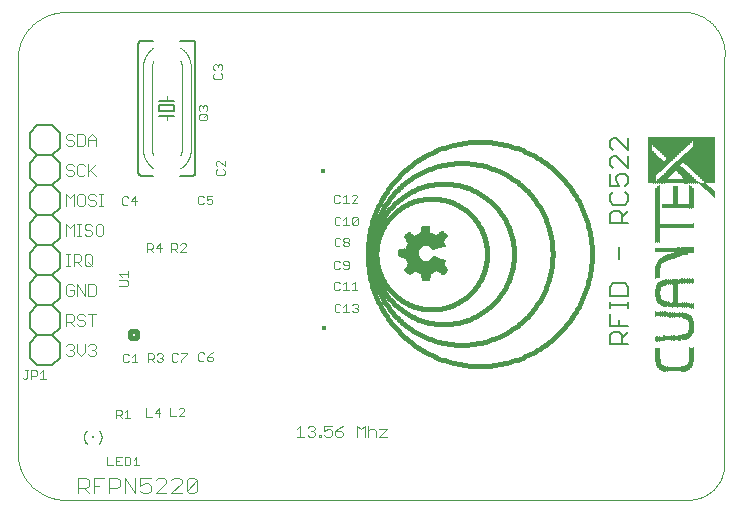
<source format=gto>
G75*
%MOIN*%
%OFA0B0*%
%FSLAX25Y25*%
%IPPOS*%
%LPD*%
%AMOC8*
5,1,8,0,0,1.08239X$1,22.5*
%
%ADD10C,0.00000*%
%ADD11C,0.01600*%
%ADD12C,0.00500*%
%ADD13C,0.00300*%
%ADD14C,0.00400*%
%ADD15C,0.00200*%
%ADD16C,0.00600*%
%ADD17R,0.01181X0.01181*%
%ADD18R,0.00787X0.00787*%
%ADD19R,0.00984X0.00591*%
%ADD20R,0.00044X0.00044*%
%ADD21R,0.00044X0.02161*%
%ADD22R,0.00044X0.15345*%
%ADD23R,0.00044X0.02117*%
%ADD24R,0.00044X0.17506*%
%ADD25R,0.00044X0.17461*%
%ADD26R,0.00044X0.02072*%
%ADD27R,0.00044X0.15301*%
%ADD28R,0.00044X0.02028*%
%ADD29R,0.00044X0.15257*%
%ADD30R,0.00044X0.01984*%
%ADD31R,0.00044X0.15213*%
%ADD32R,0.00044X0.01940*%
%ADD33R,0.00044X0.15169*%
%ADD34R,0.00044X0.01896*%
%ADD35R,0.00044X0.15124*%
%ADD36R,0.00044X0.01852*%
%ADD37R,0.00044X0.15080*%
%ADD38R,0.00044X0.01808*%
%ADD39R,0.00044X0.15036*%
%ADD40R,0.00044X0.01764*%
%ADD41R,0.00044X0.14992*%
%ADD42R,0.00044X0.01720*%
%ADD43R,0.00044X0.14948*%
%ADD44R,0.00044X0.01676*%
%ADD45R,0.00044X0.14904*%
%ADD46R,0.00044X0.01631*%
%ADD47R,0.00044X0.14860*%
%ADD48R,0.00044X0.14816*%
%ADD49R,0.00044X0.01543*%
%ADD50R,0.00044X0.14772*%
%ADD51R,0.00044X0.14728*%
%ADD52R,0.00044X0.01499*%
%ADD53R,0.00044X0.14683*%
%ADD54R,0.00044X0.01455*%
%ADD55R,0.00044X0.01411*%
%ADD56R,0.00044X0.14639*%
%ADD57R,0.00044X0.01367*%
%ADD58R,0.00044X0.14595*%
%ADD59R,0.00044X0.01323*%
%ADD60R,0.00044X0.14551*%
%ADD61R,0.00044X0.01279*%
%ADD62R,0.00044X0.14507*%
%ADD63R,0.00044X0.01235*%
%ADD64R,0.00044X0.14463*%
%ADD65R,0.00044X0.01191*%
%ADD66R,0.00044X0.14419*%
%ADD67R,0.00044X0.01146*%
%ADD68R,0.00044X0.14375*%
%ADD69R,0.00044X0.01102*%
%ADD70R,0.00044X0.14331*%
%ADD71R,0.00044X0.01058*%
%ADD72R,0.00044X0.14287*%
%ADD73R,0.00044X0.01014*%
%ADD74R,0.00044X0.14243*%
%ADD75R,0.00044X0.00970*%
%ADD76R,0.00044X0.14198*%
%ADD77R,0.00044X0.14154*%
%ADD78R,0.00044X0.00926*%
%ADD79R,0.00044X0.14110*%
%ADD80R,0.00044X0.00882*%
%ADD81R,0.00044X0.14066*%
%ADD82R,0.00044X0.00838*%
%ADD83R,0.00044X0.14022*%
%ADD84R,0.00044X0.00794*%
%ADD85R,0.00044X0.00750*%
%ADD86R,0.00044X0.13978*%
%ADD87R,0.00044X0.00706*%
%ADD88R,0.00044X0.13934*%
%ADD89R,0.00044X0.00661*%
%ADD90R,0.00044X0.13890*%
%ADD91R,0.00044X0.00617*%
%ADD92R,0.00044X0.13846*%
%ADD93R,0.00044X0.00573*%
%ADD94R,0.00044X0.13802*%
%ADD95R,0.00044X0.00529*%
%ADD96R,0.00044X0.13757*%
%ADD97R,0.00044X0.00485*%
%ADD98R,0.00044X0.13713*%
%ADD99R,0.00044X0.00441*%
%ADD100R,0.00044X0.13669*%
%ADD101R,0.00044X0.00397*%
%ADD102R,0.00044X0.13625*%
%ADD103R,0.00044X0.00353*%
%ADD104R,0.00044X0.13581*%
%ADD105R,0.00044X0.00309*%
%ADD106R,0.00044X0.13537*%
%ADD107R,0.00044X0.00265*%
%ADD108R,0.00044X0.13493*%
%ADD109R,0.00044X0.13449*%
%ADD110R,0.00044X0.00220*%
%ADD111R,0.00044X0.13405*%
%ADD112R,0.00044X0.00132*%
%ADD113R,0.00044X0.13361*%
%ADD114R,0.00044X0.00088*%
%ADD115R,0.00044X0.13317*%
%ADD116R,0.00044X0.13272*%
%ADD117R,0.00044X0.13228*%
%ADD118R,0.00044X0.13184*%
%ADD119R,0.00044X0.13140*%
%ADD120R,0.00044X0.13096*%
%ADD121R,0.00044X0.00176*%
%ADD122R,0.00044X0.13052*%
%ADD123R,0.00044X0.13008*%
%ADD124R,0.00044X0.12964*%
%ADD125R,0.00044X0.12920*%
%ADD126R,0.00044X0.12876*%
%ADD127R,0.00044X0.12831*%
%ADD128R,0.00044X0.12787*%
%ADD129R,0.00044X0.12743*%
%ADD130R,0.00044X0.12699*%
%ADD131R,0.00044X0.12655*%
%ADD132R,0.00044X0.12611*%
%ADD133R,0.00044X0.12567*%
%ADD134R,0.00044X0.12523*%
%ADD135R,0.00044X0.12479*%
%ADD136R,0.00044X0.12435*%
%ADD137R,0.00044X0.12391*%
%ADD138R,0.00044X0.12346*%
%ADD139R,0.00044X0.12302*%
%ADD140R,0.00044X0.12258*%
%ADD141R,0.00044X0.12214*%
%ADD142R,0.00044X0.12170*%
%ADD143R,0.00044X0.12126*%
%ADD144R,0.00044X0.12082*%
%ADD145R,0.00044X0.12038*%
%ADD146R,0.00044X0.11950*%
%ADD147R,0.00044X0.11906*%
%ADD148R,0.00044X0.11861*%
%ADD149R,0.00044X0.11817*%
%ADD150R,0.00044X0.11773*%
%ADD151R,0.00044X0.11729*%
%ADD152R,0.00044X0.11685*%
%ADD153R,0.00044X0.01587*%
%ADD154R,0.00044X0.11641*%
%ADD155R,0.00044X0.11597*%
%ADD156R,0.00044X0.10539*%
%ADD157R,0.00044X0.03704*%
%ADD158R,0.00044X0.06570*%
%ADD159R,0.00044X0.08422*%
%ADD160R,0.00044X0.04189*%
%ADD161R,0.00044X0.02734*%
%ADD162R,0.00044X0.08334*%
%ADD163R,0.00044X0.04586*%
%ADD164R,0.00044X0.03263*%
%ADD165R,0.00044X0.06614*%
%ADD166R,0.00044X0.08246*%
%ADD167R,0.00044X0.04850*%
%ADD168R,0.00044X0.03748*%
%ADD169R,0.00044X0.06658*%
%ADD170R,0.00044X0.08202*%
%ADD171R,0.00044X0.04983*%
%ADD172R,0.00044X0.03969*%
%ADD173R,0.00044X0.06702*%
%ADD174R,0.00044X0.08113*%
%ADD175R,0.00044X0.05247*%
%ADD176R,0.00044X0.04321*%
%ADD177R,0.00044X0.06746*%
%ADD178R,0.00044X0.08025*%
%ADD179R,0.00044X0.05380*%
%ADD180R,0.00044X0.07937*%
%ADD181R,0.00044X0.05512*%
%ADD182R,0.00044X0.04806*%
%ADD183R,0.00044X0.06835*%
%ADD184R,0.00044X0.07893*%
%ADD185R,0.00044X0.05644*%
%ADD186R,0.00044X0.05027*%
%ADD187R,0.00044X0.07805*%
%ADD188R,0.00044X0.05776*%
%ADD189R,0.00044X0.05203*%
%ADD190R,0.00044X0.06879*%
%ADD191R,0.00044X0.07717*%
%ADD192R,0.00044X0.05865*%
%ADD193R,0.00044X0.06923*%
%ADD194R,0.00044X0.07628*%
%ADD195R,0.00044X0.05953*%
%ADD196R,0.00044X0.05556*%
%ADD197R,0.00044X0.06967*%
%ADD198R,0.00044X0.07540*%
%ADD199R,0.00044X0.06041*%
%ADD200R,0.00044X0.05732*%
%ADD201R,0.00044X0.07011*%
%ADD202R,0.00044X0.02205*%
%ADD203R,0.00044X0.07452*%
%ADD204R,0.00044X0.06129*%
%ADD205R,0.00044X0.07055*%
%ADD206R,0.00044X0.02249*%
%ADD207R,0.00044X0.07364*%
%ADD208R,0.00044X0.06217*%
%ADD209R,0.00044X0.05997*%
%ADD210R,0.00044X0.07099*%
%ADD211R,0.00044X0.02293*%
%ADD212R,0.00044X0.07276*%
%ADD213R,0.00044X0.06306*%
%ADD214R,0.00044X0.06173*%
%ADD215R,0.00044X0.02337*%
%ADD216R,0.00044X0.07187*%
%ADD217R,0.00044X0.06350*%
%ADD218R,0.00044X0.06261*%
%ADD219R,0.00044X0.07143*%
%ADD220R,0.00044X0.02381*%
%ADD221R,0.00044X0.06438*%
%ADD222R,0.00044X0.06394*%
%ADD223R,0.00044X0.02425*%
%ADD224R,0.00044X0.06482*%
%ADD225R,0.00044X0.06526*%
%ADD226R,0.00044X0.07231*%
%ADD227R,0.00044X0.02469*%
%ADD228R,0.00044X0.07320*%
%ADD229R,0.00044X0.02513*%
%ADD230R,0.00044X0.06791*%
%ADD231R,0.00044X0.02557*%
%ADD232R,0.00044X0.07408*%
%ADD233R,0.00044X0.02602*%
%ADD234R,0.00044X0.02646*%
%ADD235R,0.00044X0.02690*%
%ADD236R,0.00044X0.07496*%
%ADD237R,0.00044X0.02778*%
%ADD238R,0.00044X0.07584*%
%ADD239R,0.00044X0.02822*%
%ADD240R,0.00044X0.02866*%
%ADD241R,0.00044X0.02910*%
%ADD242R,0.00044X0.07672*%
%ADD243R,0.00044X0.02954*%
%ADD244R,0.00044X0.02998*%
%ADD245R,0.00044X0.04277*%
%ADD246R,0.00044X0.03439*%
%ADD247R,0.00044X0.03395*%
%ADD248R,0.00044X0.03043*%
%ADD249R,0.00044X0.03351*%
%ADD250R,0.00044X0.03087*%
%ADD251R,0.00044X0.05688*%
%ADD252R,0.00044X0.03131*%
%ADD253R,0.00044X0.05600*%
%ADD254R,0.00044X0.03175*%
%ADD255R,0.00044X0.05468*%
%ADD256R,0.00044X0.03219*%
%ADD257R,0.00044X0.05291*%
%ADD258R,0.00044X0.03307*%
%ADD259R,0.00044X0.05159*%
%ADD260R,0.00044X0.05071*%
%ADD261R,0.00044X0.03483*%
%ADD262R,0.00044X0.04894*%
%ADD263R,0.00044X0.03528*%
%ADD264R,0.00044X0.03572*%
%ADD265R,0.00044X0.04718*%
%ADD266R,0.00044X0.03616*%
%ADD267R,0.00044X0.04630*%
%ADD268R,0.00044X0.03660*%
%ADD269R,0.00044X0.04542*%
%ADD270R,0.00044X0.04454*%
%ADD271R,0.00044X0.04365*%
%ADD272R,0.00044X0.03792*%
%ADD273R,0.00044X0.03836*%
%ADD274R,0.00044X0.03880*%
%ADD275R,0.00044X0.04145*%
%ADD276R,0.00044X0.04057*%
%ADD277R,0.00044X0.03924*%
%ADD278R,0.00044X0.04013*%
%ADD279R,0.00044X0.04101*%
%ADD280R,0.00044X0.04233*%
%ADD281R,0.00044X0.04409*%
%ADD282R,0.00044X0.04498*%
%ADD283R,0.00044X0.04674*%
%ADD284R,0.00044X0.04762*%
%ADD285R,0.00044X0.05115*%
%ADD286R,0.00044X0.05335*%
%ADD287R,0.00044X0.05424*%
%ADD288R,0.00044X0.05820*%
%ADD289R,0.00044X0.05909*%
%ADD290R,0.00044X0.09436*%
%ADD291R,0.00044X0.06085*%
%ADD292R,0.00044X0.09348*%
%ADD293R,0.00044X0.09304*%
%ADD294R,0.00044X0.09260*%
%ADD295R,0.00044X0.07849*%
%ADD296R,0.00044X0.07981*%
%ADD297R,0.00044X0.08069*%
%ADD298R,0.00044X0.08157*%
%ADD299R,0.00044X0.08290*%
%ADD300R,0.00044X0.08378*%
%ADD301R,0.00044X0.08466*%
%ADD302R,0.00044X0.08510*%
%ADD303R,0.00044X0.08554*%
%ADD304R,0.00044X0.08598*%
%ADD305R,0.00044X0.08643*%
%ADD306R,0.00044X0.08687*%
%ADD307R,0.00044X0.08731*%
%ADD308R,0.00044X0.08775*%
%ADD309R,0.00044X0.08819*%
%ADD310R,0.00044X0.08863*%
%ADD311R,0.00044X0.08907*%
%ADD312R,0.00044X0.08951*%
%ADD313R,0.00044X0.08995*%
%ADD314R,0.00044X0.09039*%
%ADD315R,0.00044X0.09083*%
%ADD316R,0.00044X0.04939*%
%ADD317R,0.00044X0.19005*%
%ADD318R,0.00044X0.18961*%
%ADD319R,0.00044X0.18917*%
%ADD320R,0.00044X0.18872*%
%ADD321R,0.00044X0.18828*%
%ADD322R,0.00044X0.18784*%
%ADD323R,0.00044X0.18740*%
%ADD324R,0.00044X0.18696*%
%ADD325R,0.00044X0.18652*%
%ADD326R,0.00044X0.18608*%
%ADD327R,0.00044X0.18564*%
%ADD328R,0.00044X0.18520*%
%ADD329R,0.00044X0.18476*%
%ADD330R,0.00044X0.18431*%
%ADD331R,0.00044X0.18387*%
%ADD332R,0.00044X0.18343*%
%ADD333R,0.00044X0.18299*%
%ADD334R,0.00044X0.18255*%
%ADD335R,0.00044X0.18211*%
%ADD336R,0.00044X0.18167*%
%ADD337R,0.00044X0.18123*%
%ADD338R,0.00044X0.18079*%
%ADD339R,0.00044X0.17991*%
%ADD340R,0.00044X0.17946*%
%ADD341R,0.00044X0.17902*%
%ADD342R,0.00044X0.17858*%
%ADD343R,0.00044X0.17814*%
%ADD344R,0.00044X0.17770*%
%ADD345R,0.00044X0.17682*%
%ADD346R,0.00044X0.09701*%
%ADD347R,0.00044X0.09745*%
%ADD348R,0.00044X0.09789*%
%ADD349R,0.00044X0.09833*%
%ADD350R,0.00044X0.09877*%
%ADD351R,0.00044X0.09921*%
%ADD352R,0.00044X0.09965*%
%ADD353R,0.00044X0.10009*%
%ADD354R,0.00044X0.10054*%
%ADD355R,0.00044X0.10098*%
%ADD356R,0.00044X0.10142*%
%ADD357R,0.00044X0.10186*%
%ADD358R,0.00044X0.10230*%
%ADD359R,0.00044X0.10274*%
%ADD360R,0.00044X0.10318*%
%ADD361R,0.00044X0.10362*%
%ADD362R,0.00044X0.10406*%
%ADD363R,0.00044X0.10450*%
%ADD364R,0.00044X0.10494*%
%ADD365R,0.00044X0.10583*%
%ADD366R,0.00044X0.10627*%
%ADD367R,0.00044X0.10671*%
%ADD368R,0.00044X0.10715*%
%ADD369R,0.00044X0.10759*%
%ADD370R,0.00044X0.10803*%
%ADD371R,0.00044X0.10847*%
%ADD372R,0.00015X0.00045*%
%ADD373R,0.00015X0.00105*%
%ADD374R,0.00015X0.00165*%
%ADD375R,0.00015X0.00225*%
%ADD376R,0.00015X0.00285*%
%ADD377R,0.00015X0.00345*%
%ADD378R,0.00015X0.00405*%
%ADD379R,0.00015X0.00435*%
%ADD380R,0.00015X0.00465*%
%ADD381R,0.00015X0.00495*%
%ADD382R,0.00015X0.00540*%
%ADD383R,0.00015X0.00585*%
%ADD384R,0.00015X0.00645*%
%ADD385R,0.00015X0.00150*%
%ADD386R,0.00015X0.00675*%
%ADD387R,0.00015X0.00195*%
%ADD388R,0.00015X0.00705*%
%ADD389R,0.00015X0.00240*%
%ADD390R,0.00015X0.00735*%
%ADD391R,0.00015X0.00270*%
%ADD392R,0.00015X0.00765*%
%ADD393R,0.00015X0.00300*%
%ADD394R,0.00015X0.00810*%
%ADD395R,0.00015X0.00360*%
%ADD396R,0.00015X0.00855*%
%ADD397R,0.00015X0.00435*%
%ADD398R,0.00015X0.00915*%
%ADD399R,0.00015X0.00465*%
%ADD400R,0.00015X0.00945*%
%ADD401R,0.00015X0.00960*%
%ADD402R,0.00015X0.00525*%
%ADD403R,0.00015X0.00990*%
%ADD404R,0.00015X0.00555*%
%ADD405R,0.00015X0.01035*%
%ADD406R,0.00015X0.00600*%
%ADD407R,0.00015X0.01080*%
%ADD408R,0.00015X0.01125*%
%ADD409R,0.00015X0.01170*%
%ADD410R,0.00015X0.00720*%
%ADD411R,0.00015X0.01200*%
%ADD412R,0.00015X0.00750*%
%ADD413R,0.00015X0.01230*%
%ADD414R,0.00015X0.00780*%
%ADD415R,0.00015X0.01260*%
%ADD416R,0.00015X0.00810*%
%ADD417R,0.00015X0.01305*%
%ADD418R,0.00015X0.01365*%
%ADD419R,0.00015X0.00900*%
%ADD420R,0.00015X0.01395*%
%ADD421R,0.00015X0.01440*%
%ADD422R,0.00015X0.01470*%
%ADD423R,0.00015X0.01005*%
%ADD424R,0.00015X0.01500*%
%ADD425R,0.00015X0.01020*%
%ADD426R,0.00015X0.01530*%
%ADD427R,0.00015X0.01065*%
%ADD428R,0.00015X0.01575*%
%ADD429R,0.00015X0.01095*%
%ADD430R,0.00015X0.01635*%
%ADD431R,0.00015X0.01155*%
%ADD432R,0.00015X0.01680*%
%ADD433R,0.00015X0.01200*%
%ADD434R,0.00015X0.01710*%
%ADD435R,0.00015X0.01230*%
%ADD436R,0.00015X0.01725*%
%ADD437R,0.00015X0.01245*%
%ADD438R,0.00015X0.01755*%
%ADD439R,0.00015X0.01275*%
%ADD440R,0.00015X0.01800*%
%ADD441R,0.00015X0.01320*%
%ADD442R,0.00015X0.01860*%
%ADD443R,0.00015X0.01905*%
%ADD444R,0.00015X0.01410*%
%ADD445R,0.00015X0.01935*%
%ADD446R,0.00015X0.01455*%
%ADD447R,0.00015X0.01965*%
%ADD448R,0.00015X0.01485*%
%ADD449R,0.00015X0.01995*%
%ADD450R,0.00015X0.01515*%
%ADD451R,0.00015X0.02040*%
%ADD452R,0.00015X0.01530*%
%ADD453R,0.00015X0.02070*%
%ADD454R,0.00015X0.01575*%
%ADD455R,0.00015X0.02115*%
%ADD456R,0.00015X0.01620*%
%ADD457R,0.00015X0.02160*%
%ADD458R,0.00015X0.01665*%
%ADD459R,0.00015X0.02190*%
%ADD460R,0.00015X0.00075*%
%ADD461R,0.00015X0.01695*%
%ADD462R,0.00015X0.02220*%
%ADD463R,0.00015X0.00105*%
%ADD464R,0.00015X0.02235*%
%ADD465R,0.00015X0.00135*%
%ADD466R,0.00015X0.01755*%
%ADD467R,0.00015X0.02280*%
%ADD468R,0.00015X0.00180*%
%ADD469R,0.00015X0.01785*%
%ADD470R,0.00015X0.02340*%
%ADD471R,0.00015X0.00240*%
%ADD472R,0.00015X0.01830*%
%ADD473R,0.00015X0.02385*%
%ADD474R,0.00015X0.01890*%
%ADD475R,0.00015X0.02415*%
%ADD476R,0.00015X0.00330*%
%ADD477R,0.00015X0.00120*%
%ADD478R,0.00015X0.01920*%
%ADD479R,0.00015X0.02430*%
%ADD480R,0.00015X0.00375*%
%ADD481R,0.00015X0.02460*%
%ADD482R,0.00015X0.00405*%
%ADD483R,0.00015X0.00195*%
%ADD484R,0.00015X0.01965*%
%ADD485R,0.00015X0.02505*%
%ADD486R,0.00015X0.00210*%
%ADD487R,0.00015X0.02010*%
%ADD488R,0.00015X0.02535*%
%ADD489R,0.00015X0.00480*%
%ADD490R,0.00015X0.02580*%
%ADD491R,0.00015X0.00540*%
%ADD492R,0.00015X0.02085*%
%ADD493R,0.00015X0.02625*%
%ADD494R,0.00015X0.02130*%
%ADD495R,0.00015X0.02670*%
%ADD496R,0.00015X0.00630*%
%ADD497R,0.00015X0.02700*%
%ADD498R,0.00015X0.00660*%
%ADD499R,0.00015X0.00450*%
%ADD500R,0.00015X0.02190*%
%ADD501R,0.00015X0.02715*%
%ADD502R,0.00015X0.02205*%
%ADD503R,0.00015X0.02745*%
%ADD504R,0.00015X0.00510*%
%ADD505R,0.00015X0.02235*%
%ADD506R,0.00015X0.02775*%
%ADD507R,0.00015X0.02820*%
%ADD508R,0.00015X0.02310*%
%ADD509R,0.00015X0.02880*%
%ADD510R,0.00015X0.00855*%
%ADD511R,0.00015X0.02355*%
%ADD512R,0.00015X0.02895*%
%ADD513R,0.00015X0.00870*%
%ADD514R,0.00015X0.00660*%
%ADD515R,0.00015X0.02925*%
%ADD516R,0.00015X0.00690*%
%ADD517R,0.00015X0.02970*%
%ADD518R,0.00015X0.03000*%
%ADD519R,0.00015X0.00750*%
%ADD520R,0.00015X0.03045*%
%ADD521R,0.00015X0.01005*%
%ADD522R,0.00015X0.00780*%
%ADD523R,0.00015X0.02505*%
%ADD524R,0.00015X0.03090*%
%ADD525R,0.00015X0.01050*%
%ADD526R,0.00015X0.00825*%
%ADD527R,0.00015X0.02550*%
%ADD528R,0.00015X0.03135*%
%ADD529R,0.00015X0.01095*%
%ADD530R,0.00015X0.00870*%
%ADD531R,0.00015X0.03165*%
%ADD532R,0.00015X0.01125*%
%ADD533R,0.00015X0.02625*%
%ADD534R,0.00015X0.03195*%
%ADD535R,0.00015X0.01140*%
%ADD536R,0.00015X0.00930*%
%ADD537R,0.00015X0.02655*%
%ADD538R,0.00015X0.03210*%
%ADD539R,0.00015X0.00960*%
%ADD540R,0.00015X0.03240*%
%ADD541R,0.00015X0.02700*%
%ADD542R,0.00015X0.03285*%
%ADD543R,0.00015X0.01245*%
%ADD544R,0.00015X0.02745*%
%ADD545R,0.00015X0.03330*%
%ADD546R,0.00015X0.02790*%
%ADD547R,0.00015X0.03360*%
%ADD548R,0.00015X0.01110*%
%ADD549R,0.00015X0.02835*%
%ADD550R,0.00015X0.03390*%
%ADD551R,0.00015X0.01335*%
%ADD552R,0.00015X0.01140*%
%ADD553R,0.00015X0.02865*%
%ADD554R,0.00015X0.03420*%
%ADD555R,0.00015X0.01155*%
%ADD556R,0.00015X0.04905*%
%ADD557R,0.00015X0.04920*%
%ADD558R,0.00015X0.02940*%
%ADD559R,0.00015X0.04950*%
%ADD560R,0.00015X0.02985*%
%ADD561R,0.00015X0.04965*%
%ADD562R,0.00015X0.01275*%
%ADD563R,0.00015X0.03015*%
%ADD564R,0.00015X0.04980*%
%ADD565R,0.00015X0.03045*%
%ADD566R,0.00015X0.05010*%
%ADD567R,0.00015X0.01335*%
%ADD568R,0.00015X0.03075*%
%ADD569R,0.00015X0.01350*%
%ADD570R,0.00015X0.03105*%
%ADD571R,0.00015X0.05040*%
%ADD572R,0.00015X0.01380*%
%ADD573R,0.00015X0.05040*%
%ADD574R,0.00015X0.01410*%
%ADD575R,0.00015X0.03180*%
%ADD576R,0.00015X0.05070*%
%ADD577R,0.00015X0.03225*%
%ADD578R,0.00015X0.03255*%
%ADD579R,0.00015X0.05085*%
%ADD580R,0.00015X0.01515*%
%ADD581R,0.00015X0.03300*%
%ADD582R,0.00015X0.05100*%
%ADD583R,0.00015X0.04935*%
%ADD584R,0.00015X0.05115*%
%ADD585R,0.00015X0.04995*%
%ADD586R,0.00015X0.05130*%
%ADD587R,0.00015X0.05010*%
%ADD588R,0.00015X0.05130*%
%ADD589R,0.00015X0.05010*%
%ADD590R,0.00015X0.05025*%
%ADD591R,0.00015X0.05040*%
%ADD592R,0.00015X0.05055*%
%ADD593R,0.00015X0.05130*%
%ADD594R,0.00015X0.05085*%
%ADD595R,0.00015X0.05115*%
%ADD596R,0.00015X0.05145*%
%ADD597R,0.00015X0.05160*%
%ADD598R,0.00015X0.05130*%
%ADD599R,0.00015X0.05190*%
%ADD600R,0.00015X0.05190*%
%ADD601R,0.00015X0.05205*%
%ADD602R,0.00015X0.05220*%
%ADD603R,0.00015X0.05070*%
%ADD604R,0.00015X0.05085*%
%ADD605R,0.00015X0.05205*%
%ADD606R,0.00015X0.05220*%
%ADD607R,0.00015X0.05055*%
%ADD608R,0.00015X0.05025*%
%ADD609R,0.00015X0.05205*%
%ADD610R,0.00015X0.05025*%
%ADD611R,0.00015X0.05190*%
%ADD612R,0.00015X0.05190*%
%ADD613R,0.00015X0.04995*%
%ADD614R,0.00015X0.05175*%
%ADD615R,0.00015X0.04950*%
%ADD616R,0.00015X0.05145*%
%ADD617R,0.00015X0.05145*%
%ADD618R,0.00015X0.04920*%
%ADD619R,0.00015X0.04905*%
%ADD620R,0.00015X0.04905*%
%ADD621R,0.00015X0.05115*%
%ADD622R,0.00015X0.04890*%
%ADD623R,0.00015X0.04890*%
%ADD624R,0.00015X0.04875*%
%ADD625R,0.00015X0.04845*%
%ADD626R,0.00015X0.04830*%
%ADD627R,0.00015X0.04830*%
%ADD628R,0.00015X0.05070*%
%ADD629R,0.00015X0.04830*%
%ADD630R,0.00015X0.04815*%
%ADD631R,0.00015X0.04800*%
%ADD632R,0.00015X0.04800*%
%ADD633R,0.00015X0.05010*%
%ADD634R,0.00015X0.04785*%
%ADD635R,0.00015X0.04770*%
%ADD636R,0.00015X0.04770*%
%ADD637R,0.00015X0.04755*%
%ADD638R,0.00015X0.04740*%
%ADD639R,0.00015X0.04725*%
%ADD640R,0.00015X0.04725*%
%ADD641R,0.00015X0.04980*%
%ADD642R,0.00015X0.04710*%
%ADD643R,0.00015X0.04725*%
%ADD644R,0.00015X0.04710*%
%ADD645R,0.00015X0.04695*%
%ADD646R,0.00015X0.04680*%
%ADD647R,0.00015X0.04695*%
%ADD648R,0.00015X0.04680*%
%ADD649R,0.00015X0.04905*%
%ADD650R,0.00015X0.04665*%
%ADD651R,0.00015X0.04650*%
%ADD652R,0.00015X0.04635*%
%ADD653R,0.00015X0.04620*%
%ADD654R,0.00015X0.04620*%
%ADD655R,0.00015X0.04890*%
%ADD656R,0.00015X0.04605*%
%ADD657R,0.00015X0.04605*%
%ADD658R,0.00015X0.04590*%
%ADD659R,0.00015X0.04845*%
%ADD660R,0.00015X0.04575*%
%ADD661R,0.00015X0.04590*%
%ADD662R,0.00015X0.04575*%
%ADD663R,0.00015X0.04845*%
%ADD664R,0.00015X0.04560*%
%ADD665R,0.00015X0.04545*%
%ADD666R,0.00015X0.04530*%
%ADD667R,0.00015X0.04515*%
%ADD668R,0.00015X0.04530*%
%ADD669R,0.00015X0.04500*%
%ADD670R,0.00015X0.04515*%
%ADD671R,0.00015X0.04785*%
%ADD672R,0.00015X0.04485*%
%ADD673R,0.00015X0.04755*%
%ADD674R,0.00015X0.04470*%
%ADD675R,0.00015X0.04740*%
%ADD676R,0.00015X0.04485*%
%ADD677R,0.00015X0.04755*%
%ADD678R,0.00015X0.04545*%
%ADD679R,0.00015X0.04695*%
%ADD680R,0.00015X0.04680*%
%ADD681R,0.00015X0.04665*%
%ADD682R,0.00015X0.04725*%
%ADD683R,0.00015X0.04680*%
%ADD684R,0.00015X0.04860*%
%ADD685R,0.00015X0.04740*%
%ADD686R,0.00015X0.04875*%
%ADD687R,0.00015X0.04965*%
%ADD688R,0.00015X0.04860*%
%ADD689R,0.00015X0.04995*%
%ADD690R,0.00015X0.04875*%
%ADD691R,0.00015X0.04980*%
%ADD692R,0.00015X0.05235*%
%ADD693R,0.00015X0.05235*%
%ADD694R,0.00015X0.05250*%
%ADD695R,0.00015X0.05280*%
%ADD696R,0.00015X0.05295*%
%ADD697R,0.00015X0.05325*%
%ADD698R,0.00015X0.05340*%
%ADD699R,0.00015X0.05235*%
%ADD700R,0.00015X0.05355*%
%ADD701R,0.00015X0.05370*%
%ADD702R,0.00015X0.05265*%
%ADD703R,0.00015X0.05370*%
%ADD704R,0.00015X0.05280*%
%ADD705R,0.00015X0.05385*%
%ADD706R,0.00015X0.05295*%
%ADD707R,0.00015X0.05400*%
%ADD708R,0.00015X0.05415*%
%ADD709R,0.00015X0.05310*%
%ADD710R,0.00015X0.05430*%
%ADD711R,0.00015X0.05445*%
%ADD712R,0.00015X0.05460*%
%ADD713R,0.00015X0.05355*%
%ADD714R,0.00015X0.05475*%
%ADD715R,0.00015X0.05505*%
%ADD716R,0.00015X0.05520*%
%ADD717R,0.00015X0.05535*%
%ADD718R,0.00015X0.05550*%
%ADD719R,0.00015X0.05550*%
%ADD720R,0.00015X0.05475*%
%ADD721R,0.00015X0.05490*%
%ADD722R,0.00015X0.05475*%
%ADD723R,0.00015X0.05385*%
%ADD724R,0.00015X0.05370*%
%ADD725R,0.00015X0.05325*%
%ADD726R,0.00015X0.05310*%
%ADD727R,0.00015X0.05265*%
%ADD728R,0.00015X0.05175*%
%ADD729R,0.00015X0.04980*%
%ADD730R,0.00015X0.04965*%
%ADD731R,0.00015X0.04860*%
%ADD732R,0.00015X0.04845*%
%ADD733R,0.00015X0.04815*%
%ADD734R,0.00015X0.04770*%
%ADD735R,0.00015X0.05295*%
%ADD736R,0.00015X0.04635*%
%ADD737R,0.00015X0.05610*%
%ADD738R,0.00015X0.05700*%
%ADD739R,0.00015X0.05760*%
%ADD740R,0.00015X0.05805*%
%ADD741R,0.00015X0.05850*%
%ADD742R,0.00015X0.05895*%
%ADD743R,0.00015X0.06000*%
%ADD744R,0.00015X0.06135*%
%ADD745R,0.00015X0.06225*%
%ADD746R,0.00015X0.06300*%
%ADD747R,0.00015X0.06330*%
%ADD748R,0.00015X0.06375*%
%ADD749R,0.00015X0.06450*%
%ADD750R,0.00015X0.06570*%
%ADD751R,0.00015X0.05565*%
%ADD752R,0.00015X0.06690*%
%ADD753R,0.00015X0.06735*%
%ADD754R,0.00015X0.05790*%
%ADD755R,0.00015X0.06765*%
%ADD756R,0.00015X0.05850*%
%ADD757R,0.00015X0.06780*%
%ADD758R,0.00015X0.05895*%
%ADD759R,0.00015X0.06795*%
%ADD760R,0.00015X0.05955*%
%ADD761R,0.00015X0.06810*%
%ADD762R,0.00015X0.06060*%
%ADD763R,0.00015X0.06195*%
%ADD764R,0.00015X0.06825*%
%ADD765R,0.00015X0.06330*%
%ADD766R,0.00015X0.06840*%
%ADD767R,0.00015X0.06390*%
%ADD768R,0.00015X0.06495*%
%ADD769R,0.00015X0.06840*%
%ADD770R,0.00015X0.06555*%
%ADD771R,0.00015X0.06825*%
%ADD772R,0.00015X0.06645*%
%ADD773R,0.00015X0.06825*%
%ADD774R,0.00015X0.06705*%
%ADD775R,0.00015X0.06705*%
%ADD776R,0.00015X0.06810*%
%ADD777R,0.00015X0.06720*%
%ADD778R,0.00015X0.06795*%
%ADD779R,0.00015X0.06750*%
%ADD780R,0.00015X0.06765*%
%ADD781R,0.00015X0.06795*%
%ADD782R,0.00015X0.06780*%
%ADD783R,0.00015X0.06780*%
%ADD784R,0.00015X0.06750*%
%ADD785R,0.00015X0.06720*%
%ADD786R,0.00015X0.06720*%
%ADD787R,0.00015X0.06705*%
%ADD788R,0.00015X0.06705*%
%ADD789R,0.00015X0.06690*%
%ADD790R,0.00015X0.06675*%
%ADD791R,0.00015X0.06690*%
%ADD792R,0.00015X0.06675*%
%ADD793R,0.00015X0.06675*%
%ADD794R,0.00015X0.06660*%
%ADD795R,0.00015X0.06675*%
%ADD796R,0.00015X0.06660*%
%ADD797R,0.00015X0.06660*%
%ADD798R,0.00015X0.06645*%
%ADD799R,0.00015X0.06630*%
%ADD800R,0.00015X0.06660*%
%ADD801R,0.00015X0.06630*%
%ADD802R,0.00015X0.06645*%
%ADD803R,0.00015X0.06735*%
%ADD804R,0.00015X0.06765*%
%ADD805R,0.00015X0.06780*%
%ADD806R,0.00015X0.06825*%
%ADD807R,0.00015X0.06855*%
%ADD808R,0.00015X0.06855*%
%ADD809R,0.00015X0.06870*%
%ADD810R,0.00015X0.06885*%
%ADD811R,0.00015X0.06525*%
%ADD812R,0.00015X0.06405*%
%ADD813R,0.00015X0.06255*%
%ADD814R,0.00015X0.06165*%
%ADD815R,0.00015X0.06870*%
%ADD816R,0.00015X0.06120*%
%ADD817R,0.00015X0.06885*%
%ADD818R,0.00015X0.06060*%
%ADD819R,0.00015X0.06015*%
%ADD820R,0.00015X0.05910*%
%ADD821R,0.00015X0.05670*%
%ADD822R,0.00015X0.05595*%
%ADD823R,0.00015X0.06585*%
%ADD824R,0.00015X0.05160*%
%ADD825R,0.00015X0.06390*%
%ADD826R,0.00015X0.05025*%
%ADD827R,0.00015X0.06330*%
%ADD828R,0.00015X0.06075*%
%ADD829R,0.00015X0.05820*%
%ADD830R,0.00015X0.05775*%
%ADD831R,0.00015X0.05685*%
%ADD832R,0.00015X0.05460*%
%ADD833R,0.00015X0.04860*%
%ADD834R,0.00015X0.04935*%
%ADD835R,0.00015X0.05160*%
%ADD836R,0.00015X0.05325*%
%ADD837R,0.00015X0.05340*%
%ADD838R,0.00015X0.05355*%
%ADD839R,0.00015X0.05430*%
%ADD840R,0.00015X0.05535*%
%ADD841R,0.00015X0.05595*%
%ADD842R,0.00015X0.05640*%
%ADD843R,0.00015X0.05640*%
%ADD844R,0.00015X0.05670*%
%ADD845R,0.00015X0.05685*%
%ADD846R,0.00015X0.05700*%
%ADD847R,0.00015X0.05715*%
%ADD848R,0.00015X0.05715*%
%ADD849R,0.00015X0.05730*%
%ADD850R,0.00015X0.05745*%
%ADD851R,0.00015X0.05760*%
%ADD852R,0.00015X0.06000*%
%ADD853R,0.00015X0.06105*%
%ADD854R,0.00015X0.06180*%
%ADD855R,0.00015X0.06210*%
%ADD856R,0.00015X0.12690*%
%ADD857R,0.00015X0.12675*%
%ADD858R,0.00015X0.12660*%
%ADD859R,0.00015X0.12660*%
%ADD860R,0.00015X0.12645*%
%ADD861R,0.00015X0.12615*%
%ADD862R,0.00015X0.12600*%
%ADD863R,0.00015X0.12585*%
%ADD864R,0.00015X0.12555*%
%ADD865R,0.00015X0.12540*%
%ADD866R,0.00015X0.12525*%
%ADD867R,0.00015X0.12510*%
%ADD868R,0.00015X0.12510*%
%ADD869R,0.00015X0.12480*%
%ADD870R,0.00015X0.12450*%
%ADD871R,0.00015X0.12435*%
%ADD872R,0.00015X0.12420*%
%ADD873R,0.00015X0.12390*%
%ADD874R,0.00015X0.12375*%
%ADD875R,0.00015X0.12360*%
%ADD876R,0.00015X0.12330*%
%ADD877R,0.00015X0.12300*%
%ADD878R,0.00015X0.12285*%
%ADD879R,0.00015X0.12270*%
%ADD880R,0.00015X0.12255*%
%ADD881R,0.00015X0.12240*%
%ADD882R,0.00015X0.12225*%
%ADD883R,0.00015X0.12195*%
%ADD884R,0.00015X0.12165*%
%ADD885R,0.00015X0.12150*%
%ADD886R,0.00015X0.12135*%
%ADD887R,0.00015X0.12120*%
%ADD888R,0.00015X0.12090*%
%ADD889R,0.00015X0.12075*%
%ADD890R,0.00015X0.12060*%
%ADD891R,0.00015X0.12045*%
%ADD892R,0.00015X0.12015*%
%ADD893R,0.00015X0.12000*%
%ADD894R,0.00015X0.11985*%
%ADD895R,0.00015X0.11955*%
%ADD896R,0.00015X0.11940*%
%ADD897R,0.00015X0.11925*%
%ADD898R,0.00015X0.11910*%
%ADD899R,0.00015X0.11910*%
%ADD900R,0.00015X0.11880*%
%ADD901R,0.00015X0.11850*%
%ADD902R,0.00015X0.11835*%
%ADD903R,0.00015X0.11805*%
%ADD904R,0.00015X0.11775*%
%ADD905R,0.00015X0.11760*%
%ADD906R,0.00015X0.11745*%
%ADD907R,0.00015X0.11730*%
%ADD908R,0.00015X0.11700*%
%ADD909R,0.00015X0.11700*%
%ADD910R,0.00015X0.11685*%
%ADD911R,0.00015X0.11655*%
%ADD912R,0.00015X0.11640*%
%ADD913R,0.00015X0.11625*%
%ADD914R,0.00015X0.11625*%
%ADD915R,0.00015X0.11670*%
%ADD916R,0.00015X0.11715*%
%ADD917R,0.00015X0.11790*%
%ADD918R,0.00015X0.11820*%
%ADD919R,0.00015X0.11820*%
%ADD920R,0.00015X0.11880*%
%ADD921R,0.00015X0.11895*%
%ADD922R,0.00015X0.11970*%
%ADD923R,0.00015X0.12045*%
%ADD924R,0.00015X0.12075*%
%ADD925R,0.00015X0.12105*%
%ADD926R,0.00015X0.12135*%
%ADD927R,0.00015X0.12165*%
%ADD928R,0.00015X0.12180*%
%ADD929R,0.00015X0.12195*%
%ADD930R,0.00015X0.12210*%
%ADD931R,0.00015X0.12225*%
%ADD932R,0.00015X0.12255*%
%ADD933R,0.00015X0.12360*%
%ADD934R,0.00015X0.12390*%
%ADD935R,0.00015X0.12405*%
%ADD936R,0.00015X0.12435*%
%ADD937R,0.00015X0.12480*%
%ADD938R,0.00015X0.12480*%
%ADD939R,0.00015X0.12510*%
%ADD940R,0.00015X0.12570*%
%ADD941R,0.00015X0.12630*%
%ADD942R,0.00015X0.12675*%
%ADD943R,0.00015X0.12705*%
%ADD944R,0.00015X0.12735*%
%ADD945R,0.00015X0.12750*%
%ADD946R,0.00015X0.12780*%
%ADD947R,0.00015X0.12795*%
%ADD948R,0.00015X0.12810*%
%ADD949R,0.00015X0.12840*%
%ADD950R,0.00015X0.12855*%
%ADD951R,0.00015X0.12885*%
%ADD952R,0.00015X0.12900*%
%ADD953R,0.00015X0.12915*%
%ADD954R,0.00015X0.12945*%
%ADD955R,0.00015X0.12960*%
%ADD956R,0.00015X0.12990*%
%ADD957R,0.00015X0.13005*%
%ADD958R,0.00015X0.13020*%
%ADD959R,0.00015X0.13035*%
%ADD960R,0.00015X0.13065*%
%ADD961R,0.00015X0.13080*%
%ADD962R,0.00015X0.13110*%
%ADD963R,0.00015X0.13125*%
%ADD964R,0.00015X0.13155*%
%ADD965R,0.00015X0.13170*%
%ADD966R,0.00015X0.13200*%
%ADD967R,0.00015X0.13230*%
%ADD968R,0.00015X0.13260*%
%ADD969R,0.00015X0.13290*%
%ADD970R,0.00015X0.13320*%
%ADD971R,0.00015X0.13350*%
%ADD972R,0.00015X0.13365*%
%ADD973R,0.00015X0.13395*%
%ADD974R,0.00015X0.13425*%
%ADD975R,0.00015X0.13455*%
%ADD976R,0.00015X0.13470*%
%ADD977R,0.00015X0.13500*%
%ADD978R,0.00015X0.13530*%
%ADD979R,0.00015X0.13560*%
%ADD980R,0.00015X0.13575*%
%ADD981R,0.00015X0.13605*%
%ADD982R,0.00015X0.13635*%
%ADD983R,0.00015X0.13650*%
%ADD984R,0.00015X0.13680*%
%ADD985R,0.00015X0.13695*%
%ADD986R,0.00015X0.13725*%
%ADD987R,0.00015X0.13740*%
%ADD988R,0.00015X0.13770*%
%ADD989R,0.00015X0.13785*%
%ADD990R,0.00015X0.13800*%
%ADD991R,0.00015X0.13830*%
%ADD992R,0.00015X0.13860*%
%ADD993R,0.00015X0.13875*%
%ADD994R,0.00015X0.13905*%
%ADD995R,0.00015X0.13935*%
%ADD996R,0.00015X0.13950*%
%ADD997R,0.00015X0.13980*%
%ADD998R,0.00015X0.14010*%
%ADD999R,0.00015X0.14025*%
%ADD1000R,0.00015X0.14055*%
%ADD1001R,0.00015X0.14070*%
%ADD1002R,0.00015X0.14085*%
%ADD1003R,0.00015X0.14115*%
%ADD1004R,0.00015X0.14145*%
%ADD1005R,0.00015X0.14160*%
%ADD1006R,0.00015X0.14190*%
%ADD1007R,0.00015X0.14205*%
%ADD1008R,0.00015X0.14220*%
%ADD1009R,0.00015X0.14235*%
%ADD1010R,0.00015X0.14265*%
%ADD1011R,0.00015X0.14280*%
%ADD1012R,0.00015X0.14295*%
%ADD1013R,0.00015X0.14295*%
%ADD1014R,0.00015X0.14250*%
%ADD1015R,0.00015X0.14205*%
%ADD1016R,0.00015X0.14175*%
%ADD1017R,0.00015X0.14160*%
%ADD1018R,0.00015X0.14130*%
%ADD1019R,0.00015X0.14100*%
%ADD1020R,0.00015X0.14040*%
%ADD1021R,0.00015X0.14010*%
%ADD1022R,0.00015X0.03465*%
%ADD1023R,0.00015X0.10440*%
%ADD1024R,0.00015X0.03420*%
%ADD1025R,0.00015X0.10395*%
%ADD1026R,0.00015X0.03375*%
%ADD1027R,0.00015X0.10335*%
%ADD1028R,0.00015X0.03570*%
%ADD1029R,0.00015X0.06600*%
%ADD1030R,0.00015X0.03525*%
%ADD1031R,0.00015X0.03270*%
%ADD1032R,0.00015X0.03495*%
%ADD1033R,0.00015X0.03210*%
%ADD1034R,0.00015X0.06480*%
%ADD1035R,0.00015X0.03435*%
%ADD1036R,0.00015X0.03165*%
%ADD1037R,0.00015X0.03390*%
%ADD1038R,0.00015X0.03120*%
%ADD1039R,0.00015X0.06315*%
%ADD1040R,0.00015X0.03345*%
%ADD1041R,0.00015X0.03090*%
%ADD1042R,0.00015X0.03075*%
%ADD1043R,0.00015X0.06225*%
%ADD1044R,0.00015X0.03270*%
%ADD1045R,0.00015X0.06180*%
%ADD1046R,0.00015X0.02970*%
%ADD1047R,0.00015X0.06075*%
%ADD1048R,0.00015X0.03195*%
%ADD1049R,0.00015X0.02925*%
%ADD1050R,0.00015X0.05985*%
%ADD1051R,0.00015X0.03135*%
%ADD1052R,0.00015X0.02850*%
%ADD1053R,0.00015X0.05835*%
%ADD1054R,0.00015X0.03030*%
%ADD1055R,0.00015X0.02805*%
%ADD1056R,0.00015X0.02730*%
%ADD1057R,0.00015X0.05625*%
%ADD1058R,0.00015X0.02925*%
%ADD1059R,0.00015X0.02640*%
%ADD1060R,0.00015X0.02595*%
%ADD1061R,0.00015X0.02565*%
%ADD1062R,0.00015X0.02760*%
%ADD1063R,0.00015X0.02520*%
%ADD1064R,0.00015X0.02730*%
%ADD1065R,0.00015X0.02475*%
%ADD1066R,0.00015X0.02685*%
%ADD1067R,0.00015X0.02445*%
%ADD1068R,0.00015X0.02400*%
%ADD1069R,0.00015X0.02370*%
%ADD1070R,0.00015X0.02565*%
%ADD1071R,0.00015X0.02340*%
%ADD1072R,0.00015X0.02325*%
%ADD1073R,0.00015X0.02505*%
%ADD1074R,0.00015X0.02280*%
%ADD1075R,0.00015X0.02460*%
%ADD1076R,0.00015X0.04560*%
%ADD1077R,0.00015X0.02190*%
%ADD1078R,0.00015X0.04440*%
%ADD1079R,0.00015X0.02370*%
%ADD1080R,0.00015X0.02145*%
%ADD1081R,0.00015X0.04365*%
%ADD1082R,0.00015X0.04320*%
%ADD1083R,0.00015X0.02310*%
%ADD1084R,0.00015X0.02100*%
%ADD1085R,0.00015X0.04260*%
%ADD1086R,0.00015X0.04200*%
%ADD1087R,0.00015X0.02265*%
%ADD1088R,0.00015X0.02040*%
%ADD1089R,0.00015X0.04095*%
%ADD1090R,0.00015X0.02220*%
%ADD1091R,0.00015X0.03915*%
%ADD1092R,0.00015X0.02175*%
%ADD1093R,0.00015X0.03765*%
%ADD1094R,0.00015X0.03675*%
%ADD1095R,0.00015X0.01890*%
%ADD1096R,0.00015X0.03615*%
%ADD1097R,0.00015X0.02055*%
%ADD1098R,0.00015X0.01860*%
%ADD1099R,0.00015X0.03555*%
%ADD1100R,0.00015X0.01815*%
%ADD1101R,0.00015X0.03450*%
%ADD1102R,0.00015X0.01725*%
%ADD1103R,0.00015X0.03315*%
%ADD1104R,0.00015X0.01905*%
%ADD1105R,0.00015X0.01680*%
%ADD1106R,0.00015X0.01650*%
%ADD1107R,0.00015X0.01620*%
%ADD1108R,0.00015X0.01590*%
%ADD1109R,0.00015X0.01770*%
%ADD1110R,0.00015X0.01560*%
%ADD1111R,0.00015X0.03240*%
%ADD1112R,0.00015X0.01740*%
%ADD1113R,0.00015X0.01665*%
%ADD1114R,0.00015X0.01455*%
%ADD1115R,0.00015X0.01635*%
%ADD1116R,0.00015X0.01410*%
%ADD1117R,0.00015X0.01395*%
%ADD1118R,0.00015X0.01365*%
%ADD1119R,0.00015X0.01335*%
%ADD1120R,0.00015X0.01290*%
%ADD1121R,0.00015X0.03210*%
%ADD1122R,0.00015X0.01455*%
%ADD1123R,0.00015X0.01185*%
%ADD1124R,0.00015X0.01290*%
%ADD1125R,0.00015X0.01110*%
%ADD1126R,0.00015X0.01260*%
%ADD1127R,0.00015X0.03180*%
%ADD1128R,0.00015X0.00975*%
%ADD1129R,0.00015X0.03150*%
%ADD1130R,0.00015X0.00885*%
%ADD1131R,0.00015X0.03150*%
%ADD1132R,0.00015X0.01050*%
%ADD1133R,0.00015X0.00795*%
%ADD1134R,0.00015X0.00885*%
%ADD1135R,0.00015X0.00690*%
%ADD1136R,0.00015X0.00840*%
%ADD1137R,0.00015X0.00570*%
%ADD1138R,0.00015X0.00525*%
%ADD1139R,0.00015X0.03105*%
%ADD1140R,0.00015X0.00660*%
%ADD1141R,0.00015X0.00615*%
%ADD1142R,0.00015X0.00420*%
%ADD1143R,0.00015X0.00555*%
%ADD1144R,0.00015X0.00390*%
%ADD1145R,0.00015X0.00525*%
%ADD1146R,0.00015X0.00360*%
%ADD1147R,0.00015X0.00495*%
%ADD1148R,0.00015X0.03075*%
%ADD1149R,0.00015X0.00450*%
%ADD1150R,0.00015X0.00225*%
%ADD1151R,0.00015X0.00345*%
%ADD1152R,0.00015X0.00255*%
%ADD1153R,0.00015X0.03060*%
%ADD1154R,0.00015X0.00180*%
%ADD1155R,0.00015X0.00075*%
%ADD1156R,0.00015X0.03000*%
%ADD1157R,0.00015X0.02955*%
%ADD1158R,0.00015X0.02940*%
%ADD1159R,0.00015X0.02940*%
%ADD1160R,0.00015X0.02910*%
%ADD1161R,0.00015X0.02910*%
%ADD1162R,0.00015X0.02865*%
%ADD1163R,0.00015X0.02805*%
%ADD1164R,0.00015X0.02775*%
%ADD1165R,0.00015X0.02760*%
%ADD1166R,0.00015X0.02655*%
%ADD1167R,0.00015X0.02640*%
%ADD1168R,0.00015X0.02610*%
%ADD1169R,0.00015X0.02595*%
%ADD1170R,0.00015X0.02535*%
%ADD1171R,0.00015X0.02475*%
%ADD1172R,0.00015X0.02175*%
%ADD1173R,0.00015X0.01575*%
D10*
X0021911Y0017616D02*
X0021911Y0148679D01*
X0021910Y0148679D02*
X0021915Y0149064D01*
X0021929Y0149450D01*
X0021953Y0149835D01*
X0021987Y0150219D01*
X0022029Y0150603D01*
X0022082Y0150985D01*
X0022143Y0151366D01*
X0022214Y0151745D01*
X0022294Y0152122D01*
X0022383Y0152498D01*
X0022482Y0152871D01*
X0022589Y0153241D01*
X0022706Y0153609D01*
X0022832Y0153974D01*
X0022966Y0154335D01*
X0023110Y0154693D01*
X0023262Y0155048D01*
X0023423Y0155399D01*
X0023592Y0155745D01*
X0023770Y0156088D01*
X0023956Y0156426D01*
X0024150Y0156759D01*
X0024353Y0157087D01*
X0024563Y0157411D01*
X0024781Y0157729D01*
X0025007Y0158041D01*
X0025241Y0158348D01*
X0025482Y0158650D01*
X0025730Y0158945D01*
X0025986Y0159234D01*
X0026249Y0159516D01*
X0026518Y0159792D01*
X0026794Y0160062D01*
X0027077Y0160324D01*
X0027366Y0160580D01*
X0027661Y0160828D01*
X0027962Y0161070D01*
X0028269Y0161303D01*
X0028582Y0161529D01*
X0028900Y0161747D01*
X0029223Y0161958D01*
X0029552Y0162160D01*
X0029885Y0162355D01*
X0030223Y0162541D01*
X0030565Y0162719D01*
X0030912Y0162888D01*
X0031263Y0163049D01*
X0031617Y0163201D01*
X0031975Y0163344D01*
X0032337Y0163479D01*
X0032702Y0163604D01*
X0033070Y0163721D01*
X0033440Y0163828D01*
X0033813Y0163927D01*
X0034188Y0164016D01*
X0034566Y0164096D01*
X0034945Y0164167D01*
X0035326Y0164229D01*
X0035708Y0164281D01*
X0036091Y0164323D01*
X0036476Y0164357D01*
X0036861Y0164381D01*
X0037246Y0164395D01*
X0037632Y0164400D01*
X0037633Y0164400D02*
X0245533Y0164400D01*
X0245533Y0164399D02*
X0245866Y0164349D01*
X0246197Y0164291D01*
X0246528Y0164225D01*
X0246856Y0164151D01*
X0247183Y0164070D01*
X0247507Y0163980D01*
X0247829Y0163882D01*
X0248149Y0163777D01*
X0248466Y0163664D01*
X0248780Y0163544D01*
X0249092Y0163416D01*
X0249400Y0163280D01*
X0249705Y0163137D01*
X0250006Y0162987D01*
X0250303Y0162829D01*
X0250597Y0162664D01*
X0250886Y0162493D01*
X0251172Y0162314D01*
X0251452Y0162128D01*
X0251729Y0161936D01*
X0252000Y0161737D01*
X0252267Y0161532D01*
X0252529Y0161320D01*
X0252785Y0161102D01*
X0253036Y0160878D01*
X0253282Y0160647D01*
X0253522Y0160411D01*
X0253756Y0160169D01*
X0253984Y0159922D01*
X0254207Y0159669D01*
X0254423Y0159411D01*
X0254632Y0159148D01*
X0254836Y0158879D01*
X0255032Y0158606D01*
X0255223Y0158329D01*
X0255406Y0158046D01*
X0255583Y0157760D01*
X0255752Y0157469D01*
X0255914Y0157174D01*
X0256070Y0156875D01*
X0256218Y0156573D01*
X0256358Y0156267D01*
X0256492Y0155958D01*
X0256617Y0155646D01*
X0256735Y0155330D01*
X0256846Y0155012D01*
X0256949Y0154692D01*
X0257044Y0154369D01*
X0257131Y0154044D01*
X0257210Y0153717D01*
X0257281Y0153388D01*
X0257345Y0153057D01*
X0257400Y0152725D01*
X0257447Y0152392D01*
X0257487Y0152057D01*
X0257518Y0151722D01*
X0257541Y0151386D01*
X0257556Y0151050D01*
X0257563Y0150713D01*
X0257561Y0150377D01*
X0257552Y0150040D01*
X0257534Y0149704D01*
X0257508Y0149368D01*
X0257475Y0149034D01*
X0257433Y0148700D01*
X0257415Y0013710D01*
X0257412Y0013425D01*
X0257402Y0013140D01*
X0257385Y0012855D01*
X0257361Y0012570D01*
X0257330Y0012286D01*
X0257293Y0012003D01*
X0257248Y0011721D01*
X0257197Y0011440D01*
X0257139Y0011161D01*
X0257074Y0010883D01*
X0257003Y0010606D01*
X0256925Y0010332D01*
X0256840Y0010059D01*
X0256748Y0009788D01*
X0256651Y0009520D01*
X0256546Y0009254D01*
X0256436Y0008991D01*
X0256319Y0008731D01*
X0256195Y0008473D01*
X0256066Y0008219D01*
X0255930Y0007968D01*
X0255788Y0007720D01*
X0255641Y0007475D01*
X0255487Y0007235D01*
X0255328Y0006998D01*
X0255163Y0006765D01*
X0254992Y0006536D01*
X0254816Y0006311D01*
X0254635Y0006091D01*
X0254448Y0005875D01*
X0254256Y0005663D01*
X0254059Y0005456D01*
X0253858Y0005255D01*
X0253651Y0005058D01*
X0253439Y0004866D01*
X0253223Y0004679D01*
X0253003Y0004498D01*
X0252778Y0004322D01*
X0252549Y0004151D01*
X0252316Y0003986D01*
X0252079Y0003827D01*
X0251839Y0003673D01*
X0251594Y0003526D01*
X0251346Y0003384D01*
X0251095Y0003248D01*
X0250841Y0003119D01*
X0250583Y0002995D01*
X0250323Y0002878D01*
X0250060Y0002768D01*
X0249794Y0002663D01*
X0249526Y0002566D01*
X0249255Y0002474D01*
X0248982Y0002389D01*
X0248708Y0002311D01*
X0248431Y0002240D01*
X0248153Y0002175D01*
X0247874Y0002117D01*
X0247593Y0002066D01*
X0247311Y0002021D01*
X0247028Y0001984D01*
X0246744Y0001953D01*
X0246459Y0001929D01*
X0246174Y0001912D01*
X0245889Y0001902D01*
X0245604Y0001899D01*
X0037628Y0001868D01*
X0037242Y0001874D01*
X0036856Y0001888D01*
X0036471Y0001913D01*
X0036087Y0001947D01*
X0035703Y0001990D01*
X0035321Y0002043D01*
X0034940Y0002105D01*
X0034560Y0002176D01*
X0034183Y0002256D01*
X0033807Y0002346D01*
X0033434Y0002445D01*
X0033064Y0002553D01*
X0032696Y0002671D01*
X0032331Y0002797D01*
X0031969Y0002932D01*
X0031611Y0003076D01*
X0031256Y0003228D01*
X0030906Y0003390D01*
X0030559Y0003559D01*
X0030217Y0003738D01*
X0029879Y0003924D01*
X0029545Y0004119D01*
X0029217Y0004322D01*
X0028894Y0004533D01*
X0028576Y0004752D01*
X0028263Y0004978D01*
X0027956Y0005212D01*
X0027655Y0005454D01*
X0027360Y0005703D01*
X0027071Y0005959D01*
X0026789Y0006222D01*
X0026513Y0006491D01*
X0026243Y0006768D01*
X0025981Y0007051D01*
X0025725Y0007340D01*
X0025477Y0007636D01*
X0025236Y0007938D01*
X0025003Y0008245D01*
X0024777Y0008558D01*
X0024559Y0008877D01*
X0024348Y0009200D01*
X0024146Y0009529D01*
X0023952Y0009863D01*
X0023766Y0010201D01*
X0023588Y0010544D01*
X0023419Y0010891D01*
X0023259Y0011242D01*
X0023107Y0011597D01*
X0022964Y0011955D01*
X0022829Y0012317D01*
X0022704Y0012682D01*
X0022587Y0013050D01*
X0022480Y0013421D01*
X0022382Y0013794D01*
X0022293Y0014170D01*
X0022213Y0014548D01*
X0022142Y0014927D01*
X0022081Y0015308D01*
X0022029Y0015691D01*
X0021987Y0016074D01*
X0021954Y0016459D01*
X0021930Y0016844D01*
X0021916Y0017230D01*
X0021911Y0017616D01*
D11*
X0059268Y0057000D02*
X0059270Y0057071D01*
X0059276Y0057142D01*
X0059286Y0057212D01*
X0059300Y0057281D01*
X0059317Y0057350D01*
X0059339Y0057418D01*
X0059364Y0057484D01*
X0059393Y0057549D01*
X0059426Y0057612D01*
X0059462Y0057673D01*
X0059501Y0057732D01*
X0059544Y0057789D01*
X0059590Y0057843D01*
X0059639Y0057894D01*
X0059690Y0057943D01*
X0059744Y0057989D01*
X0059801Y0058032D01*
X0059860Y0058071D01*
X0059921Y0058107D01*
X0059984Y0058140D01*
X0060049Y0058169D01*
X0060115Y0058194D01*
X0060183Y0058216D01*
X0060252Y0058233D01*
X0060321Y0058247D01*
X0060391Y0058257D01*
X0060462Y0058263D01*
X0060533Y0058265D01*
X0060604Y0058263D01*
X0060675Y0058257D01*
X0060745Y0058247D01*
X0060814Y0058233D01*
X0060883Y0058216D01*
X0060951Y0058194D01*
X0061017Y0058169D01*
X0061082Y0058140D01*
X0061145Y0058107D01*
X0061206Y0058071D01*
X0061265Y0058032D01*
X0061322Y0057989D01*
X0061376Y0057943D01*
X0061427Y0057894D01*
X0061476Y0057843D01*
X0061522Y0057789D01*
X0061565Y0057732D01*
X0061604Y0057673D01*
X0061640Y0057612D01*
X0061673Y0057549D01*
X0061702Y0057484D01*
X0061727Y0057418D01*
X0061749Y0057350D01*
X0061766Y0057281D01*
X0061780Y0057212D01*
X0061790Y0057142D01*
X0061796Y0057071D01*
X0061798Y0057000D01*
X0061796Y0056929D01*
X0061790Y0056858D01*
X0061780Y0056788D01*
X0061766Y0056719D01*
X0061749Y0056650D01*
X0061727Y0056582D01*
X0061702Y0056516D01*
X0061673Y0056451D01*
X0061640Y0056388D01*
X0061604Y0056327D01*
X0061565Y0056268D01*
X0061522Y0056211D01*
X0061476Y0056157D01*
X0061427Y0056106D01*
X0061376Y0056057D01*
X0061322Y0056011D01*
X0061265Y0055968D01*
X0061206Y0055929D01*
X0061145Y0055893D01*
X0061082Y0055860D01*
X0061017Y0055831D01*
X0060951Y0055806D01*
X0060883Y0055784D01*
X0060814Y0055767D01*
X0060745Y0055753D01*
X0060675Y0055743D01*
X0060604Y0055737D01*
X0060533Y0055735D01*
X0060462Y0055737D01*
X0060391Y0055743D01*
X0060321Y0055753D01*
X0060252Y0055767D01*
X0060183Y0055784D01*
X0060115Y0055806D01*
X0060049Y0055831D01*
X0059984Y0055860D01*
X0059921Y0055893D01*
X0059860Y0055929D01*
X0059801Y0055968D01*
X0059744Y0056011D01*
X0059690Y0056057D01*
X0059639Y0056106D01*
X0059590Y0056157D01*
X0059544Y0056211D01*
X0059501Y0056268D01*
X0059462Y0056327D01*
X0059426Y0056388D01*
X0059393Y0056451D01*
X0059364Y0056516D01*
X0059339Y0056582D01*
X0059317Y0056650D01*
X0059300Y0056719D01*
X0059286Y0056788D01*
X0059276Y0056858D01*
X0059270Y0056929D01*
X0059268Y0057000D01*
X0141494Y0083800D02*
X0141500Y0084253D01*
X0141516Y0084705D01*
X0141544Y0085156D01*
X0141583Y0085607D01*
X0141633Y0086057D01*
X0141694Y0086506D01*
X0141765Y0086952D01*
X0141848Y0087397D01*
X0141942Y0087840D01*
X0142047Y0088280D01*
X0142162Y0088718D01*
X0142288Y0089153D01*
X0142425Y0089584D01*
X0142572Y0090012D01*
X0142730Y0090436D01*
X0142898Y0090856D01*
X0143076Y0091272D01*
X0143264Y0091684D01*
X0143463Y0092090D01*
X0143671Y0092492D01*
X0143889Y0092889D01*
X0144117Y0093280D01*
X0144355Y0093665D01*
X0144602Y0094044D01*
X0144858Y0094417D01*
X0145123Y0094784D01*
X0145397Y0095144D01*
X0145679Y0095498D01*
X0145971Y0095844D01*
X0146271Y0096183D01*
X0146579Y0096514D01*
X0146895Y0096838D01*
X0147219Y0097154D01*
X0147550Y0097462D01*
X0147889Y0097762D01*
X0148235Y0098054D01*
X0148589Y0098336D01*
X0148949Y0098610D01*
X0149316Y0098875D01*
X0149689Y0099131D01*
X0150068Y0099378D01*
X0150453Y0099616D01*
X0150844Y0099844D01*
X0151241Y0100062D01*
X0151643Y0100270D01*
X0152049Y0100469D01*
X0152461Y0100657D01*
X0152877Y0100835D01*
X0153297Y0101003D01*
X0153721Y0101161D01*
X0154149Y0101308D01*
X0154580Y0101445D01*
X0155015Y0101571D01*
X0155453Y0101686D01*
X0155893Y0101791D01*
X0156336Y0101885D01*
X0156781Y0101968D01*
X0157227Y0102039D01*
X0157676Y0102100D01*
X0158126Y0102150D01*
X0158577Y0102189D01*
X0159028Y0102217D01*
X0159480Y0102233D01*
X0159933Y0102239D01*
X0160386Y0102233D01*
X0160838Y0102217D01*
X0161289Y0102189D01*
X0161740Y0102150D01*
X0162190Y0102100D01*
X0162639Y0102039D01*
X0163085Y0101968D01*
X0163530Y0101885D01*
X0163973Y0101791D01*
X0164413Y0101686D01*
X0164851Y0101571D01*
X0165286Y0101445D01*
X0165717Y0101308D01*
X0166145Y0101161D01*
X0166569Y0101003D01*
X0166989Y0100835D01*
X0167405Y0100657D01*
X0167817Y0100469D01*
X0168223Y0100270D01*
X0168625Y0100062D01*
X0169022Y0099844D01*
X0169413Y0099616D01*
X0169798Y0099378D01*
X0170177Y0099131D01*
X0170550Y0098875D01*
X0170917Y0098610D01*
X0171277Y0098336D01*
X0171631Y0098054D01*
X0171977Y0097762D01*
X0172316Y0097462D01*
X0172647Y0097154D01*
X0172971Y0096838D01*
X0173287Y0096514D01*
X0173595Y0096183D01*
X0173895Y0095844D01*
X0174187Y0095498D01*
X0174469Y0095144D01*
X0174743Y0094784D01*
X0175008Y0094417D01*
X0175264Y0094044D01*
X0175511Y0093665D01*
X0175749Y0093280D01*
X0175977Y0092889D01*
X0176195Y0092492D01*
X0176403Y0092090D01*
X0176602Y0091684D01*
X0176790Y0091272D01*
X0176968Y0090856D01*
X0177136Y0090436D01*
X0177294Y0090012D01*
X0177441Y0089584D01*
X0177578Y0089153D01*
X0177704Y0088718D01*
X0177819Y0088280D01*
X0177924Y0087840D01*
X0178018Y0087397D01*
X0178101Y0086952D01*
X0178172Y0086506D01*
X0178233Y0086057D01*
X0178283Y0085607D01*
X0178322Y0085156D01*
X0178350Y0084705D01*
X0178366Y0084253D01*
X0178372Y0083800D01*
X0178366Y0083347D01*
X0178350Y0082895D01*
X0178322Y0082444D01*
X0178283Y0081993D01*
X0178233Y0081543D01*
X0178172Y0081094D01*
X0178101Y0080648D01*
X0178018Y0080203D01*
X0177924Y0079760D01*
X0177819Y0079320D01*
X0177704Y0078882D01*
X0177578Y0078447D01*
X0177441Y0078016D01*
X0177294Y0077588D01*
X0177136Y0077164D01*
X0176968Y0076744D01*
X0176790Y0076328D01*
X0176602Y0075916D01*
X0176403Y0075510D01*
X0176195Y0075108D01*
X0175977Y0074711D01*
X0175749Y0074320D01*
X0175511Y0073935D01*
X0175264Y0073556D01*
X0175008Y0073183D01*
X0174743Y0072816D01*
X0174469Y0072456D01*
X0174187Y0072102D01*
X0173895Y0071756D01*
X0173595Y0071417D01*
X0173287Y0071086D01*
X0172971Y0070762D01*
X0172647Y0070446D01*
X0172316Y0070138D01*
X0171977Y0069838D01*
X0171631Y0069546D01*
X0171277Y0069264D01*
X0170917Y0068990D01*
X0170550Y0068725D01*
X0170177Y0068469D01*
X0169798Y0068222D01*
X0169413Y0067984D01*
X0169022Y0067756D01*
X0168625Y0067538D01*
X0168223Y0067330D01*
X0167817Y0067131D01*
X0167405Y0066943D01*
X0166989Y0066765D01*
X0166569Y0066597D01*
X0166145Y0066439D01*
X0165717Y0066292D01*
X0165286Y0066155D01*
X0164851Y0066029D01*
X0164413Y0065914D01*
X0163973Y0065809D01*
X0163530Y0065715D01*
X0163085Y0065632D01*
X0162639Y0065561D01*
X0162190Y0065500D01*
X0161740Y0065450D01*
X0161289Y0065411D01*
X0160838Y0065383D01*
X0160386Y0065367D01*
X0159933Y0065361D01*
X0159480Y0065367D01*
X0159028Y0065383D01*
X0158577Y0065411D01*
X0158126Y0065450D01*
X0157676Y0065500D01*
X0157227Y0065561D01*
X0156781Y0065632D01*
X0156336Y0065715D01*
X0155893Y0065809D01*
X0155453Y0065914D01*
X0155015Y0066029D01*
X0154580Y0066155D01*
X0154149Y0066292D01*
X0153721Y0066439D01*
X0153297Y0066597D01*
X0152877Y0066765D01*
X0152461Y0066943D01*
X0152049Y0067131D01*
X0151643Y0067330D01*
X0151241Y0067538D01*
X0150844Y0067756D01*
X0150453Y0067984D01*
X0150068Y0068222D01*
X0149689Y0068469D01*
X0149316Y0068725D01*
X0148949Y0068990D01*
X0148589Y0069264D01*
X0148235Y0069546D01*
X0147889Y0069838D01*
X0147550Y0070138D01*
X0147219Y0070446D01*
X0146895Y0070762D01*
X0146579Y0071086D01*
X0146271Y0071417D01*
X0145971Y0071756D01*
X0145679Y0072102D01*
X0145397Y0072456D01*
X0145123Y0072816D01*
X0144858Y0073183D01*
X0144602Y0073556D01*
X0144355Y0073935D01*
X0144117Y0074320D01*
X0143889Y0074711D01*
X0143671Y0075108D01*
X0143463Y0075510D01*
X0143264Y0075916D01*
X0143076Y0076328D01*
X0142898Y0076744D01*
X0142730Y0077164D01*
X0142572Y0077588D01*
X0142425Y0078016D01*
X0142288Y0078447D01*
X0142162Y0078882D01*
X0142047Y0079320D01*
X0141942Y0079760D01*
X0141848Y0080203D01*
X0141765Y0080648D01*
X0141694Y0081094D01*
X0141633Y0081543D01*
X0141583Y0081993D01*
X0141544Y0082444D01*
X0141516Y0082895D01*
X0141500Y0083347D01*
X0141494Y0083800D01*
X0140524Y0083800D02*
X0140531Y0084374D01*
X0140552Y0084949D01*
X0140587Y0085522D01*
X0140637Y0086094D01*
X0140700Y0086666D01*
X0140777Y0087235D01*
X0140869Y0087802D01*
X0140974Y0088367D01*
X0141093Y0088929D01*
X0141226Y0089488D01*
X0141372Y0090043D01*
X0141532Y0090595D01*
X0141705Y0091143D01*
X0141892Y0091686D01*
X0142093Y0092225D01*
X0142306Y0092758D01*
X0142532Y0093286D01*
X0142772Y0093809D01*
X0143024Y0094325D01*
X0143288Y0094835D01*
X0143565Y0095338D01*
X0143854Y0095835D01*
X0144156Y0096324D01*
X0144469Y0096805D01*
X0144794Y0097279D01*
X0145131Y0097745D01*
X0145479Y0098202D01*
X0145838Y0098651D01*
X0146207Y0099090D01*
X0146588Y0099521D01*
X0146979Y0099941D01*
X0147380Y0100353D01*
X0147792Y0100754D01*
X0148212Y0101145D01*
X0148643Y0101526D01*
X0149082Y0101895D01*
X0149531Y0102254D01*
X0149988Y0102602D01*
X0150454Y0102939D01*
X0150928Y0103264D01*
X0151409Y0103577D01*
X0151898Y0103879D01*
X0152395Y0104168D01*
X0152898Y0104445D01*
X0153408Y0104709D01*
X0153924Y0104961D01*
X0154447Y0105201D01*
X0154975Y0105427D01*
X0155508Y0105640D01*
X0156047Y0105841D01*
X0156590Y0106028D01*
X0157138Y0106201D01*
X0157690Y0106361D01*
X0158245Y0106507D01*
X0158804Y0106640D01*
X0159366Y0106759D01*
X0159931Y0106864D01*
X0160498Y0106956D01*
X0161067Y0107033D01*
X0161639Y0107096D01*
X0162211Y0107146D01*
X0162784Y0107181D01*
X0163359Y0107202D01*
X0163933Y0107209D01*
X0164507Y0107202D01*
X0165082Y0107181D01*
X0165655Y0107146D01*
X0166227Y0107096D01*
X0166799Y0107033D01*
X0167368Y0106956D01*
X0167935Y0106864D01*
X0168500Y0106759D01*
X0169062Y0106640D01*
X0169621Y0106507D01*
X0170176Y0106361D01*
X0170728Y0106201D01*
X0171276Y0106028D01*
X0171819Y0105841D01*
X0172358Y0105640D01*
X0172891Y0105427D01*
X0173419Y0105201D01*
X0173942Y0104961D01*
X0174458Y0104709D01*
X0174968Y0104445D01*
X0175471Y0104168D01*
X0175968Y0103879D01*
X0176457Y0103577D01*
X0176938Y0103264D01*
X0177412Y0102939D01*
X0177878Y0102602D01*
X0178335Y0102254D01*
X0178784Y0101895D01*
X0179223Y0101526D01*
X0179654Y0101145D01*
X0180074Y0100754D01*
X0180486Y0100353D01*
X0180887Y0099941D01*
X0181278Y0099521D01*
X0181659Y0099090D01*
X0182028Y0098651D01*
X0182387Y0098202D01*
X0182735Y0097745D01*
X0183072Y0097279D01*
X0183397Y0096805D01*
X0183710Y0096324D01*
X0184012Y0095835D01*
X0184301Y0095338D01*
X0184578Y0094835D01*
X0184842Y0094325D01*
X0185094Y0093809D01*
X0185334Y0093286D01*
X0185560Y0092758D01*
X0185773Y0092225D01*
X0185974Y0091686D01*
X0186161Y0091143D01*
X0186334Y0090595D01*
X0186494Y0090043D01*
X0186640Y0089488D01*
X0186773Y0088929D01*
X0186892Y0088367D01*
X0186997Y0087802D01*
X0187089Y0087235D01*
X0187166Y0086666D01*
X0187229Y0086094D01*
X0187279Y0085522D01*
X0187314Y0084949D01*
X0187335Y0084374D01*
X0187342Y0083800D01*
X0187335Y0083226D01*
X0187314Y0082651D01*
X0187279Y0082078D01*
X0187229Y0081506D01*
X0187166Y0080934D01*
X0187089Y0080365D01*
X0186997Y0079798D01*
X0186892Y0079233D01*
X0186773Y0078671D01*
X0186640Y0078112D01*
X0186494Y0077557D01*
X0186334Y0077005D01*
X0186161Y0076457D01*
X0185974Y0075914D01*
X0185773Y0075375D01*
X0185560Y0074842D01*
X0185334Y0074314D01*
X0185094Y0073791D01*
X0184842Y0073275D01*
X0184578Y0072765D01*
X0184301Y0072262D01*
X0184012Y0071765D01*
X0183710Y0071276D01*
X0183397Y0070795D01*
X0183072Y0070321D01*
X0182735Y0069855D01*
X0182387Y0069398D01*
X0182028Y0068949D01*
X0181659Y0068510D01*
X0181278Y0068079D01*
X0180887Y0067659D01*
X0180486Y0067247D01*
X0180074Y0066846D01*
X0179654Y0066455D01*
X0179223Y0066074D01*
X0178784Y0065705D01*
X0178335Y0065346D01*
X0177878Y0064998D01*
X0177412Y0064661D01*
X0176938Y0064336D01*
X0176457Y0064023D01*
X0175968Y0063721D01*
X0175471Y0063432D01*
X0174968Y0063155D01*
X0174458Y0062891D01*
X0173942Y0062639D01*
X0173419Y0062399D01*
X0172891Y0062173D01*
X0172358Y0061960D01*
X0171819Y0061759D01*
X0171276Y0061572D01*
X0170728Y0061399D01*
X0170176Y0061239D01*
X0169621Y0061093D01*
X0169062Y0060960D01*
X0168500Y0060841D01*
X0167935Y0060736D01*
X0167368Y0060644D01*
X0166799Y0060567D01*
X0166227Y0060504D01*
X0165655Y0060454D01*
X0165082Y0060419D01*
X0164507Y0060398D01*
X0163933Y0060391D01*
X0163359Y0060398D01*
X0162784Y0060419D01*
X0162211Y0060454D01*
X0161639Y0060504D01*
X0161067Y0060567D01*
X0160498Y0060644D01*
X0159931Y0060736D01*
X0159366Y0060841D01*
X0158804Y0060960D01*
X0158245Y0061093D01*
X0157690Y0061239D01*
X0157138Y0061399D01*
X0156590Y0061572D01*
X0156047Y0061759D01*
X0155508Y0061960D01*
X0154975Y0062173D01*
X0154447Y0062399D01*
X0153924Y0062639D01*
X0153408Y0062891D01*
X0152898Y0063155D01*
X0152395Y0063432D01*
X0151898Y0063721D01*
X0151409Y0064023D01*
X0150928Y0064336D01*
X0150454Y0064661D01*
X0149988Y0064998D01*
X0149531Y0065346D01*
X0149082Y0065705D01*
X0148643Y0066074D01*
X0148212Y0066455D01*
X0147792Y0066846D01*
X0147380Y0067247D01*
X0146979Y0067659D01*
X0146588Y0068079D01*
X0146207Y0068510D01*
X0145838Y0068949D01*
X0145479Y0069398D01*
X0145131Y0069855D01*
X0144794Y0070321D01*
X0144469Y0070795D01*
X0144156Y0071276D01*
X0143854Y0071765D01*
X0143565Y0072262D01*
X0143288Y0072765D01*
X0143024Y0073275D01*
X0142772Y0073791D01*
X0142532Y0074314D01*
X0142306Y0074842D01*
X0142093Y0075375D01*
X0141892Y0075914D01*
X0141705Y0076457D01*
X0141532Y0077005D01*
X0141372Y0077557D01*
X0141226Y0078112D01*
X0141093Y0078671D01*
X0140974Y0079233D01*
X0140869Y0079798D01*
X0140777Y0080365D01*
X0140700Y0080934D01*
X0140637Y0081506D01*
X0140587Y0082078D01*
X0140552Y0082651D01*
X0140531Y0083226D01*
X0140524Y0083800D01*
X0139668Y0083800D02*
X0139677Y0084543D01*
X0139704Y0085285D01*
X0139750Y0086026D01*
X0139814Y0086766D01*
X0139896Y0087505D01*
X0139996Y0088241D01*
X0140114Y0088974D01*
X0140250Y0089704D01*
X0140403Y0090431D01*
X0140575Y0091154D01*
X0140764Y0091872D01*
X0140971Y0092585D01*
X0141196Y0093294D01*
X0141437Y0093996D01*
X0141696Y0094692D01*
X0141972Y0095382D01*
X0142264Y0096065D01*
X0142574Y0096740D01*
X0142900Y0097407D01*
X0143242Y0098067D01*
X0143600Y0098718D01*
X0143974Y0099359D01*
X0144364Y0099992D01*
X0144769Y0100614D01*
X0145189Y0101227D01*
X0145624Y0101829D01*
X0146074Y0102420D01*
X0146538Y0103000D01*
X0147016Y0103568D01*
X0147508Y0104125D01*
X0148014Y0104669D01*
X0148532Y0105201D01*
X0149064Y0105719D01*
X0149608Y0106225D01*
X0150165Y0106717D01*
X0150733Y0107195D01*
X0151313Y0107659D01*
X0151904Y0108109D01*
X0152506Y0108544D01*
X0153119Y0108964D01*
X0153741Y0109369D01*
X0154374Y0109759D01*
X0155015Y0110133D01*
X0155666Y0110491D01*
X0156326Y0110833D01*
X0156993Y0111159D01*
X0157668Y0111469D01*
X0158351Y0111761D01*
X0159041Y0112037D01*
X0159737Y0112296D01*
X0160439Y0112537D01*
X0161148Y0112762D01*
X0161861Y0112969D01*
X0162579Y0113158D01*
X0163302Y0113330D01*
X0164029Y0113483D01*
X0164759Y0113619D01*
X0165492Y0113737D01*
X0166228Y0113837D01*
X0166967Y0113919D01*
X0167707Y0113983D01*
X0168448Y0114029D01*
X0169190Y0114056D01*
X0169933Y0114065D01*
X0170676Y0114056D01*
X0171418Y0114029D01*
X0172159Y0113983D01*
X0172899Y0113919D01*
X0173638Y0113837D01*
X0174374Y0113737D01*
X0175107Y0113619D01*
X0175837Y0113483D01*
X0176564Y0113330D01*
X0177287Y0113158D01*
X0178005Y0112969D01*
X0178718Y0112762D01*
X0179427Y0112537D01*
X0180129Y0112296D01*
X0180825Y0112037D01*
X0181515Y0111761D01*
X0182198Y0111469D01*
X0182873Y0111159D01*
X0183540Y0110833D01*
X0184200Y0110491D01*
X0184851Y0110133D01*
X0185492Y0109759D01*
X0186125Y0109369D01*
X0186747Y0108964D01*
X0187360Y0108544D01*
X0187962Y0108109D01*
X0188553Y0107659D01*
X0189133Y0107195D01*
X0189701Y0106717D01*
X0190258Y0106225D01*
X0190802Y0105719D01*
X0191334Y0105201D01*
X0191852Y0104669D01*
X0192358Y0104125D01*
X0192850Y0103568D01*
X0193328Y0103000D01*
X0193792Y0102420D01*
X0194242Y0101829D01*
X0194677Y0101227D01*
X0195097Y0100614D01*
X0195502Y0099992D01*
X0195892Y0099359D01*
X0196266Y0098718D01*
X0196624Y0098067D01*
X0196966Y0097407D01*
X0197292Y0096740D01*
X0197602Y0096065D01*
X0197894Y0095382D01*
X0198170Y0094692D01*
X0198429Y0093996D01*
X0198670Y0093294D01*
X0198895Y0092585D01*
X0199102Y0091872D01*
X0199291Y0091154D01*
X0199463Y0090431D01*
X0199616Y0089704D01*
X0199752Y0088974D01*
X0199870Y0088241D01*
X0199970Y0087505D01*
X0200052Y0086766D01*
X0200116Y0086026D01*
X0200162Y0085285D01*
X0200189Y0084543D01*
X0200198Y0083800D01*
X0200189Y0083057D01*
X0200162Y0082315D01*
X0200116Y0081574D01*
X0200052Y0080834D01*
X0199970Y0080095D01*
X0199870Y0079359D01*
X0199752Y0078626D01*
X0199616Y0077896D01*
X0199463Y0077169D01*
X0199291Y0076446D01*
X0199102Y0075728D01*
X0198895Y0075015D01*
X0198670Y0074306D01*
X0198429Y0073604D01*
X0198170Y0072908D01*
X0197894Y0072218D01*
X0197602Y0071535D01*
X0197292Y0070860D01*
X0196966Y0070193D01*
X0196624Y0069533D01*
X0196266Y0068882D01*
X0195892Y0068241D01*
X0195502Y0067608D01*
X0195097Y0066986D01*
X0194677Y0066373D01*
X0194242Y0065771D01*
X0193792Y0065180D01*
X0193328Y0064600D01*
X0192850Y0064032D01*
X0192358Y0063475D01*
X0191852Y0062931D01*
X0191334Y0062399D01*
X0190802Y0061881D01*
X0190258Y0061375D01*
X0189701Y0060883D01*
X0189133Y0060405D01*
X0188553Y0059941D01*
X0187962Y0059491D01*
X0187360Y0059056D01*
X0186747Y0058636D01*
X0186125Y0058231D01*
X0185492Y0057841D01*
X0184851Y0057467D01*
X0184200Y0057109D01*
X0183540Y0056767D01*
X0182873Y0056441D01*
X0182198Y0056131D01*
X0181515Y0055839D01*
X0180825Y0055563D01*
X0180129Y0055304D01*
X0179427Y0055063D01*
X0178718Y0054838D01*
X0178005Y0054631D01*
X0177287Y0054442D01*
X0176564Y0054270D01*
X0175837Y0054117D01*
X0175107Y0053981D01*
X0174374Y0053863D01*
X0173638Y0053763D01*
X0172899Y0053681D01*
X0172159Y0053617D01*
X0171418Y0053571D01*
X0170676Y0053544D01*
X0169933Y0053535D01*
X0169190Y0053544D01*
X0168448Y0053571D01*
X0167707Y0053617D01*
X0166967Y0053681D01*
X0166228Y0053763D01*
X0165492Y0053863D01*
X0164759Y0053981D01*
X0164029Y0054117D01*
X0163302Y0054270D01*
X0162579Y0054442D01*
X0161861Y0054631D01*
X0161148Y0054838D01*
X0160439Y0055063D01*
X0159737Y0055304D01*
X0159041Y0055563D01*
X0158351Y0055839D01*
X0157668Y0056131D01*
X0156993Y0056441D01*
X0156326Y0056767D01*
X0155666Y0057109D01*
X0155015Y0057467D01*
X0154374Y0057841D01*
X0153741Y0058231D01*
X0153119Y0058636D01*
X0152506Y0059056D01*
X0151904Y0059491D01*
X0151313Y0059941D01*
X0150733Y0060405D01*
X0150165Y0060883D01*
X0149608Y0061375D01*
X0149064Y0061881D01*
X0148532Y0062399D01*
X0148014Y0062931D01*
X0147508Y0063475D01*
X0147016Y0064032D01*
X0146538Y0064600D01*
X0146074Y0065180D01*
X0145624Y0065771D01*
X0145189Y0066373D01*
X0144769Y0066986D01*
X0144364Y0067608D01*
X0143974Y0068241D01*
X0143600Y0068882D01*
X0143242Y0069533D01*
X0142900Y0070193D01*
X0142574Y0070860D01*
X0142264Y0071535D01*
X0141972Y0072218D01*
X0141696Y0072908D01*
X0141437Y0073604D01*
X0141196Y0074306D01*
X0140971Y0075015D01*
X0140764Y0075728D01*
X0140575Y0076446D01*
X0140403Y0077169D01*
X0140250Y0077896D01*
X0140114Y0078626D01*
X0139996Y0079359D01*
X0139896Y0080095D01*
X0139814Y0080834D01*
X0139750Y0081574D01*
X0139704Y0082315D01*
X0139677Y0083057D01*
X0139668Y0083800D01*
X0138570Y0083800D02*
X0138581Y0084717D01*
X0138615Y0085633D01*
X0138671Y0086549D01*
X0138750Y0087462D01*
X0138851Y0088374D01*
X0138974Y0089282D01*
X0139120Y0090188D01*
X0139288Y0091089D01*
X0139478Y0091986D01*
X0139690Y0092878D01*
X0139923Y0093765D01*
X0140179Y0094646D01*
X0140456Y0095520D01*
X0140754Y0096387D01*
X0141074Y0097247D01*
X0141414Y0098098D01*
X0141775Y0098941D01*
X0142157Y0099775D01*
X0142559Y0100599D01*
X0142982Y0101413D01*
X0143424Y0102216D01*
X0143886Y0103008D01*
X0144367Y0103789D01*
X0144867Y0104558D01*
X0145386Y0105314D01*
X0145923Y0106057D01*
X0146478Y0106787D01*
X0147051Y0107503D01*
X0147641Y0108204D01*
X0148249Y0108891D01*
X0148873Y0109563D01*
X0149513Y0110220D01*
X0150170Y0110860D01*
X0150842Y0111484D01*
X0151529Y0112092D01*
X0152230Y0112682D01*
X0152946Y0113255D01*
X0153676Y0113810D01*
X0154419Y0114347D01*
X0155175Y0114866D01*
X0155944Y0115366D01*
X0156725Y0115847D01*
X0157517Y0116309D01*
X0158320Y0116751D01*
X0159134Y0117174D01*
X0159958Y0117576D01*
X0160792Y0117958D01*
X0161635Y0118319D01*
X0162486Y0118659D01*
X0163346Y0118979D01*
X0164213Y0119277D01*
X0165087Y0119554D01*
X0165968Y0119810D01*
X0166855Y0120043D01*
X0167747Y0120255D01*
X0168644Y0120445D01*
X0169545Y0120613D01*
X0170451Y0120759D01*
X0171359Y0120882D01*
X0172271Y0120983D01*
X0173184Y0121062D01*
X0174100Y0121118D01*
X0175016Y0121152D01*
X0175933Y0121163D01*
X0176850Y0121152D01*
X0177766Y0121118D01*
X0178682Y0121062D01*
X0179595Y0120983D01*
X0180507Y0120882D01*
X0181415Y0120759D01*
X0182321Y0120613D01*
X0183222Y0120445D01*
X0184119Y0120255D01*
X0185011Y0120043D01*
X0185898Y0119810D01*
X0186779Y0119554D01*
X0187653Y0119277D01*
X0188520Y0118979D01*
X0189380Y0118659D01*
X0190231Y0118319D01*
X0191074Y0117958D01*
X0191908Y0117576D01*
X0192732Y0117174D01*
X0193546Y0116751D01*
X0194349Y0116309D01*
X0195141Y0115847D01*
X0195922Y0115366D01*
X0196691Y0114866D01*
X0197447Y0114347D01*
X0198190Y0113810D01*
X0198920Y0113255D01*
X0199636Y0112682D01*
X0200337Y0112092D01*
X0201024Y0111484D01*
X0201696Y0110860D01*
X0202353Y0110220D01*
X0202993Y0109563D01*
X0203617Y0108891D01*
X0204225Y0108204D01*
X0204815Y0107503D01*
X0205388Y0106787D01*
X0205943Y0106057D01*
X0206480Y0105314D01*
X0206999Y0104558D01*
X0207499Y0103789D01*
X0207980Y0103008D01*
X0208442Y0102216D01*
X0208884Y0101413D01*
X0209307Y0100599D01*
X0209709Y0099775D01*
X0210091Y0098941D01*
X0210452Y0098098D01*
X0210792Y0097247D01*
X0211112Y0096387D01*
X0211410Y0095520D01*
X0211687Y0094646D01*
X0211943Y0093765D01*
X0212176Y0092878D01*
X0212388Y0091986D01*
X0212578Y0091089D01*
X0212746Y0090188D01*
X0212892Y0089282D01*
X0213015Y0088374D01*
X0213116Y0087462D01*
X0213195Y0086549D01*
X0213251Y0085633D01*
X0213285Y0084717D01*
X0213296Y0083800D01*
X0213285Y0082883D01*
X0213251Y0081967D01*
X0213195Y0081051D01*
X0213116Y0080138D01*
X0213015Y0079226D01*
X0212892Y0078318D01*
X0212746Y0077412D01*
X0212578Y0076511D01*
X0212388Y0075614D01*
X0212176Y0074722D01*
X0211943Y0073835D01*
X0211687Y0072954D01*
X0211410Y0072080D01*
X0211112Y0071213D01*
X0210792Y0070353D01*
X0210452Y0069502D01*
X0210091Y0068659D01*
X0209709Y0067825D01*
X0209307Y0067001D01*
X0208884Y0066187D01*
X0208442Y0065384D01*
X0207980Y0064592D01*
X0207499Y0063811D01*
X0206999Y0063042D01*
X0206480Y0062286D01*
X0205943Y0061543D01*
X0205388Y0060813D01*
X0204815Y0060097D01*
X0204225Y0059396D01*
X0203617Y0058709D01*
X0202993Y0058037D01*
X0202353Y0057380D01*
X0201696Y0056740D01*
X0201024Y0056116D01*
X0200337Y0055508D01*
X0199636Y0054918D01*
X0198920Y0054345D01*
X0198190Y0053790D01*
X0197447Y0053253D01*
X0196691Y0052734D01*
X0195922Y0052234D01*
X0195141Y0051753D01*
X0194349Y0051291D01*
X0193546Y0050849D01*
X0192732Y0050426D01*
X0191908Y0050024D01*
X0191074Y0049642D01*
X0190231Y0049281D01*
X0189380Y0048941D01*
X0188520Y0048621D01*
X0187653Y0048323D01*
X0186779Y0048046D01*
X0185898Y0047790D01*
X0185011Y0047557D01*
X0184119Y0047345D01*
X0183222Y0047155D01*
X0182321Y0046987D01*
X0181415Y0046841D01*
X0180507Y0046718D01*
X0179595Y0046617D01*
X0178682Y0046538D01*
X0177766Y0046482D01*
X0176850Y0046448D01*
X0175933Y0046437D01*
X0175016Y0046448D01*
X0174100Y0046482D01*
X0173184Y0046538D01*
X0172271Y0046617D01*
X0171359Y0046718D01*
X0170451Y0046841D01*
X0169545Y0046987D01*
X0168644Y0047155D01*
X0167747Y0047345D01*
X0166855Y0047557D01*
X0165968Y0047790D01*
X0165087Y0048046D01*
X0164213Y0048323D01*
X0163346Y0048621D01*
X0162486Y0048941D01*
X0161635Y0049281D01*
X0160792Y0049642D01*
X0159958Y0050024D01*
X0159134Y0050426D01*
X0158320Y0050849D01*
X0157517Y0051291D01*
X0156725Y0051753D01*
X0155944Y0052234D01*
X0155175Y0052734D01*
X0154419Y0053253D01*
X0153676Y0053790D01*
X0152946Y0054345D01*
X0152230Y0054918D01*
X0151529Y0055508D01*
X0150842Y0056116D01*
X0150170Y0056740D01*
X0149513Y0057380D01*
X0148873Y0058037D01*
X0148249Y0058709D01*
X0147641Y0059396D01*
X0147051Y0060097D01*
X0146478Y0060813D01*
X0145923Y0061543D01*
X0145386Y0062286D01*
X0144867Y0063042D01*
X0144367Y0063811D01*
X0143886Y0064592D01*
X0143424Y0065384D01*
X0142982Y0066187D01*
X0142559Y0067001D01*
X0142157Y0067825D01*
X0141775Y0068659D01*
X0141414Y0069502D01*
X0141074Y0070353D01*
X0140754Y0071213D01*
X0140456Y0072080D01*
X0140179Y0072954D01*
X0139923Y0073835D01*
X0139690Y0074722D01*
X0139478Y0075614D01*
X0139288Y0076511D01*
X0139120Y0077412D01*
X0138974Y0078318D01*
X0138851Y0079226D01*
X0138750Y0080138D01*
X0138671Y0081051D01*
X0138615Y0081967D01*
X0138581Y0082883D01*
X0138570Y0083800D01*
D12*
X0219310Y0094218D02*
X0219310Y0097271D01*
X0220327Y0098288D01*
X0222362Y0098288D01*
X0223380Y0097271D01*
X0223380Y0094218D01*
X0225415Y0094218D02*
X0219310Y0094218D01*
X0223380Y0096253D02*
X0225415Y0098288D01*
X0224397Y0100295D02*
X0220327Y0100295D01*
X0219310Y0101313D01*
X0219310Y0103348D01*
X0220327Y0104365D01*
X0219310Y0106373D02*
X0222362Y0106373D01*
X0221345Y0108408D01*
X0221345Y0109425D01*
X0222362Y0110443D01*
X0224397Y0110443D01*
X0225415Y0109425D01*
X0225415Y0107390D01*
X0224397Y0106373D01*
X0224397Y0104365D02*
X0225415Y0103348D01*
X0225415Y0101313D01*
X0224397Y0100295D01*
X0219310Y0106373D02*
X0219310Y0110443D01*
X0220327Y0112450D02*
X0219310Y0113467D01*
X0219310Y0115502D01*
X0220327Y0116520D01*
X0221345Y0116520D01*
X0225415Y0112450D01*
X0225415Y0116520D01*
X0225415Y0118527D02*
X0221345Y0122597D01*
X0220327Y0122597D01*
X0219310Y0121580D01*
X0219310Y0119544D01*
X0220327Y0118527D01*
X0225415Y0118527D02*
X0225415Y0122597D01*
X0222362Y0086134D02*
X0222362Y0082064D01*
X0220327Y0073980D02*
X0219310Y0072962D01*
X0219310Y0069909D01*
X0225415Y0069909D01*
X0225415Y0072962D01*
X0224397Y0073980D01*
X0220327Y0073980D01*
X0219310Y0067893D02*
X0219310Y0065858D01*
X0219310Y0066875D02*
X0225415Y0066875D01*
X0225415Y0065858D02*
X0225415Y0067893D01*
X0219310Y0063851D02*
X0219310Y0059781D01*
X0225415Y0059781D01*
X0225415Y0057774D02*
X0223380Y0055739D01*
X0223380Y0056756D02*
X0223380Y0053704D01*
X0225415Y0053704D02*
X0219310Y0053704D01*
X0219310Y0056756D01*
X0220327Y0057774D01*
X0222362Y0057774D01*
X0223380Y0056756D01*
X0222362Y0059781D02*
X0222362Y0061816D01*
D13*
X0144962Y0025316D02*
X0142494Y0022848D01*
X0144962Y0022848D01*
X0144962Y0025316D02*
X0142494Y0025316D01*
X0141279Y0024699D02*
X0141279Y0022848D01*
X0141279Y0024699D02*
X0140662Y0025316D01*
X0139428Y0025316D01*
X0138811Y0024699D01*
X0138811Y0022848D02*
X0138811Y0026551D01*
X0137596Y0026551D02*
X0137596Y0022848D01*
X0135127Y0022848D02*
X0135127Y0026551D01*
X0136362Y0025316D01*
X0137596Y0026551D01*
X0130230Y0026551D02*
X0128995Y0025934D01*
X0127761Y0024699D01*
X0129613Y0024699D01*
X0130230Y0024082D01*
X0130230Y0023465D01*
X0129613Y0022848D01*
X0128378Y0022848D01*
X0127761Y0023465D01*
X0127761Y0024699D01*
X0126547Y0024699D02*
X0126547Y0023465D01*
X0125930Y0022848D01*
X0124695Y0022848D01*
X0124078Y0023465D01*
X0122854Y0023465D02*
X0122854Y0022848D01*
X0122236Y0022848D01*
X0122236Y0023465D01*
X0122854Y0023465D01*
X0124078Y0024699D02*
X0125312Y0025316D01*
X0125930Y0025316D01*
X0126547Y0024699D01*
X0126547Y0026551D02*
X0124078Y0026551D01*
X0124078Y0024699D01*
X0121022Y0024082D02*
X0121022Y0023465D01*
X0120405Y0022848D01*
X0119170Y0022848D01*
X0118553Y0023465D01*
X0117339Y0022848D02*
X0114870Y0022848D01*
X0116104Y0022848D02*
X0116104Y0026551D01*
X0114870Y0025316D01*
X0118553Y0025934D02*
X0119170Y0026551D01*
X0120405Y0026551D01*
X0121022Y0025934D01*
X0121022Y0025316D01*
X0120405Y0024699D01*
X0121022Y0024082D01*
X0120405Y0024699D02*
X0119788Y0024699D01*
X0087015Y0048593D02*
X0087015Y0049077D01*
X0086531Y0049560D01*
X0085080Y0049560D01*
X0085080Y0048593D01*
X0085563Y0048109D01*
X0086531Y0048109D01*
X0087015Y0048593D01*
X0086047Y0050528D02*
X0085080Y0049560D01*
X0086047Y0050528D02*
X0087015Y0051012D01*
X0084068Y0050528D02*
X0083584Y0051012D01*
X0082617Y0051012D01*
X0082133Y0050528D01*
X0082133Y0048593D01*
X0082617Y0048109D01*
X0083584Y0048109D01*
X0084068Y0048593D01*
X0078215Y0050328D02*
X0076280Y0048393D01*
X0076280Y0047909D01*
X0075268Y0048393D02*
X0074784Y0047909D01*
X0073817Y0047909D01*
X0073333Y0048393D01*
X0073333Y0050328D01*
X0073817Y0050812D01*
X0074784Y0050812D01*
X0075268Y0050328D01*
X0076280Y0050812D02*
X0078215Y0050812D01*
X0078215Y0050328D01*
X0070264Y0050269D02*
X0070264Y0049785D01*
X0069780Y0049301D01*
X0070264Y0048817D01*
X0070264Y0048334D01*
X0069780Y0047850D01*
X0068813Y0047850D01*
X0068329Y0048334D01*
X0067318Y0047850D02*
X0066350Y0048817D01*
X0066834Y0048817D02*
X0065383Y0048817D01*
X0065383Y0047850D02*
X0065383Y0050752D01*
X0066834Y0050752D01*
X0067318Y0050269D01*
X0067318Y0049301D01*
X0066834Y0048817D01*
X0068329Y0050269D02*
X0068813Y0050752D01*
X0069780Y0050752D01*
X0070264Y0050269D01*
X0069780Y0049301D02*
X0069297Y0049301D01*
X0061845Y0047687D02*
X0059910Y0047687D01*
X0060878Y0047687D02*
X0060878Y0050589D01*
X0059910Y0049622D01*
X0058899Y0050106D02*
X0058415Y0050589D01*
X0057448Y0050589D01*
X0056964Y0050106D01*
X0056964Y0048171D01*
X0057448Y0047687D01*
X0058415Y0047687D01*
X0058899Y0048171D01*
X0047918Y0050567D02*
X0047301Y0049950D01*
X0046066Y0049950D01*
X0045449Y0050567D01*
X0044235Y0051184D02*
X0044235Y0053653D01*
X0045449Y0053036D02*
X0046066Y0053653D01*
X0047301Y0053653D01*
X0047918Y0053036D01*
X0047918Y0052419D01*
X0047301Y0051802D01*
X0047918Y0051184D01*
X0047918Y0050567D01*
X0047301Y0051802D02*
X0046683Y0051802D01*
X0044235Y0051184D02*
X0043000Y0049950D01*
X0041766Y0051184D01*
X0041766Y0053653D01*
X0040551Y0053036D02*
X0040551Y0052419D01*
X0039934Y0051802D01*
X0040551Y0051184D01*
X0040551Y0050567D01*
X0039934Y0049950D01*
X0038700Y0049950D01*
X0038083Y0050567D01*
X0039317Y0051802D02*
X0039934Y0051802D01*
X0040551Y0053036D02*
X0039934Y0053653D01*
X0038700Y0053653D01*
X0038083Y0053036D01*
X0038083Y0059950D02*
X0038083Y0063653D01*
X0039934Y0063653D01*
X0040551Y0063036D01*
X0040551Y0061802D01*
X0039934Y0061184D01*
X0038083Y0061184D01*
X0039317Y0061184D02*
X0040551Y0059950D01*
X0041766Y0060567D02*
X0042383Y0059950D01*
X0043617Y0059950D01*
X0044235Y0060567D01*
X0044235Y0061184D01*
X0043617Y0061802D01*
X0042383Y0061802D01*
X0041766Y0062419D01*
X0041766Y0063036D01*
X0042383Y0063653D01*
X0043617Y0063653D01*
X0044235Y0063036D01*
X0045449Y0063653D02*
X0047918Y0063653D01*
X0046683Y0063653D02*
X0046683Y0059950D01*
X0047301Y0069950D02*
X0045449Y0069950D01*
X0045449Y0073653D01*
X0047301Y0073653D01*
X0047918Y0073036D01*
X0047918Y0070567D01*
X0047301Y0069950D01*
X0044235Y0069950D02*
X0044235Y0073653D01*
X0041766Y0073653D02*
X0044235Y0069950D01*
X0041766Y0069950D02*
X0041766Y0073653D01*
X0040551Y0073036D02*
X0039934Y0073653D01*
X0038700Y0073653D01*
X0038083Y0073036D01*
X0038083Y0070567D01*
X0038700Y0069950D01*
X0039934Y0069950D01*
X0040551Y0070567D01*
X0040551Y0071802D01*
X0039317Y0071802D01*
X0039317Y0079950D02*
X0038083Y0079950D01*
X0038700Y0079950D02*
X0038700Y0083653D01*
X0038083Y0083653D02*
X0039317Y0083653D01*
X0040538Y0083653D02*
X0042390Y0083653D01*
X0043007Y0083036D01*
X0043007Y0081802D01*
X0042390Y0081184D01*
X0040538Y0081184D01*
X0040538Y0079950D02*
X0040538Y0083653D01*
X0041772Y0081184D02*
X0043007Y0079950D01*
X0044221Y0080567D02*
X0044221Y0083036D01*
X0044838Y0083653D01*
X0046073Y0083653D01*
X0046690Y0083036D01*
X0046690Y0080567D01*
X0046073Y0079950D01*
X0044838Y0079950D01*
X0044221Y0080567D01*
X0045456Y0081184D02*
X0046690Y0079950D01*
X0055776Y0077004D02*
X0056744Y0076037D01*
X0055776Y0077004D02*
X0058679Y0077004D01*
X0058679Y0076037D02*
X0058679Y0077972D01*
X0058195Y0075025D02*
X0055776Y0075025D01*
X0055776Y0073090D02*
X0058195Y0073090D01*
X0058679Y0073574D01*
X0058679Y0074541D01*
X0058195Y0075025D01*
X0064983Y0084450D02*
X0064983Y0087352D01*
X0066434Y0087352D01*
X0066918Y0086869D01*
X0066918Y0085901D01*
X0066434Y0085417D01*
X0064983Y0085417D01*
X0065950Y0085417D02*
X0066918Y0084450D01*
X0067929Y0085901D02*
X0069864Y0085901D01*
X0069380Y0084450D02*
X0069380Y0087352D01*
X0067929Y0085901D01*
X0073121Y0085462D02*
X0074572Y0085462D01*
X0075056Y0085945D01*
X0075056Y0086913D01*
X0074572Y0087397D01*
X0073121Y0087397D01*
X0073121Y0084494D01*
X0074089Y0085462D02*
X0075056Y0084494D01*
X0076068Y0084494D02*
X0078003Y0086429D01*
X0078003Y0086913D01*
X0077519Y0087397D01*
X0076552Y0087397D01*
X0076068Y0086913D01*
X0076068Y0084494D02*
X0078003Y0084494D01*
X0061131Y0100109D02*
X0061131Y0103012D01*
X0059680Y0101560D01*
X0061615Y0101560D01*
X0058668Y0100593D02*
X0058184Y0100109D01*
X0057217Y0100109D01*
X0056733Y0100593D01*
X0056733Y0102528D01*
X0057217Y0103012D01*
X0058184Y0103012D01*
X0058668Y0102528D01*
X0050366Y0103653D02*
X0049132Y0103653D01*
X0049749Y0103653D02*
X0049749Y0099950D01*
X0049132Y0099950D02*
X0050366Y0099950D01*
X0047918Y0100567D02*
X0047301Y0099950D01*
X0046066Y0099950D01*
X0045449Y0100567D01*
X0044235Y0100567D02*
X0044235Y0103036D01*
X0043617Y0103653D01*
X0042383Y0103653D01*
X0041766Y0103036D01*
X0041766Y0100567D01*
X0042383Y0099950D01*
X0043617Y0099950D01*
X0044235Y0100567D01*
X0046066Y0101802D02*
X0047301Y0101802D01*
X0047918Y0101184D01*
X0047918Y0100567D01*
X0046066Y0101802D02*
X0045449Y0102419D01*
X0045449Y0103036D01*
X0046066Y0103653D01*
X0047301Y0103653D01*
X0047918Y0103036D01*
X0040551Y0103653D02*
X0040551Y0099950D01*
X0038083Y0099950D02*
X0038083Y0103653D01*
X0039317Y0102419D01*
X0040551Y0103653D01*
X0039934Y0109950D02*
X0038700Y0109950D01*
X0038083Y0110567D01*
X0038700Y0111802D02*
X0039934Y0111802D01*
X0040551Y0111184D01*
X0040551Y0110567D01*
X0039934Y0109950D01*
X0041766Y0110567D02*
X0041766Y0113036D01*
X0042383Y0113653D01*
X0043617Y0113653D01*
X0044235Y0113036D01*
X0045449Y0113653D02*
X0045449Y0109950D01*
X0045449Y0111184D02*
X0047918Y0113653D01*
X0046066Y0111802D02*
X0047918Y0109950D01*
X0044235Y0110567D02*
X0043617Y0109950D01*
X0042383Y0109950D01*
X0041766Y0110567D01*
X0040551Y0113036D02*
X0039934Y0113653D01*
X0038700Y0113653D01*
X0038083Y0113036D01*
X0038083Y0112419D01*
X0038700Y0111802D01*
X0038700Y0119950D02*
X0038083Y0120567D01*
X0038700Y0119950D02*
X0039934Y0119950D01*
X0040551Y0120567D01*
X0040551Y0121184D01*
X0039934Y0121802D01*
X0038700Y0121802D01*
X0038083Y0122419D01*
X0038083Y0123036D01*
X0038700Y0123653D01*
X0039934Y0123653D01*
X0040551Y0123036D01*
X0041766Y0123653D02*
X0043617Y0123653D01*
X0044235Y0123036D01*
X0044235Y0120567D01*
X0043617Y0119950D01*
X0041766Y0119950D01*
X0041766Y0123653D01*
X0045449Y0122419D02*
X0046683Y0123653D01*
X0047918Y0122419D01*
X0047918Y0119950D01*
X0047918Y0121802D02*
X0045449Y0121802D01*
X0045449Y0122419D02*
X0045449Y0119950D01*
X0044838Y0093653D02*
X0044221Y0093036D01*
X0044221Y0092419D01*
X0044838Y0091802D01*
X0046073Y0091802D01*
X0046690Y0091184D01*
X0046690Y0090567D01*
X0046073Y0089950D01*
X0044838Y0089950D01*
X0044221Y0090567D01*
X0043000Y0089950D02*
X0041766Y0089950D01*
X0042383Y0089950D02*
X0042383Y0093653D01*
X0041766Y0093653D02*
X0043000Y0093653D01*
X0044838Y0093653D02*
X0046073Y0093653D01*
X0046690Y0093036D01*
X0047904Y0093036D02*
X0047904Y0090567D01*
X0048522Y0089950D01*
X0049756Y0089950D01*
X0050373Y0090567D01*
X0050373Y0093036D01*
X0049756Y0093653D01*
X0048522Y0093653D01*
X0047904Y0093036D01*
X0040551Y0093653D02*
X0040551Y0089950D01*
X0038083Y0089950D02*
X0038083Y0093653D01*
X0039317Y0092419D01*
X0040551Y0093653D01*
X0081933Y0100793D02*
X0082417Y0100309D01*
X0083384Y0100309D01*
X0083868Y0100793D01*
X0084880Y0100793D02*
X0085363Y0100309D01*
X0086331Y0100309D01*
X0086815Y0100793D01*
X0086815Y0101760D01*
X0086331Y0102244D01*
X0085847Y0102244D01*
X0084880Y0101760D01*
X0084880Y0103212D01*
X0086815Y0103212D01*
X0083868Y0102728D02*
X0083384Y0103212D01*
X0082417Y0103212D01*
X0081933Y0102728D01*
X0081933Y0100793D01*
X0088483Y0110070D02*
X0087999Y0110553D01*
X0087999Y0111521D01*
X0088483Y0112005D01*
X0088483Y0113016D02*
X0087999Y0113500D01*
X0087999Y0114467D01*
X0088483Y0114951D01*
X0088967Y0114951D01*
X0090902Y0113016D01*
X0090902Y0114951D01*
X0090418Y0112005D02*
X0090902Y0111521D01*
X0090902Y0110553D01*
X0090418Y0110070D01*
X0088483Y0110070D01*
X0084621Y0128481D02*
X0082686Y0128481D01*
X0082202Y0128964D01*
X0082202Y0129932D01*
X0082686Y0130416D01*
X0084621Y0130416D01*
X0085105Y0129932D01*
X0085105Y0128964D01*
X0084621Y0128481D01*
X0084137Y0129448D02*
X0085105Y0130416D01*
X0084621Y0131427D02*
X0085105Y0131911D01*
X0085105Y0132878D01*
X0084621Y0133362D01*
X0084137Y0133362D01*
X0083653Y0132878D01*
X0083653Y0132395D01*
X0083653Y0132878D02*
X0083170Y0133362D01*
X0082686Y0133362D01*
X0082202Y0132878D01*
X0082202Y0131911D01*
X0082686Y0131427D01*
X0087627Y0142131D02*
X0089562Y0142131D01*
X0090046Y0142615D01*
X0090046Y0143582D01*
X0089562Y0144066D01*
X0089562Y0145078D02*
X0090046Y0145561D01*
X0090046Y0146529D01*
X0089562Y0147013D01*
X0089078Y0147013D01*
X0088594Y0146529D01*
X0088594Y0146045D01*
X0088594Y0146529D02*
X0088111Y0147013D01*
X0087627Y0147013D01*
X0087143Y0146529D01*
X0087143Y0145561D01*
X0087627Y0145078D01*
X0087627Y0144066D02*
X0087143Y0143582D01*
X0087143Y0142615D01*
X0087627Y0142131D01*
X0127333Y0103128D02*
X0127333Y0101193D01*
X0127817Y0100709D01*
X0128784Y0100709D01*
X0129268Y0101193D01*
X0130280Y0100709D02*
X0132215Y0100709D01*
X0131247Y0100709D02*
X0131247Y0103612D01*
X0130280Y0102644D01*
X0129268Y0103128D02*
X0128784Y0103612D01*
X0127817Y0103612D01*
X0127333Y0103128D01*
X0133226Y0103128D02*
X0133710Y0103612D01*
X0134677Y0103612D01*
X0135161Y0103128D01*
X0135161Y0102644D01*
X0133226Y0100709D01*
X0135161Y0100709D01*
X0134877Y0096212D02*
X0135361Y0095728D01*
X0133426Y0093793D01*
X0133910Y0093309D01*
X0134877Y0093309D01*
X0135361Y0093793D01*
X0135361Y0095728D01*
X0134877Y0096212D02*
X0133910Y0096212D01*
X0133426Y0095728D01*
X0133426Y0093793D01*
X0132415Y0093309D02*
X0130480Y0093309D01*
X0131447Y0093309D02*
X0131447Y0096212D01*
X0130480Y0095244D01*
X0129468Y0095728D02*
X0128984Y0096212D01*
X0128017Y0096212D01*
X0127533Y0095728D01*
X0127533Y0093793D01*
X0128017Y0093309D01*
X0128984Y0093309D01*
X0129468Y0093793D01*
X0128984Y0089212D02*
X0128017Y0089212D01*
X0127533Y0088728D01*
X0127533Y0086793D01*
X0128017Y0086309D01*
X0128984Y0086309D01*
X0129468Y0086793D01*
X0130480Y0086793D02*
X0130480Y0087277D01*
X0130963Y0087760D01*
X0131931Y0087760D01*
X0132415Y0087277D01*
X0132415Y0086793D01*
X0131931Y0086309D01*
X0130963Y0086309D01*
X0130480Y0086793D01*
X0130963Y0087760D02*
X0130480Y0088244D01*
X0130480Y0088728D01*
X0130963Y0089212D01*
X0131931Y0089212D01*
X0132415Y0088728D01*
X0132415Y0088244D01*
X0131931Y0087760D01*
X0129468Y0088728D02*
X0128984Y0089212D01*
X0128784Y0081612D02*
X0127817Y0081612D01*
X0127333Y0081128D01*
X0127333Y0079193D01*
X0127817Y0078709D01*
X0128784Y0078709D01*
X0129268Y0079193D01*
X0130280Y0079193D02*
X0130763Y0078709D01*
X0131731Y0078709D01*
X0132215Y0079193D01*
X0132215Y0081128D01*
X0131731Y0081612D01*
X0130763Y0081612D01*
X0130280Y0081128D01*
X0130280Y0080644D01*
X0130763Y0080160D01*
X0132215Y0080160D01*
X0129268Y0081128D02*
X0128784Y0081612D01*
X0128784Y0074612D02*
X0127817Y0074612D01*
X0127333Y0074128D01*
X0127333Y0072193D01*
X0127817Y0071709D01*
X0128784Y0071709D01*
X0129268Y0072193D01*
X0130280Y0071709D02*
X0132215Y0071709D01*
X0131247Y0071709D02*
X0131247Y0074612D01*
X0130280Y0073644D01*
X0129268Y0074128D02*
X0128784Y0074612D01*
X0133226Y0073644D02*
X0134194Y0074612D01*
X0134194Y0071709D01*
X0135161Y0071709D02*
X0133226Y0071709D01*
X0133910Y0067212D02*
X0134877Y0067212D01*
X0135361Y0066728D01*
X0135361Y0066244D01*
X0134877Y0065760D01*
X0135361Y0065277D01*
X0135361Y0064793D01*
X0134877Y0064309D01*
X0133910Y0064309D01*
X0133426Y0064793D01*
X0132415Y0064309D02*
X0130480Y0064309D01*
X0131447Y0064309D02*
X0131447Y0067212D01*
X0130480Y0066244D01*
X0129468Y0066728D02*
X0128984Y0067212D01*
X0128017Y0067212D01*
X0127533Y0066728D01*
X0127533Y0064793D01*
X0128017Y0064309D01*
X0128984Y0064309D01*
X0129468Y0064793D01*
X0133426Y0066728D02*
X0133910Y0067212D01*
X0134394Y0065760D02*
X0134877Y0065760D01*
X0077464Y0032069D02*
X0076980Y0032552D01*
X0076013Y0032552D01*
X0075529Y0032069D01*
X0077464Y0032069D02*
X0077464Y0031585D01*
X0075529Y0029650D01*
X0077464Y0029650D01*
X0074518Y0029650D02*
X0072583Y0029650D01*
X0072583Y0032552D01*
X0069464Y0030901D02*
X0067529Y0030901D01*
X0068980Y0032352D01*
X0068980Y0029450D01*
X0066518Y0029450D02*
X0064583Y0029450D01*
X0064583Y0032352D01*
X0059464Y0029050D02*
X0057529Y0029050D01*
X0058497Y0029050D02*
X0058497Y0031952D01*
X0057529Y0030985D01*
X0056518Y0031469D02*
X0056034Y0031952D01*
X0054583Y0031952D01*
X0054583Y0029050D01*
X0054583Y0030017D02*
X0056034Y0030017D01*
X0056518Y0030501D01*
X0056518Y0031469D01*
X0055550Y0030017D02*
X0056518Y0029050D01*
X0056564Y0016252D02*
X0054629Y0016252D01*
X0054629Y0013350D01*
X0056564Y0013350D01*
X0057576Y0013350D02*
X0057576Y0016252D01*
X0059027Y0016252D01*
X0059511Y0015769D01*
X0059511Y0013834D01*
X0059027Y0013350D01*
X0057576Y0013350D01*
X0055597Y0014801D02*
X0054629Y0014801D01*
X0053618Y0013350D02*
X0051683Y0013350D01*
X0051683Y0016252D01*
X0060522Y0015285D02*
X0061490Y0016252D01*
X0061490Y0013350D01*
X0062457Y0013350D02*
X0060522Y0013350D01*
X0031371Y0042150D02*
X0029436Y0042150D01*
X0030404Y0042150D02*
X0030404Y0045052D01*
X0029436Y0044085D01*
X0028425Y0044569D02*
X0028425Y0043601D01*
X0027941Y0043117D01*
X0026490Y0043117D01*
X0026490Y0042150D02*
X0026490Y0045052D01*
X0027941Y0045052D01*
X0028425Y0044569D01*
X0025478Y0045052D02*
X0024511Y0045052D01*
X0024994Y0045052D02*
X0024994Y0042634D01*
X0024511Y0042150D01*
X0024027Y0042150D01*
X0023543Y0042634D01*
D14*
X0044965Y0024965D02*
X0044888Y0024892D01*
X0044813Y0024817D01*
X0044742Y0024739D01*
X0044673Y0024658D01*
X0044607Y0024575D01*
X0044544Y0024490D01*
X0044485Y0024402D01*
X0044428Y0024313D01*
X0044375Y0024221D01*
X0044325Y0024127D01*
X0044279Y0024032D01*
X0044236Y0023935D01*
X0044197Y0023837D01*
X0044161Y0023737D01*
X0044129Y0023636D01*
X0044101Y0023534D01*
X0044076Y0023431D01*
X0044055Y0023327D01*
X0044038Y0023222D01*
X0044024Y0023117D01*
X0044015Y0023012D01*
X0044009Y0022906D01*
X0044007Y0022800D01*
X0044009Y0022694D01*
X0044015Y0022588D01*
X0044024Y0022483D01*
X0044038Y0022378D01*
X0044055Y0022273D01*
X0044076Y0022169D01*
X0044101Y0022066D01*
X0044129Y0021964D01*
X0044161Y0021863D01*
X0044197Y0021763D01*
X0044236Y0021665D01*
X0044279Y0021568D01*
X0044325Y0021473D01*
X0044375Y0021379D01*
X0044428Y0021287D01*
X0044485Y0021198D01*
X0044544Y0021110D01*
X0044607Y0021025D01*
X0044673Y0020942D01*
X0044742Y0020861D01*
X0044813Y0020783D01*
X0044888Y0020708D01*
X0044965Y0020635D01*
X0048901Y0020635D02*
X0048978Y0020708D01*
X0049053Y0020783D01*
X0049124Y0020861D01*
X0049193Y0020942D01*
X0049259Y0021025D01*
X0049322Y0021110D01*
X0049381Y0021198D01*
X0049438Y0021287D01*
X0049491Y0021379D01*
X0049541Y0021473D01*
X0049587Y0021568D01*
X0049630Y0021665D01*
X0049669Y0021763D01*
X0049705Y0021863D01*
X0049737Y0021964D01*
X0049765Y0022066D01*
X0049790Y0022169D01*
X0049811Y0022273D01*
X0049828Y0022378D01*
X0049842Y0022483D01*
X0049851Y0022588D01*
X0049857Y0022694D01*
X0049859Y0022800D01*
X0049857Y0022906D01*
X0049851Y0023012D01*
X0049842Y0023117D01*
X0049828Y0023222D01*
X0049811Y0023327D01*
X0049790Y0023431D01*
X0049765Y0023534D01*
X0049737Y0023636D01*
X0049705Y0023737D01*
X0049669Y0023837D01*
X0049630Y0023935D01*
X0049587Y0024032D01*
X0049541Y0024127D01*
X0049491Y0024221D01*
X0049438Y0024313D01*
X0049381Y0024402D01*
X0049322Y0024490D01*
X0049259Y0024575D01*
X0049193Y0024658D01*
X0049124Y0024739D01*
X0049053Y0024817D01*
X0048978Y0024892D01*
X0048901Y0024965D01*
X0047289Y0009204D02*
X0050759Y0009204D01*
X0052445Y0009204D02*
X0055048Y0009204D01*
X0055915Y0008337D01*
X0055915Y0006602D01*
X0055048Y0005735D01*
X0052445Y0005735D01*
X0052445Y0004000D02*
X0052445Y0009204D01*
X0049024Y0006602D02*
X0047289Y0006602D01*
X0045602Y0006602D02*
X0045602Y0008337D01*
X0044735Y0009204D01*
X0042133Y0009204D01*
X0042133Y0004000D01*
X0042133Y0005735D02*
X0044735Y0005735D01*
X0045602Y0006602D01*
X0043867Y0005735D02*
X0045602Y0004000D01*
X0047289Y0004000D02*
X0047289Y0009204D01*
X0057602Y0009204D02*
X0057602Y0004000D01*
X0061071Y0004000D02*
X0061071Y0009204D01*
X0062758Y0009204D02*
X0062758Y0006602D01*
X0064493Y0007470D01*
X0065360Y0007470D01*
X0066228Y0006602D01*
X0066228Y0004867D01*
X0065360Y0004000D01*
X0063626Y0004000D01*
X0062758Y0004867D01*
X0061071Y0004000D02*
X0057602Y0009204D01*
X0062758Y0009204D02*
X0066228Y0009204D01*
X0067915Y0008337D02*
X0068782Y0009204D01*
X0070517Y0009204D01*
X0071384Y0008337D01*
X0071384Y0007470D01*
X0067915Y0004000D01*
X0071384Y0004000D01*
X0073071Y0004000D02*
X0076541Y0007470D01*
X0076541Y0008337D01*
X0075673Y0009204D01*
X0073938Y0009204D01*
X0073071Y0008337D01*
X0073071Y0004000D02*
X0076541Y0004000D01*
X0078227Y0004867D02*
X0081697Y0008337D01*
X0081697Y0004867D01*
X0080830Y0004000D01*
X0079095Y0004000D01*
X0078227Y0004867D01*
X0078227Y0008337D01*
X0079095Y0009204D01*
X0080830Y0009204D01*
X0081697Y0008337D01*
D15*
X0079655Y0118931D02*
X0079655Y0145931D01*
X0076655Y0145931D02*
X0076655Y0118931D01*
X0076653Y0118798D01*
X0076648Y0118666D01*
X0076639Y0118534D01*
X0076627Y0118401D01*
X0076611Y0118270D01*
X0076592Y0118138D01*
X0076569Y0118008D01*
X0076543Y0117878D01*
X0076513Y0117748D01*
X0076480Y0117620D01*
X0076444Y0117492D01*
X0076404Y0117366D01*
X0076361Y0117240D01*
X0076314Y0117116D01*
X0076264Y0116993D01*
X0076211Y0116872D01*
X0076155Y0116752D01*
X0079655Y0118931D02*
X0079653Y0118737D01*
X0079646Y0118542D01*
X0079634Y0118348D01*
X0079617Y0118154D01*
X0079596Y0117960D01*
X0079570Y0117767D01*
X0079539Y0117575D01*
X0079504Y0117384D01*
X0079464Y0117193D01*
X0079419Y0117004D01*
X0079370Y0116815D01*
X0079316Y0116628D01*
X0079258Y0116442D01*
X0079195Y0116258D01*
X0079128Y0116075D01*
X0079056Y0115894D01*
X0078980Y0115715D01*
X0078900Y0115538D01*
X0078815Y0115363D01*
X0078726Y0115189D01*
X0078633Y0115018D01*
X0078536Y0114850D01*
X0078434Y0114684D01*
X0078329Y0114520D01*
X0078220Y0114359D01*
X0078106Y0114200D01*
X0077989Y0114045D01*
X0077869Y0113892D01*
X0077744Y0113742D01*
X0077616Y0113596D01*
X0077485Y0113452D01*
X0077350Y0113312D01*
X0077211Y0113175D01*
X0077069Y0113042D01*
X0076925Y0112912D01*
X0076777Y0112785D01*
X0076625Y0112662D01*
X0076471Y0112543D01*
X0076315Y0112428D01*
X0076155Y0112317D01*
X0067155Y0116752D02*
X0067099Y0116872D01*
X0067046Y0116993D01*
X0066996Y0117116D01*
X0066949Y0117240D01*
X0066906Y0117366D01*
X0066866Y0117492D01*
X0066830Y0117620D01*
X0066797Y0117748D01*
X0066767Y0117878D01*
X0066741Y0118008D01*
X0066718Y0118138D01*
X0066699Y0118270D01*
X0066683Y0118401D01*
X0066671Y0118534D01*
X0066662Y0118666D01*
X0066657Y0118798D01*
X0066655Y0118931D01*
X0066655Y0145931D01*
X0063655Y0145931D02*
X0063655Y0118931D01*
X0063657Y0118736D01*
X0063664Y0118542D01*
X0063676Y0118347D01*
X0063693Y0118153D01*
X0063714Y0117960D01*
X0063740Y0117767D01*
X0063771Y0117575D01*
X0063806Y0117383D01*
X0063846Y0117193D01*
X0063891Y0117003D01*
X0063940Y0116815D01*
X0063994Y0116628D01*
X0064052Y0116442D01*
X0064115Y0116258D01*
X0064182Y0116075D01*
X0064254Y0115894D01*
X0064330Y0115715D01*
X0064410Y0115538D01*
X0064495Y0115362D01*
X0064584Y0115189D01*
X0064677Y0115018D01*
X0064774Y0114850D01*
X0064876Y0114683D01*
X0064981Y0114520D01*
X0065091Y0114359D01*
X0065204Y0114200D01*
X0065321Y0114045D01*
X0065442Y0113892D01*
X0065566Y0113742D01*
X0065694Y0113596D01*
X0065826Y0113452D01*
X0065961Y0113312D01*
X0066099Y0113175D01*
X0066241Y0113042D01*
X0066386Y0112912D01*
X0066534Y0112785D01*
X0066685Y0112662D01*
X0066839Y0112543D01*
X0066996Y0112428D01*
X0067155Y0112316D01*
X0071655Y0128431D02*
X0071655Y0129931D01*
X0071655Y0134931D02*
X0071655Y0136431D01*
X0079655Y0145930D02*
X0079653Y0146125D01*
X0079646Y0146320D01*
X0079634Y0146514D01*
X0079617Y0146708D01*
X0079596Y0146901D01*
X0079570Y0147094D01*
X0079539Y0147287D01*
X0079504Y0147478D01*
X0079464Y0147669D01*
X0079419Y0147858D01*
X0079370Y0148046D01*
X0079316Y0148234D01*
X0079258Y0148419D01*
X0079195Y0148604D01*
X0079128Y0148786D01*
X0079056Y0148967D01*
X0078980Y0149146D01*
X0078900Y0149324D01*
X0078815Y0149499D01*
X0078726Y0149672D01*
X0078633Y0149843D01*
X0078535Y0150012D01*
X0078434Y0150178D01*
X0078329Y0150342D01*
X0078219Y0150503D01*
X0078106Y0150661D01*
X0077989Y0150817D01*
X0077868Y0150969D01*
X0077744Y0151119D01*
X0077616Y0151266D01*
X0077484Y0151409D01*
X0077349Y0151549D01*
X0077211Y0151686D01*
X0077069Y0151820D01*
X0076924Y0151950D01*
X0076776Y0152076D01*
X0076625Y0152199D01*
X0076471Y0152318D01*
X0076314Y0152433D01*
X0076155Y0152545D01*
X0067155Y0152545D02*
X0066995Y0152434D01*
X0066839Y0152319D01*
X0066685Y0152200D01*
X0066533Y0152077D01*
X0066385Y0151950D01*
X0066241Y0151820D01*
X0066099Y0151687D01*
X0065960Y0151550D01*
X0065825Y0151410D01*
X0065694Y0151266D01*
X0065566Y0151120D01*
X0065441Y0150970D01*
X0065321Y0150817D01*
X0065204Y0150662D01*
X0065090Y0150503D01*
X0064981Y0150342D01*
X0064876Y0150178D01*
X0064774Y0150012D01*
X0064677Y0149844D01*
X0064584Y0149673D01*
X0064495Y0149499D01*
X0064410Y0149324D01*
X0064330Y0149147D01*
X0064254Y0148968D01*
X0064182Y0148787D01*
X0064115Y0148604D01*
X0064052Y0148420D01*
X0063994Y0148234D01*
X0063940Y0148047D01*
X0063891Y0147858D01*
X0063846Y0147669D01*
X0063806Y0147478D01*
X0063771Y0147287D01*
X0063740Y0147095D01*
X0063714Y0146902D01*
X0063693Y0146708D01*
X0063676Y0146514D01*
X0063664Y0146320D01*
X0063657Y0146125D01*
X0063655Y0145931D01*
X0066655Y0145931D02*
X0066657Y0146064D01*
X0066662Y0146196D01*
X0066671Y0146328D01*
X0066683Y0146461D01*
X0066699Y0146592D01*
X0066718Y0146724D01*
X0066741Y0146854D01*
X0066767Y0146984D01*
X0066797Y0147114D01*
X0066830Y0147242D01*
X0066866Y0147370D01*
X0066906Y0147496D01*
X0066949Y0147622D01*
X0066996Y0147746D01*
X0067046Y0147869D01*
X0067099Y0147990D01*
X0067155Y0148110D01*
X0076155Y0148110D02*
X0076211Y0147990D01*
X0076264Y0147869D01*
X0076314Y0147746D01*
X0076361Y0147622D01*
X0076404Y0147496D01*
X0076444Y0147370D01*
X0076480Y0147242D01*
X0076513Y0147114D01*
X0076543Y0146984D01*
X0076569Y0146854D01*
X0076592Y0146724D01*
X0076611Y0146592D01*
X0076627Y0146461D01*
X0076639Y0146328D01*
X0076648Y0146196D01*
X0076653Y0146064D01*
X0076655Y0145931D01*
D16*
X0081155Y0153931D02*
X0081153Y0153991D01*
X0081148Y0154052D01*
X0081139Y0154111D01*
X0081126Y0154170D01*
X0081110Y0154229D01*
X0081090Y0154286D01*
X0081067Y0154341D01*
X0081040Y0154396D01*
X0081011Y0154448D01*
X0080978Y0154499D01*
X0080942Y0154548D01*
X0080904Y0154594D01*
X0080862Y0154638D01*
X0080818Y0154680D01*
X0080772Y0154718D01*
X0080723Y0154754D01*
X0080672Y0154787D01*
X0080620Y0154816D01*
X0080565Y0154843D01*
X0080510Y0154866D01*
X0080453Y0154886D01*
X0080394Y0154902D01*
X0080335Y0154915D01*
X0080276Y0154924D01*
X0080215Y0154929D01*
X0080155Y0154931D01*
X0076155Y0154931D01*
X0081155Y0153931D02*
X0081155Y0110931D01*
X0081153Y0110871D01*
X0081148Y0110810D01*
X0081139Y0110751D01*
X0081126Y0110692D01*
X0081110Y0110633D01*
X0081090Y0110576D01*
X0081067Y0110521D01*
X0081040Y0110466D01*
X0081011Y0110414D01*
X0080978Y0110363D01*
X0080942Y0110314D01*
X0080904Y0110268D01*
X0080862Y0110224D01*
X0080818Y0110182D01*
X0080772Y0110144D01*
X0080723Y0110108D01*
X0080672Y0110075D01*
X0080620Y0110046D01*
X0080565Y0110019D01*
X0080510Y0109996D01*
X0080453Y0109976D01*
X0080394Y0109960D01*
X0080335Y0109947D01*
X0080276Y0109938D01*
X0080215Y0109933D01*
X0080155Y0109931D01*
X0076155Y0109931D01*
X0067155Y0109931D02*
X0063155Y0109931D01*
X0063095Y0109933D01*
X0063034Y0109938D01*
X0062975Y0109947D01*
X0062916Y0109960D01*
X0062857Y0109976D01*
X0062800Y0109996D01*
X0062745Y0110019D01*
X0062690Y0110046D01*
X0062638Y0110075D01*
X0062587Y0110108D01*
X0062538Y0110144D01*
X0062492Y0110182D01*
X0062448Y0110224D01*
X0062406Y0110268D01*
X0062368Y0110314D01*
X0062332Y0110363D01*
X0062299Y0110414D01*
X0062270Y0110466D01*
X0062243Y0110521D01*
X0062220Y0110576D01*
X0062200Y0110633D01*
X0062184Y0110692D01*
X0062171Y0110751D01*
X0062162Y0110810D01*
X0062157Y0110871D01*
X0062155Y0110931D01*
X0062155Y0153931D01*
X0062157Y0153991D01*
X0062162Y0154052D01*
X0062171Y0154111D01*
X0062184Y0154170D01*
X0062200Y0154229D01*
X0062220Y0154286D01*
X0062243Y0154341D01*
X0062270Y0154396D01*
X0062299Y0154448D01*
X0062332Y0154499D01*
X0062368Y0154548D01*
X0062406Y0154594D01*
X0062448Y0154638D01*
X0062492Y0154680D01*
X0062538Y0154718D01*
X0062587Y0154754D01*
X0062638Y0154787D01*
X0062690Y0154816D01*
X0062745Y0154843D01*
X0062800Y0154866D01*
X0062857Y0154886D01*
X0062916Y0154902D01*
X0062975Y0154915D01*
X0063034Y0154924D01*
X0063095Y0154929D01*
X0063155Y0154931D01*
X0067155Y0154931D01*
X0069155Y0134931D02*
X0071655Y0134931D01*
X0074155Y0134931D01*
X0074155Y0133431D02*
X0069155Y0133431D01*
X0069155Y0131431D01*
X0074155Y0131431D01*
X0074155Y0133431D01*
X0074155Y0129931D02*
X0071655Y0129931D01*
X0069155Y0129931D01*
X0035933Y0124300D02*
X0035933Y0119300D01*
X0033433Y0116800D01*
X0035933Y0114300D01*
X0035933Y0109300D01*
X0033433Y0106800D01*
X0035933Y0104300D01*
X0035933Y0099300D01*
X0033433Y0096800D01*
X0035933Y0094300D01*
X0035933Y0089300D01*
X0033433Y0086800D01*
X0035933Y0084300D01*
X0035933Y0079300D01*
X0033433Y0076800D01*
X0035933Y0074300D01*
X0035933Y0069300D01*
X0033433Y0066800D01*
X0035933Y0064300D01*
X0035933Y0059300D01*
X0033433Y0056800D01*
X0035933Y0054300D01*
X0035933Y0049300D01*
X0033433Y0046800D01*
X0028433Y0046800D01*
X0025933Y0049300D01*
X0025933Y0054300D01*
X0028433Y0056800D01*
X0025933Y0059300D01*
X0025933Y0064300D01*
X0028433Y0066800D01*
X0033433Y0066800D01*
X0028433Y0066800D02*
X0025933Y0069300D01*
X0025933Y0074300D01*
X0028433Y0076800D01*
X0025933Y0079300D01*
X0025933Y0084300D01*
X0028433Y0086800D01*
X0025933Y0089300D01*
X0025933Y0094300D01*
X0028433Y0096800D01*
X0033433Y0096800D01*
X0028433Y0096800D02*
X0025933Y0099300D01*
X0025933Y0104300D01*
X0028433Y0106800D01*
X0025933Y0109300D01*
X0025933Y0114300D01*
X0028433Y0116800D01*
X0025933Y0119300D01*
X0025933Y0124300D01*
X0028433Y0126800D01*
X0033433Y0126800D01*
X0035933Y0124300D01*
X0033433Y0116800D02*
X0028433Y0116800D01*
X0028433Y0106800D02*
X0033433Y0106800D01*
X0033433Y0086800D02*
X0028433Y0086800D01*
X0028433Y0076800D02*
X0033433Y0076800D01*
X0033433Y0056800D02*
X0028433Y0056800D01*
D17*
X0123933Y0059000D03*
X0123533Y0111600D03*
D18*
X0046933Y0022800D03*
D19*
X0044669Y0020733D03*
D20*
X0241975Y0100858D03*
X0249119Y0107428D03*
X0249207Y0107384D03*
X0254410Y0102578D03*
X0247399Y0093847D03*
X0247399Y0067302D03*
X0247399Y0052354D03*
X0245944Y0052354D03*
X0247355Y0048650D03*
D21*
X0245635Y0046225D03*
X0245723Y0056852D03*
X0245723Y0062496D03*
X0236419Y0081192D03*
X0245900Y0085028D03*
X0254366Y0103592D03*
X0254322Y0103636D03*
X0253748Y0104165D03*
X0253704Y0104209D03*
X0253131Y0104739D03*
X0252999Y0104871D03*
X0252955Y0104915D03*
X0252911Y0104959D03*
X0252867Y0105003D03*
X0252426Y0105400D03*
X0252381Y0105444D03*
X0252293Y0105532D03*
X0252249Y0105576D03*
X0252073Y0105753D03*
X0251676Y0106106D03*
X0251632Y0106150D03*
X0251588Y0106194D03*
X0251544Y0106238D03*
X0251500Y0106282D03*
X0246870Y0108487D03*
X0244004Y0115454D03*
X0237389Y0113513D03*
X0236596Y0108487D03*
X0246076Y0121671D03*
D22*
X0251500Y0115079D03*
X0251544Y0115079D03*
X0251588Y0115079D03*
X0251632Y0115079D03*
X0251676Y0115079D03*
X0251720Y0115079D03*
X0251764Y0115079D03*
X0251808Y0115079D03*
X0251852Y0115079D03*
X0251896Y0115079D03*
X0251941Y0115079D03*
X0251985Y0115079D03*
X0252029Y0115079D03*
X0252073Y0115079D03*
X0252117Y0115079D03*
X0252161Y0115079D03*
X0252205Y0115079D03*
X0252249Y0115079D03*
X0252293Y0115079D03*
X0252337Y0115079D03*
X0252381Y0115079D03*
X0252426Y0115079D03*
X0252470Y0115079D03*
X0252514Y0115079D03*
X0252558Y0115079D03*
X0252602Y0115079D03*
X0252646Y0115079D03*
X0252690Y0115079D03*
X0252734Y0115079D03*
X0252778Y0115079D03*
X0252822Y0115079D03*
X0252867Y0115079D03*
X0252911Y0115079D03*
X0252955Y0115079D03*
X0252999Y0115079D03*
X0253043Y0115079D03*
X0253087Y0115079D03*
X0253131Y0115079D03*
X0253175Y0115079D03*
X0253219Y0115079D03*
X0253263Y0115079D03*
X0253307Y0115079D03*
X0253352Y0115079D03*
X0253396Y0115079D03*
X0253440Y0115079D03*
X0253484Y0115079D03*
X0253528Y0115079D03*
X0253572Y0115079D03*
X0253616Y0115079D03*
X0253660Y0115079D03*
X0253704Y0115079D03*
X0253748Y0115079D03*
X0253793Y0115079D03*
X0253837Y0115079D03*
X0253881Y0115079D03*
X0253925Y0115079D03*
X0253969Y0115079D03*
X0254013Y0115079D03*
X0254057Y0115079D03*
X0254101Y0115079D03*
X0254145Y0115079D03*
X0254189Y0115079D03*
X0254233Y0115079D03*
X0254278Y0115079D03*
X0254322Y0115079D03*
X0254366Y0115079D03*
X0233421Y0115079D03*
X0233377Y0115079D03*
X0233333Y0115079D03*
X0233289Y0115079D03*
X0233244Y0115079D03*
X0233200Y0115079D03*
X0233156Y0115079D03*
X0233112Y0115079D03*
X0233068Y0115079D03*
X0233024Y0115079D03*
X0232980Y0115079D03*
X0232936Y0115079D03*
X0232892Y0115079D03*
X0232848Y0115079D03*
X0232804Y0115079D03*
X0232759Y0115079D03*
X0232715Y0115079D03*
X0232671Y0115079D03*
X0232627Y0115079D03*
X0232583Y0115079D03*
X0232539Y0115079D03*
X0232495Y0115079D03*
X0232451Y0115079D03*
X0232407Y0115079D03*
X0232363Y0115079D03*
X0232319Y0115079D03*
X0232274Y0115079D03*
D23*
X0236552Y0108465D03*
X0246914Y0108465D03*
X0251720Y0106083D03*
X0251764Y0106039D03*
X0251808Y0105995D03*
X0251852Y0105951D03*
X0251896Y0105907D03*
X0251941Y0105863D03*
X0251985Y0105819D03*
X0252029Y0105775D03*
X0252117Y0105687D03*
X0252161Y0105643D03*
X0252205Y0105598D03*
X0252337Y0105510D03*
X0252470Y0105378D03*
X0252514Y0105334D03*
X0252558Y0105290D03*
X0252602Y0105246D03*
X0252646Y0105202D03*
X0252690Y0105157D03*
X0252734Y0105113D03*
X0252778Y0105069D03*
X0252822Y0105025D03*
X0253043Y0104849D03*
X0253087Y0104805D03*
X0253175Y0104717D03*
X0253219Y0104672D03*
X0253263Y0104628D03*
X0253307Y0104584D03*
X0253352Y0104540D03*
X0253396Y0104496D03*
X0253440Y0104452D03*
X0253484Y0104408D03*
X0253528Y0104364D03*
X0253572Y0104320D03*
X0253616Y0104276D03*
X0253660Y0104231D03*
X0253793Y0104143D03*
X0253837Y0104099D03*
X0253881Y0104055D03*
X0253925Y0104011D03*
X0253969Y0103967D03*
X0254013Y0103923D03*
X0254057Y0103879D03*
X0254101Y0103835D03*
X0254145Y0103791D03*
X0254189Y0103746D03*
X0254233Y0103702D03*
X0254278Y0103658D03*
X0246120Y0121693D03*
X0246076Y0085050D03*
X0246032Y0085050D03*
X0245988Y0085050D03*
X0245944Y0085050D03*
X0236463Y0081258D03*
X0236419Y0073586D03*
X0236419Y0067854D03*
X0236507Y0046159D03*
X0245591Y0046159D03*
D24*
X0251456Y0113998D03*
D25*
X0251411Y0114020D03*
D26*
X0246958Y0108443D03*
X0251367Y0106370D03*
X0243959Y0115454D03*
X0237433Y0113513D03*
X0236507Y0108443D03*
X0246164Y0121715D03*
X0246164Y0085072D03*
X0246120Y0085072D03*
X0246208Y0085072D03*
X0246252Y0085072D03*
X0236507Y0081324D03*
X0236463Y0067787D03*
X0245679Y0062540D03*
X0245679Y0056764D03*
D27*
X0251367Y0115101D03*
D28*
X0246208Y0121737D03*
X0247002Y0108420D03*
X0251323Y0106392D03*
X0236463Y0108420D03*
X0236419Y0108420D03*
X0246296Y0085094D03*
X0246341Y0085094D03*
X0246385Y0085094D03*
X0236463Y0073630D03*
X0245635Y0062606D03*
X0247355Y0059696D03*
X0245635Y0056698D03*
X0245547Y0046115D03*
X0236596Y0046071D03*
X0236552Y0046115D03*
D29*
X0251323Y0115123D03*
D30*
X0243915Y0115454D03*
X0243651Y0115233D03*
X0242945Y0114572D03*
X0242901Y0114528D03*
X0242857Y0114483D03*
X0237478Y0113513D03*
X0236375Y0108398D03*
X0247046Y0108398D03*
X0251279Y0106414D03*
X0246252Y0121759D03*
X0246429Y0085117D03*
X0246473Y0085117D03*
X0246517Y0085117D03*
X0246561Y0085117D03*
X0236552Y0081369D03*
X0236507Y0073696D03*
X0236507Y0067743D03*
X0236552Y0067699D03*
X0245591Y0056676D03*
X0245503Y0046049D03*
D31*
X0251279Y0115145D03*
D32*
X0243871Y0115431D03*
X0243827Y0115387D03*
X0243783Y0115343D03*
X0243739Y0115299D03*
X0243695Y0115255D03*
X0243607Y0115167D03*
X0243563Y0115167D03*
X0243519Y0115123D03*
X0243474Y0115079D03*
X0243430Y0115035D03*
X0243386Y0114991D03*
X0243342Y0114946D03*
X0243298Y0114902D03*
X0243254Y0114858D03*
X0243210Y0114814D03*
X0243166Y0114770D03*
X0243122Y0114726D03*
X0243078Y0114682D03*
X0243033Y0114638D03*
X0242989Y0114594D03*
X0242813Y0114461D03*
X0247090Y0108376D03*
X0251235Y0106436D03*
X0246296Y0121781D03*
X0246605Y0085139D03*
X0246649Y0085139D03*
X0246693Y0085139D03*
X0236640Y0081435D03*
X0236596Y0081435D03*
X0236552Y0073718D03*
X0245547Y0062694D03*
X0245591Y0062650D03*
X0245547Y0056609D03*
X0245459Y0046027D03*
X0236640Y0046027D03*
D33*
X0251235Y0115167D03*
D34*
X0246341Y0121803D03*
X0238183Y0114131D03*
X0238139Y0114087D03*
X0237698Y0113690D03*
X0237522Y0113513D03*
X0236331Y0108354D03*
X0236287Y0108354D03*
X0247134Y0108354D03*
X0251191Y0106458D03*
X0246826Y0085161D03*
X0246781Y0085161D03*
X0246737Y0085161D03*
X0236728Y0081545D03*
X0236684Y0081501D03*
X0236596Y0073784D03*
X0236596Y0067655D03*
X0245503Y0062717D03*
X0245503Y0056587D03*
X0236684Y0046005D03*
X0236728Y0045961D03*
D35*
X0251191Y0115189D03*
D36*
X0246385Y0121825D03*
X0238624Y0114550D03*
X0238580Y0114506D03*
X0238536Y0114461D03*
X0238492Y0114417D03*
X0238448Y0114373D03*
X0238404Y0114329D03*
X0238359Y0114285D03*
X0238315Y0114241D03*
X0238271Y0114197D03*
X0238227Y0114153D03*
X0238095Y0114020D03*
X0238051Y0113976D03*
X0238007Y0113976D03*
X0237963Y0113932D03*
X0237919Y0113888D03*
X0237874Y0113844D03*
X0237830Y0113800D03*
X0237786Y0113756D03*
X0237742Y0113712D03*
X0237654Y0113624D03*
X0237610Y0113580D03*
X0237566Y0113535D03*
X0236243Y0108332D03*
X0247178Y0108332D03*
X0247222Y0108332D03*
X0251147Y0106480D03*
X0247002Y0085183D03*
X0246958Y0085183D03*
X0246914Y0085183D03*
X0246870Y0085183D03*
X0236948Y0081699D03*
X0236860Y0081655D03*
X0236816Y0081611D03*
X0236772Y0081567D03*
X0236684Y0073850D03*
X0236640Y0073806D03*
X0236640Y0067633D03*
X0236684Y0067589D03*
X0245370Y0062827D03*
X0245415Y0062783D03*
X0245459Y0062783D03*
X0245459Y0056565D03*
X0245415Y0056521D03*
X0245415Y0045983D03*
X0245370Y0045939D03*
X0236816Y0045894D03*
X0236772Y0045939D03*
D37*
X0251147Y0115211D03*
D38*
X0246429Y0121847D03*
X0247267Y0108310D03*
X0251103Y0106502D03*
X0236199Y0108310D03*
X0247046Y0085205D03*
X0247090Y0085205D03*
X0247134Y0085205D03*
X0237081Y0081809D03*
X0237037Y0081765D03*
X0236993Y0081721D03*
X0236904Y0081677D03*
X0236816Y0073917D03*
X0236772Y0073917D03*
X0236728Y0073872D03*
X0236728Y0067567D03*
X0236772Y0067523D03*
X0236860Y0067479D03*
X0245326Y0062849D03*
X0245370Y0056499D03*
X0245326Y0056455D03*
X0245238Y0056411D03*
X0245326Y0045917D03*
X0245282Y0045872D03*
X0236860Y0045872D03*
D39*
X0251103Y0115233D03*
D40*
X0246473Y0121869D03*
X0247311Y0108288D03*
X0251059Y0106524D03*
X0236155Y0108288D03*
X0247178Y0085227D03*
X0247222Y0085227D03*
X0247267Y0085227D03*
X0237389Y0081964D03*
X0237345Y0081964D03*
X0237301Y0081964D03*
X0237257Y0081920D03*
X0237213Y0081876D03*
X0237169Y0081876D03*
X0237125Y0081831D03*
X0236948Y0073983D03*
X0236904Y0073983D03*
X0236860Y0073939D03*
X0236816Y0067501D03*
X0236904Y0067457D03*
X0236993Y0067413D03*
X0245018Y0063003D03*
X0245150Y0062959D03*
X0245194Y0062915D03*
X0245238Y0062915D03*
X0245282Y0062871D03*
X0245282Y0056433D03*
X0245194Y0056389D03*
X0245150Y0056389D03*
X0245106Y0056345D03*
X0245194Y0045850D03*
X0245238Y0045850D03*
X0245150Y0045806D03*
X0236993Y0045806D03*
X0236948Y0045806D03*
X0236904Y0045850D03*
D41*
X0251059Y0115255D03*
D42*
X0246517Y0121891D03*
X0247355Y0108266D03*
X0251015Y0106546D03*
X0236111Y0108266D03*
X0247311Y0085249D03*
X0247355Y0085249D03*
X0238271Y0082427D03*
X0237963Y0082294D03*
X0237786Y0082206D03*
X0237742Y0082162D03*
X0237698Y0082162D03*
X0237654Y0082118D03*
X0237610Y0082118D03*
X0237566Y0082074D03*
X0237522Y0082074D03*
X0237478Y0082030D03*
X0237433Y0082030D03*
X0237478Y0074181D03*
X0237301Y0074137D03*
X0237169Y0074093D03*
X0237081Y0074049D03*
X0237037Y0074049D03*
X0236993Y0074005D03*
X0236948Y0067435D03*
X0237037Y0067391D03*
X0237081Y0067391D03*
X0237125Y0067346D03*
X0237169Y0067346D03*
X0237257Y0067302D03*
X0237433Y0067258D03*
X0244885Y0063069D03*
X0244974Y0063025D03*
X0245062Y0062981D03*
X0245106Y0062981D03*
X0245062Y0056323D03*
X0245018Y0056323D03*
X0244974Y0056323D03*
X0244930Y0056279D03*
X0244797Y0056235D03*
X0245062Y0045784D03*
X0245106Y0045784D03*
X0245018Y0045740D03*
X0244974Y0045740D03*
X0244930Y0045740D03*
X0237169Y0045740D03*
X0237125Y0045740D03*
X0237081Y0045740D03*
X0237037Y0045784D03*
D43*
X0251015Y0115277D03*
D44*
X0246561Y0121913D03*
X0247399Y0108244D03*
X0250970Y0106569D03*
X0236067Y0108244D03*
X0242063Y0083639D03*
X0241755Y0083551D03*
X0241622Y0083507D03*
X0241446Y0083463D03*
X0241314Y0083419D03*
X0241137Y0083375D03*
X0241049Y0083331D03*
X0241005Y0083331D03*
X0240873Y0083287D03*
X0240829Y0083287D03*
X0240696Y0083243D03*
X0240564Y0083198D03*
X0240520Y0083198D03*
X0240388Y0083154D03*
X0240256Y0083110D03*
X0240079Y0083066D03*
X0239947Y0083022D03*
X0239638Y0082934D03*
X0239506Y0082890D03*
X0239330Y0082846D03*
X0239241Y0082802D03*
X0239153Y0082757D03*
X0239109Y0082757D03*
X0238977Y0082713D03*
X0238889Y0082669D03*
X0238844Y0082669D03*
X0238800Y0082625D03*
X0238756Y0082625D03*
X0238668Y0082581D03*
X0238536Y0082537D03*
X0238448Y0082493D03*
X0238404Y0082493D03*
X0238359Y0082449D03*
X0238315Y0082449D03*
X0238227Y0082405D03*
X0238183Y0082361D03*
X0238139Y0082361D03*
X0238095Y0082361D03*
X0238051Y0082317D03*
X0238007Y0082317D03*
X0237919Y0082272D03*
X0237874Y0082228D03*
X0237830Y0082228D03*
X0238492Y0074380D03*
X0238183Y0074335D03*
X0238139Y0074335D03*
X0237963Y0074291D03*
X0237919Y0074291D03*
X0237742Y0074247D03*
X0237698Y0074247D03*
X0237566Y0074203D03*
X0237522Y0074203D03*
X0237433Y0074159D03*
X0237389Y0074159D03*
X0237345Y0074159D03*
X0237257Y0074115D03*
X0237213Y0074115D03*
X0237125Y0074071D03*
X0238933Y0074424D03*
X0238977Y0074424D03*
X0239682Y0074468D03*
X0240344Y0074512D03*
X0240388Y0074512D03*
X0240432Y0074512D03*
X0241975Y0074600D03*
X0243342Y0074688D03*
X0243386Y0074688D03*
X0243430Y0074688D03*
X0243474Y0074688D03*
X0243519Y0074688D03*
X0243563Y0074688D03*
X0244489Y0074732D03*
X0245238Y0074776D03*
X0246076Y0074820D03*
X0246870Y0074865D03*
X0246914Y0074865D03*
X0241975Y0066839D03*
X0240432Y0066928D03*
X0240388Y0066928D03*
X0240344Y0066928D03*
X0240300Y0066928D03*
X0240256Y0066928D03*
X0238933Y0067016D03*
X0238889Y0067016D03*
X0238492Y0067060D03*
X0238448Y0067060D03*
X0238183Y0067104D03*
X0238139Y0067104D03*
X0238095Y0067104D03*
X0237919Y0067148D03*
X0237742Y0067192D03*
X0237698Y0067192D03*
X0237654Y0067192D03*
X0237566Y0067236D03*
X0237522Y0067236D03*
X0237478Y0067236D03*
X0237389Y0067280D03*
X0237345Y0067280D03*
X0237301Y0067280D03*
X0237213Y0067324D03*
X0237125Y0063709D03*
X0237081Y0063709D03*
X0237830Y0063665D03*
X0237874Y0063665D03*
X0237919Y0063665D03*
X0237963Y0063665D03*
X0238007Y0063665D03*
X0239330Y0063576D03*
X0239374Y0063576D03*
X0239418Y0063576D03*
X0239462Y0063576D03*
X0239506Y0063576D03*
X0239550Y0063576D03*
X0239594Y0063576D03*
X0240344Y0063532D03*
X0240388Y0063532D03*
X0241093Y0063488D03*
X0241137Y0063488D03*
X0241181Y0063488D03*
X0242725Y0063400D03*
X0242769Y0063400D03*
X0242813Y0063400D03*
X0243651Y0063312D03*
X0243695Y0063312D03*
X0243739Y0063312D03*
X0244004Y0063268D03*
X0244048Y0063268D03*
X0244224Y0063224D03*
X0244268Y0063224D03*
X0244444Y0063180D03*
X0244489Y0063180D03*
X0244577Y0063135D03*
X0244621Y0063135D03*
X0244665Y0063135D03*
X0244753Y0063091D03*
X0244797Y0063091D03*
X0244841Y0063091D03*
X0244930Y0063047D03*
X0245106Y0066663D03*
X0245150Y0066663D03*
X0244400Y0066707D03*
X0243519Y0066751D03*
X0246737Y0066575D03*
X0247355Y0066531D03*
X0236331Y0063753D03*
X0236287Y0063753D03*
X0234788Y0063841D03*
X0239991Y0055772D03*
X0240785Y0055816D03*
X0240829Y0055816D03*
X0240873Y0055816D03*
X0240917Y0055816D03*
X0240961Y0055816D03*
X0241005Y0055816D03*
X0242416Y0055904D03*
X0242460Y0055904D03*
X0242504Y0055904D03*
X0242548Y0055904D03*
X0242593Y0055904D03*
X0242637Y0055904D03*
X0242681Y0055904D03*
X0243078Y0055948D03*
X0243122Y0055948D03*
X0243166Y0055948D03*
X0243519Y0055992D03*
X0243563Y0055992D03*
X0243827Y0056036D03*
X0243871Y0056036D03*
X0244136Y0056080D03*
X0244180Y0056080D03*
X0244224Y0056080D03*
X0244356Y0056124D03*
X0244400Y0056124D03*
X0244444Y0056124D03*
X0244533Y0056169D03*
X0244577Y0056169D03*
X0244621Y0056169D03*
X0244665Y0056213D03*
X0244709Y0056213D03*
X0244753Y0056213D03*
X0244841Y0056257D03*
X0244885Y0056257D03*
X0237654Y0055639D03*
X0237610Y0055639D03*
X0237566Y0055639D03*
X0237522Y0055639D03*
X0237478Y0055639D03*
X0237433Y0055639D03*
X0236022Y0055551D03*
X0235978Y0055551D03*
X0235934Y0055551D03*
X0235273Y0055507D03*
X0235229Y0055507D03*
X0235185Y0055507D03*
X0235141Y0055507D03*
X0235096Y0055507D03*
X0237213Y0045718D03*
X0237257Y0045674D03*
X0237301Y0045674D03*
X0237345Y0045674D03*
X0237389Y0045674D03*
X0237433Y0045630D03*
X0237478Y0045630D03*
X0237522Y0045630D03*
X0237566Y0045630D03*
X0237698Y0045586D03*
X0237742Y0045586D03*
X0237963Y0045542D03*
X0238007Y0045542D03*
X0238051Y0045542D03*
X0238095Y0045542D03*
X0238536Y0045498D03*
X0238580Y0045498D03*
X0238624Y0045498D03*
X0238668Y0045498D03*
X0238712Y0045498D03*
X0243474Y0045498D03*
X0243519Y0045498D03*
X0244092Y0045542D03*
X0244136Y0045542D03*
X0244180Y0045542D03*
X0244356Y0045586D03*
X0244400Y0045586D03*
X0244533Y0045630D03*
X0244577Y0045630D03*
X0244621Y0045630D03*
X0244665Y0045630D03*
X0244709Y0045630D03*
X0244753Y0045674D03*
X0244797Y0045674D03*
X0244841Y0045674D03*
X0244885Y0045718D03*
D45*
X0250970Y0115299D03*
D46*
X0246605Y0121935D03*
X0247443Y0108222D03*
X0250882Y0106591D03*
X0250926Y0106591D03*
X0245767Y0099844D03*
X0245723Y0099844D03*
X0245679Y0099844D03*
X0245635Y0099844D03*
X0245591Y0099844D03*
X0245547Y0099844D03*
X0245503Y0099844D03*
X0245459Y0099844D03*
X0245415Y0099844D03*
X0245370Y0099844D03*
X0245326Y0099844D03*
X0245282Y0099844D03*
X0245238Y0099844D03*
X0245194Y0099844D03*
X0245150Y0099844D03*
X0245106Y0099844D03*
X0245062Y0099844D03*
X0245018Y0099844D03*
X0244974Y0099844D03*
X0244930Y0099844D03*
X0244885Y0099844D03*
X0244841Y0099844D03*
X0244797Y0099844D03*
X0244753Y0099844D03*
X0244709Y0099844D03*
X0244665Y0099844D03*
X0244621Y0099844D03*
X0244577Y0099844D03*
X0244533Y0099844D03*
X0244489Y0099844D03*
X0244444Y0099844D03*
X0244400Y0099844D03*
X0244356Y0099844D03*
X0244312Y0099844D03*
X0244268Y0099844D03*
X0244224Y0099844D03*
X0244180Y0099844D03*
X0244136Y0099844D03*
X0244092Y0099844D03*
X0244048Y0099844D03*
X0244004Y0099844D03*
X0243959Y0099844D03*
X0243915Y0099844D03*
X0243871Y0099844D03*
X0243827Y0099844D03*
X0243783Y0099844D03*
X0243739Y0099844D03*
X0243695Y0099844D03*
X0243651Y0099844D03*
X0243607Y0099844D03*
X0243563Y0099844D03*
X0243519Y0099844D03*
X0243474Y0099844D03*
X0243430Y0099844D03*
X0243386Y0099844D03*
X0243342Y0099844D03*
X0243298Y0099844D03*
X0243254Y0099844D03*
X0243210Y0099844D03*
X0243166Y0099844D03*
X0243122Y0099844D03*
X0243078Y0099844D03*
X0243033Y0099844D03*
X0242989Y0099844D03*
X0242945Y0099844D03*
X0242901Y0099844D03*
X0242857Y0099844D03*
X0242813Y0099844D03*
X0242769Y0099844D03*
X0242725Y0099844D03*
X0242681Y0099844D03*
X0242637Y0099844D03*
X0242593Y0099844D03*
X0242548Y0099844D03*
X0242504Y0099844D03*
X0242460Y0099844D03*
X0242416Y0099844D03*
X0242372Y0099844D03*
X0242328Y0099844D03*
X0242284Y0099844D03*
X0242196Y0099844D03*
X0242152Y0099844D03*
X0242107Y0099844D03*
X0242063Y0099844D03*
X0241975Y0099844D03*
X0240432Y0099844D03*
X0240388Y0099844D03*
X0240344Y0099844D03*
X0240300Y0099844D03*
X0240123Y0099844D03*
X0240079Y0099844D03*
X0240035Y0099844D03*
X0239991Y0099844D03*
X0239947Y0099844D03*
X0239903Y0099844D03*
X0239859Y0099844D03*
X0239815Y0099844D03*
X0239770Y0099844D03*
X0239726Y0099844D03*
X0239682Y0099844D03*
X0239638Y0099844D03*
X0239594Y0099844D03*
X0239550Y0099844D03*
X0239506Y0099844D03*
X0239462Y0099844D03*
X0239418Y0099844D03*
X0239374Y0099844D03*
X0239330Y0099844D03*
X0239285Y0099844D03*
X0239241Y0099844D03*
X0239197Y0099844D03*
X0239153Y0099844D03*
X0239109Y0099844D03*
X0239065Y0099844D03*
X0239021Y0099844D03*
X0238977Y0099844D03*
X0238933Y0099844D03*
X0238889Y0099844D03*
X0238844Y0099844D03*
X0238800Y0099844D03*
X0238756Y0099844D03*
X0238712Y0099844D03*
X0238668Y0099844D03*
X0238624Y0099844D03*
X0238580Y0099844D03*
X0238536Y0099844D03*
X0238492Y0099844D03*
X0238448Y0099844D03*
X0238404Y0099844D03*
X0238359Y0099844D03*
X0238315Y0099844D03*
X0238271Y0099844D03*
X0238227Y0099844D03*
X0238183Y0099844D03*
X0238139Y0099844D03*
X0238095Y0099844D03*
X0238051Y0099844D03*
X0238007Y0099844D03*
X0237963Y0099844D03*
X0237919Y0099844D03*
X0237874Y0099844D03*
X0237830Y0099844D03*
X0237786Y0099844D03*
X0237742Y0099844D03*
X0237698Y0099844D03*
X0237654Y0099844D03*
X0237610Y0099844D03*
X0237566Y0099844D03*
X0237522Y0099844D03*
X0237478Y0099844D03*
X0237433Y0099844D03*
X0237389Y0099844D03*
X0237345Y0099844D03*
X0237213Y0099844D03*
X0237169Y0099844D03*
X0237125Y0099844D03*
X0237081Y0099844D03*
X0237081Y0093098D03*
X0237125Y0093098D03*
X0237169Y0093098D03*
X0237213Y0093098D03*
X0237257Y0093098D03*
X0237301Y0093098D03*
X0237345Y0093098D03*
X0237389Y0093098D03*
X0237433Y0093098D03*
X0237478Y0093098D03*
X0237522Y0093098D03*
X0237566Y0093098D03*
X0237610Y0093098D03*
X0237654Y0093098D03*
X0237698Y0093098D03*
X0237742Y0093098D03*
X0237786Y0093098D03*
X0237830Y0093098D03*
X0237874Y0093098D03*
X0237919Y0093098D03*
X0237963Y0093098D03*
X0238007Y0093098D03*
X0238051Y0093098D03*
X0238095Y0093098D03*
X0238139Y0093098D03*
X0238183Y0093098D03*
X0238227Y0093098D03*
X0238271Y0093098D03*
X0238315Y0093098D03*
X0238359Y0093098D03*
X0238404Y0093098D03*
X0238448Y0093098D03*
X0238492Y0093098D03*
X0238536Y0093098D03*
X0238580Y0093098D03*
X0238624Y0093098D03*
X0238668Y0093098D03*
X0238712Y0093098D03*
X0238756Y0093098D03*
X0238800Y0093098D03*
X0238844Y0093098D03*
X0238889Y0093098D03*
X0238933Y0093098D03*
X0238977Y0093098D03*
X0239021Y0093098D03*
X0239065Y0093098D03*
X0239109Y0093098D03*
X0239153Y0093098D03*
X0239197Y0093098D03*
X0239241Y0093098D03*
X0239285Y0093098D03*
X0239330Y0093098D03*
X0239374Y0093098D03*
X0239418Y0093098D03*
X0239462Y0093098D03*
X0239506Y0093098D03*
X0239550Y0093098D03*
X0239594Y0093098D03*
X0239638Y0093098D03*
X0239682Y0093098D03*
X0239726Y0093098D03*
X0239770Y0093098D03*
X0239815Y0093098D03*
X0239859Y0093098D03*
X0239903Y0093098D03*
X0239947Y0093098D03*
X0239991Y0093098D03*
X0240035Y0093098D03*
X0240079Y0093098D03*
X0240123Y0093098D03*
X0240167Y0093098D03*
X0240211Y0093098D03*
X0240256Y0093098D03*
X0240300Y0093098D03*
X0240344Y0093098D03*
X0240388Y0093098D03*
X0240432Y0093098D03*
X0240476Y0093098D03*
X0240520Y0093098D03*
X0240564Y0093098D03*
X0240608Y0093098D03*
X0240652Y0093098D03*
X0240696Y0093098D03*
X0240741Y0093098D03*
X0240785Y0093098D03*
X0240829Y0093098D03*
X0240873Y0093098D03*
X0240917Y0093098D03*
X0240961Y0093098D03*
X0241005Y0093098D03*
X0241049Y0093098D03*
X0241093Y0093098D03*
X0241137Y0093098D03*
X0241181Y0093098D03*
X0241226Y0093098D03*
X0241270Y0093098D03*
X0241314Y0093098D03*
X0241358Y0093098D03*
X0241402Y0093098D03*
X0241446Y0093098D03*
X0241490Y0093098D03*
X0241534Y0093098D03*
X0241578Y0093098D03*
X0241622Y0093098D03*
X0241667Y0093098D03*
X0241711Y0093098D03*
X0241755Y0093098D03*
X0241799Y0093098D03*
X0241843Y0093098D03*
X0241887Y0093098D03*
X0241931Y0093098D03*
X0241975Y0093098D03*
X0242019Y0093098D03*
X0242063Y0093098D03*
X0242107Y0093098D03*
X0242152Y0093098D03*
X0242196Y0093098D03*
X0242240Y0093098D03*
X0242284Y0093098D03*
X0242328Y0093098D03*
X0242372Y0093098D03*
X0242416Y0093098D03*
X0242460Y0093098D03*
X0242504Y0093098D03*
X0242548Y0093098D03*
X0242593Y0093098D03*
X0242637Y0093098D03*
X0242681Y0093098D03*
X0242725Y0093098D03*
X0242769Y0093098D03*
X0242813Y0093098D03*
X0242857Y0093098D03*
X0242901Y0093098D03*
X0242945Y0093098D03*
X0242989Y0093098D03*
X0243033Y0093098D03*
X0243078Y0093098D03*
X0243122Y0093098D03*
X0243166Y0093098D03*
X0243210Y0093098D03*
X0243254Y0093098D03*
X0243298Y0093098D03*
X0243342Y0093098D03*
X0243386Y0093098D03*
X0243430Y0093098D03*
X0243474Y0093098D03*
X0243519Y0093098D03*
X0243563Y0093098D03*
X0243607Y0093098D03*
X0243651Y0093098D03*
X0243695Y0093098D03*
X0243739Y0093098D03*
X0243783Y0093098D03*
X0243827Y0093098D03*
X0243871Y0093098D03*
X0243915Y0093098D03*
X0243959Y0093098D03*
X0244004Y0093098D03*
X0244048Y0093098D03*
X0244092Y0093098D03*
X0244136Y0093098D03*
X0244180Y0093098D03*
X0244224Y0093098D03*
X0244268Y0093098D03*
X0244312Y0093098D03*
X0244356Y0093098D03*
X0244400Y0093098D03*
X0244444Y0093098D03*
X0244489Y0093098D03*
X0244533Y0093098D03*
X0244577Y0093098D03*
X0244621Y0093098D03*
X0244665Y0093098D03*
X0244709Y0093098D03*
X0244753Y0093098D03*
X0244797Y0093098D03*
X0244841Y0093098D03*
X0244885Y0093098D03*
X0244930Y0093098D03*
X0244974Y0093098D03*
X0245018Y0093098D03*
X0245062Y0093098D03*
X0245106Y0093098D03*
X0245150Y0093098D03*
X0245194Y0093098D03*
X0245238Y0093098D03*
X0245282Y0093098D03*
X0245326Y0093098D03*
X0245370Y0093098D03*
X0245415Y0093098D03*
X0245459Y0093098D03*
X0245503Y0093098D03*
X0245547Y0093098D03*
X0245591Y0093098D03*
X0245635Y0093098D03*
X0245679Y0093098D03*
X0245723Y0093098D03*
X0245767Y0093098D03*
X0245811Y0093098D03*
X0245856Y0093098D03*
X0245900Y0093098D03*
X0245944Y0093098D03*
X0245988Y0093098D03*
X0246032Y0093098D03*
X0246076Y0093098D03*
X0246120Y0093098D03*
X0246164Y0093098D03*
X0246208Y0093098D03*
X0246252Y0093098D03*
X0246296Y0093098D03*
X0246341Y0093098D03*
X0246385Y0093098D03*
X0246429Y0093098D03*
X0246473Y0093098D03*
X0246517Y0093098D03*
X0246561Y0093098D03*
X0246605Y0093098D03*
X0246649Y0093098D03*
X0246693Y0093098D03*
X0246737Y0093098D03*
X0246781Y0093098D03*
X0246826Y0093098D03*
X0246870Y0093098D03*
X0246914Y0093098D03*
X0246958Y0093098D03*
X0247002Y0093098D03*
X0247046Y0093098D03*
X0247090Y0093098D03*
X0247134Y0093098D03*
X0247178Y0093098D03*
X0247222Y0093098D03*
X0247267Y0093098D03*
X0247311Y0093098D03*
X0247355Y0093098D03*
X0237037Y0093098D03*
X0236993Y0093098D03*
X0236948Y0093098D03*
X0236904Y0093098D03*
X0236860Y0093098D03*
X0236816Y0093098D03*
X0236772Y0093098D03*
X0236728Y0093098D03*
X0236684Y0093098D03*
X0236640Y0093098D03*
X0236596Y0093098D03*
X0236552Y0093098D03*
X0236507Y0093098D03*
X0236331Y0093098D03*
X0236287Y0093098D03*
X0236243Y0093098D03*
X0241490Y0083485D03*
X0241534Y0083485D03*
X0241578Y0083485D03*
X0241667Y0083529D03*
X0241711Y0083529D03*
X0241799Y0083573D03*
X0241843Y0083573D03*
X0241887Y0083573D03*
X0241931Y0083617D03*
X0241975Y0083617D03*
X0242019Y0083617D03*
X0242107Y0083661D03*
X0242152Y0083661D03*
X0242196Y0083661D03*
X0242240Y0083706D03*
X0241402Y0083441D03*
X0241358Y0083441D03*
X0241270Y0083397D03*
X0241226Y0083397D03*
X0241181Y0083397D03*
X0241093Y0083353D03*
X0240961Y0083309D03*
X0240917Y0083309D03*
X0240785Y0083265D03*
X0240741Y0083265D03*
X0240652Y0083220D03*
X0240608Y0083220D03*
X0240476Y0083176D03*
X0240432Y0083176D03*
X0240344Y0083132D03*
X0240300Y0083132D03*
X0240211Y0083088D03*
X0240167Y0083088D03*
X0240123Y0083088D03*
X0240035Y0083044D03*
X0239991Y0083044D03*
X0239903Y0083000D03*
X0239859Y0083000D03*
X0239815Y0083000D03*
X0239770Y0082956D03*
X0239726Y0082956D03*
X0239682Y0082956D03*
X0239594Y0082912D03*
X0239550Y0082912D03*
X0239462Y0082868D03*
X0239418Y0082868D03*
X0239374Y0082868D03*
X0239285Y0082824D03*
X0239197Y0082780D03*
X0239065Y0082735D03*
X0239021Y0082735D03*
X0238933Y0082691D03*
X0238712Y0082603D03*
X0238624Y0082559D03*
X0238580Y0082559D03*
X0238492Y0082515D03*
X0239021Y0074446D03*
X0239065Y0074446D03*
X0239109Y0074446D03*
X0239153Y0074446D03*
X0239197Y0074446D03*
X0239241Y0074446D03*
X0239285Y0074446D03*
X0239330Y0074446D03*
X0239374Y0074446D03*
X0239418Y0074446D03*
X0239462Y0074446D03*
X0239506Y0074446D03*
X0239550Y0074446D03*
X0239594Y0074446D03*
X0239638Y0074446D03*
X0239726Y0074490D03*
X0239770Y0074490D03*
X0239815Y0074490D03*
X0239859Y0074490D03*
X0239903Y0074490D03*
X0239947Y0074490D03*
X0239991Y0074490D03*
X0240035Y0074490D03*
X0240079Y0074490D03*
X0240123Y0074490D03*
X0240167Y0074490D03*
X0240211Y0074490D03*
X0240256Y0074490D03*
X0240300Y0074490D03*
X0240476Y0074534D03*
X0240520Y0074534D03*
X0240564Y0074534D03*
X0242019Y0074622D03*
X0242063Y0074622D03*
X0242107Y0074622D03*
X0242152Y0074622D03*
X0242196Y0074622D03*
X0242240Y0074622D03*
X0242284Y0074622D03*
X0242328Y0074622D03*
X0242372Y0074622D03*
X0242416Y0074622D03*
X0242460Y0074622D03*
X0242504Y0074622D03*
X0242548Y0074622D03*
X0242593Y0074622D03*
X0242637Y0074622D03*
X0242681Y0074622D03*
X0242725Y0074622D03*
X0242769Y0074622D03*
X0242901Y0074666D03*
X0242945Y0074666D03*
X0242989Y0074666D03*
X0243033Y0074666D03*
X0243078Y0074666D03*
X0243122Y0074666D03*
X0243166Y0074666D03*
X0243210Y0074666D03*
X0243254Y0074666D03*
X0243298Y0074666D03*
X0243607Y0074710D03*
X0243651Y0074710D03*
X0243695Y0074710D03*
X0243739Y0074710D03*
X0243783Y0074710D03*
X0243827Y0074710D03*
X0243871Y0074710D03*
X0243915Y0074710D03*
X0243959Y0074710D03*
X0244004Y0074710D03*
X0244048Y0074710D03*
X0244092Y0074710D03*
X0244136Y0074710D03*
X0244180Y0074710D03*
X0244224Y0074710D03*
X0244268Y0074710D03*
X0244312Y0074710D03*
X0244356Y0074710D03*
X0244400Y0074710D03*
X0244444Y0074710D03*
X0244533Y0074754D03*
X0244577Y0074754D03*
X0244621Y0074754D03*
X0244665Y0074754D03*
X0244709Y0074754D03*
X0244753Y0074754D03*
X0244797Y0074754D03*
X0244841Y0074754D03*
X0244885Y0074754D03*
X0244930Y0074754D03*
X0244974Y0074754D03*
X0245018Y0074754D03*
X0245062Y0074754D03*
X0245106Y0074754D03*
X0245150Y0074754D03*
X0245194Y0074754D03*
X0245282Y0074798D03*
X0245326Y0074798D03*
X0245370Y0074798D03*
X0245415Y0074798D03*
X0245459Y0074798D03*
X0245503Y0074798D03*
X0245547Y0074798D03*
X0245591Y0074798D03*
X0245635Y0074798D03*
X0245679Y0074798D03*
X0245723Y0074798D03*
X0245767Y0074798D03*
X0245811Y0074798D03*
X0245856Y0074798D03*
X0245900Y0074798D03*
X0245944Y0074798D03*
X0245988Y0074798D03*
X0246032Y0074798D03*
X0246120Y0074843D03*
X0246164Y0074843D03*
X0246208Y0074843D03*
X0246252Y0074843D03*
X0246296Y0074843D03*
X0246341Y0074843D03*
X0246385Y0074843D03*
X0246429Y0074843D03*
X0246473Y0074843D03*
X0246517Y0074843D03*
X0246561Y0074843D03*
X0246605Y0074843D03*
X0246649Y0074843D03*
X0246693Y0074843D03*
X0246737Y0074843D03*
X0246781Y0074843D03*
X0246826Y0074843D03*
X0246958Y0074887D03*
X0247002Y0074887D03*
X0247046Y0074887D03*
X0247090Y0074887D03*
X0247134Y0074887D03*
X0247178Y0074887D03*
X0247222Y0074887D03*
X0247267Y0074887D03*
X0247311Y0074887D03*
X0247355Y0074887D03*
X0238889Y0074402D03*
X0238844Y0074402D03*
X0238800Y0074402D03*
X0238756Y0074402D03*
X0238712Y0074402D03*
X0238668Y0074402D03*
X0238624Y0074402D03*
X0238580Y0074402D03*
X0238536Y0074402D03*
X0238448Y0074357D03*
X0238404Y0074357D03*
X0238359Y0074357D03*
X0238315Y0074357D03*
X0238271Y0074357D03*
X0238227Y0074357D03*
X0238095Y0074313D03*
X0238051Y0074313D03*
X0238007Y0074313D03*
X0237874Y0074269D03*
X0237830Y0074269D03*
X0237786Y0074269D03*
X0237654Y0074225D03*
X0237610Y0074225D03*
X0237610Y0067214D03*
X0237786Y0067170D03*
X0237830Y0067170D03*
X0237874Y0067170D03*
X0237963Y0067126D03*
X0238007Y0067126D03*
X0238051Y0067126D03*
X0238227Y0067082D03*
X0238271Y0067082D03*
X0238315Y0067082D03*
X0238359Y0067082D03*
X0238404Y0067082D03*
X0238536Y0067038D03*
X0238580Y0067038D03*
X0238624Y0067038D03*
X0238668Y0067038D03*
X0238712Y0067038D03*
X0238756Y0067038D03*
X0238800Y0067038D03*
X0238844Y0067038D03*
X0238977Y0066994D03*
X0239021Y0066994D03*
X0239065Y0066994D03*
X0239109Y0066994D03*
X0239153Y0066994D03*
X0239197Y0066994D03*
X0239241Y0066994D03*
X0239285Y0066994D03*
X0239330Y0066994D03*
X0239374Y0066994D03*
X0239418Y0066994D03*
X0239506Y0066950D03*
X0239550Y0066950D03*
X0239594Y0066950D03*
X0239638Y0066950D03*
X0239682Y0066950D03*
X0239726Y0066950D03*
X0239770Y0066950D03*
X0239815Y0066950D03*
X0239859Y0066950D03*
X0239903Y0066950D03*
X0239947Y0066950D03*
X0239991Y0066950D03*
X0240035Y0066950D03*
X0240079Y0066950D03*
X0240123Y0066950D03*
X0240167Y0066950D03*
X0240211Y0066950D03*
X0240476Y0066906D03*
X0240520Y0066906D03*
X0240564Y0066906D03*
X0242019Y0066817D03*
X0242063Y0066817D03*
X0242107Y0066817D03*
X0242152Y0066817D03*
X0242196Y0066817D03*
X0242240Y0066817D03*
X0242284Y0066817D03*
X0242328Y0066817D03*
X0242372Y0066817D03*
X0242416Y0066817D03*
X0242460Y0066817D03*
X0242504Y0066817D03*
X0242548Y0066817D03*
X0242593Y0066817D03*
X0242637Y0066817D03*
X0242681Y0066817D03*
X0242725Y0066817D03*
X0242769Y0066773D03*
X0242813Y0066773D03*
X0242857Y0066773D03*
X0242901Y0066773D03*
X0242945Y0066773D03*
X0242989Y0066773D03*
X0243033Y0066773D03*
X0243078Y0066773D03*
X0243122Y0066773D03*
X0243166Y0066773D03*
X0243210Y0066773D03*
X0243254Y0066773D03*
X0243298Y0066773D03*
X0243342Y0066773D03*
X0243386Y0066773D03*
X0243430Y0066773D03*
X0243474Y0066773D03*
X0243563Y0066729D03*
X0243607Y0066729D03*
X0243651Y0066729D03*
X0243695Y0066729D03*
X0243739Y0066729D03*
X0243783Y0066729D03*
X0243827Y0066729D03*
X0243871Y0066729D03*
X0243915Y0066729D03*
X0243959Y0066729D03*
X0244004Y0066729D03*
X0244048Y0066729D03*
X0244092Y0066729D03*
X0244136Y0066729D03*
X0244180Y0066729D03*
X0244224Y0066729D03*
X0244268Y0066729D03*
X0244356Y0066685D03*
X0244444Y0066685D03*
X0244489Y0066685D03*
X0244533Y0066685D03*
X0244577Y0066685D03*
X0244621Y0066685D03*
X0244665Y0066685D03*
X0244709Y0066685D03*
X0244753Y0066685D03*
X0244797Y0066685D03*
X0244841Y0066685D03*
X0244885Y0066685D03*
X0244930Y0066685D03*
X0244974Y0066685D03*
X0245018Y0066685D03*
X0245062Y0066685D03*
X0245194Y0066641D03*
X0245238Y0066641D03*
X0245282Y0066641D03*
X0245326Y0066641D03*
X0245370Y0066641D03*
X0245415Y0066641D03*
X0245459Y0066641D03*
X0245503Y0066641D03*
X0245547Y0066641D03*
X0245591Y0066641D03*
X0245635Y0066641D03*
X0245679Y0066641D03*
X0245723Y0066641D03*
X0245767Y0066641D03*
X0245811Y0066641D03*
X0245856Y0066641D03*
X0245900Y0066641D03*
X0245944Y0066641D03*
X0245988Y0066597D03*
X0246032Y0066597D03*
X0246076Y0066597D03*
X0246120Y0066597D03*
X0246164Y0066597D03*
X0246208Y0066597D03*
X0246252Y0066597D03*
X0246296Y0066597D03*
X0246341Y0066597D03*
X0246385Y0066597D03*
X0246429Y0066597D03*
X0246473Y0066597D03*
X0246517Y0066597D03*
X0246561Y0066597D03*
X0246605Y0066597D03*
X0246649Y0066597D03*
X0246693Y0066597D03*
X0246781Y0066553D03*
X0246826Y0066553D03*
X0246870Y0066553D03*
X0246914Y0066553D03*
X0246958Y0066553D03*
X0247002Y0066553D03*
X0247046Y0066553D03*
X0247090Y0066553D03*
X0247134Y0066553D03*
X0247178Y0066553D03*
X0247222Y0066553D03*
X0247267Y0066553D03*
X0247311Y0066553D03*
X0244709Y0063113D03*
X0244533Y0063157D03*
X0244400Y0063202D03*
X0244356Y0063202D03*
X0244312Y0063202D03*
X0244180Y0063246D03*
X0244136Y0063246D03*
X0244092Y0063246D03*
X0243959Y0063290D03*
X0243915Y0063290D03*
X0243871Y0063290D03*
X0243827Y0063290D03*
X0243783Y0063290D03*
X0243607Y0063334D03*
X0243563Y0063334D03*
X0243519Y0063334D03*
X0243474Y0063334D03*
X0243430Y0063334D03*
X0243386Y0063334D03*
X0243342Y0063334D03*
X0243210Y0063378D03*
X0243166Y0063378D03*
X0243122Y0063378D03*
X0243078Y0063378D03*
X0243033Y0063378D03*
X0242989Y0063378D03*
X0242945Y0063378D03*
X0242901Y0063378D03*
X0242857Y0063378D03*
X0242681Y0063422D03*
X0242637Y0063422D03*
X0242593Y0063422D03*
X0242548Y0063422D03*
X0242504Y0063422D03*
X0242460Y0063422D03*
X0242416Y0063422D03*
X0242372Y0063422D03*
X0242328Y0063422D03*
X0242284Y0063422D03*
X0242240Y0063422D03*
X0242196Y0063422D03*
X0242152Y0063422D03*
X0242107Y0063422D03*
X0242063Y0063422D03*
X0242019Y0063422D03*
X0241887Y0063466D03*
X0241843Y0063466D03*
X0241799Y0063466D03*
X0241755Y0063466D03*
X0241711Y0063466D03*
X0241667Y0063466D03*
X0241622Y0063466D03*
X0241578Y0063466D03*
X0241534Y0063466D03*
X0241490Y0063466D03*
X0241446Y0063466D03*
X0241402Y0063466D03*
X0241358Y0063466D03*
X0241314Y0063466D03*
X0241270Y0063466D03*
X0241226Y0063466D03*
X0241049Y0063510D03*
X0241005Y0063510D03*
X0240961Y0063510D03*
X0240917Y0063510D03*
X0240873Y0063510D03*
X0240829Y0063510D03*
X0240785Y0063510D03*
X0240741Y0063510D03*
X0240696Y0063510D03*
X0240652Y0063510D03*
X0240608Y0063510D03*
X0240564Y0063510D03*
X0240520Y0063510D03*
X0240476Y0063510D03*
X0240432Y0063510D03*
X0240300Y0063554D03*
X0240256Y0063554D03*
X0240211Y0063554D03*
X0240167Y0063554D03*
X0240123Y0063554D03*
X0240079Y0063554D03*
X0240035Y0063554D03*
X0239991Y0063554D03*
X0239947Y0063554D03*
X0239903Y0063554D03*
X0239859Y0063554D03*
X0239815Y0063554D03*
X0239770Y0063554D03*
X0239726Y0063554D03*
X0239682Y0063554D03*
X0239638Y0063554D03*
X0239285Y0063598D03*
X0239241Y0063598D03*
X0239197Y0063598D03*
X0239153Y0063598D03*
X0239109Y0063598D03*
X0239065Y0063598D03*
X0239021Y0063598D03*
X0238977Y0063598D03*
X0238933Y0063598D03*
X0238889Y0063598D03*
X0238800Y0063643D03*
X0238756Y0063643D03*
X0238668Y0063643D03*
X0238624Y0063643D03*
X0238580Y0063643D03*
X0238536Y0063643D03*
X0238492Y0063643D03*
X0238448Y0063643D03*
X0238404Y0063643D03*
X0238359Y0063643D03*
X0238315Y0063643D03*
X0238271Y0063643D03*
X0238227Y0063643D03*
X0238183Y0063643D03*
X0238139Y0063643D03*
X0238095Y0063643D03*
X0238051Y0063643D03*
X0237786Y0063687D03*
X0237742Y0063687D03*
X0237698Y0063687D03*
X0237654Y0063687D03*
X0237610Y0063687D03*
X0237566Y0063687D03*
X0237522Y0063687D03*
X0237478Y0063687D03*
X0237433Y0063687D03*
X0237389Y0063687D03*
X0237345Y0063687D03*
X0237301Y0063687D03*
X0237257Y0063687D03*
X0237213Y0063687D03*
X0237169Y0063687D03*
X0237037Y0063731D03*
X0236993Y0063731D03*
X0236948Y0063731D03*
X0236904Y0063731D03*
X0236860Y0063731D03*
X0236816Y0063731D03*
X0236772Y0063731D03*
X0236728Y0063731D03*
X0236684Y0063731D03*
X0236640Y0063731D03*
X0236596Y0063731D03*
X0236552Y0063731D03*
X0236507Y0063731D03*
X0236463Y0063731D03*
X0236419Y0063731D03*
X0236375Y0063731D03*
X0236243Y0063775D03*
X0236199Y0063775D03*
X0236155Y0063775D03*
X0236111Y0063775D03*
X0236067Y0063775D03*
X0236022Y0063775D03*
X0235978Y0063775D03*
X0235934Y0063775D03*
X0235890Y0063775D03*
X0235846Y0063775D03*
X0235802Y0063775D03*
X0235758Y0063775D03*
X0235714Y0063775D03*
X0235670Y0063775D03*
X0235626Y0063775D03*
X0235581Y0063775D03*
X0235537Y0063819D03*
X0235493Y0063819D03*
X0235449Y0063819D03*
X0235405Y0063819D03*
X0235361Y0063819D03*
X0235317Y0063819D03*
X0235273Y0063819D03*
X0235229Y0063819D03*
X0235185Y0063819D03*
X0235141Y0063819D03*
X0235096Y0063819D03*
X0235052Y0063819D03*
X0235008Y0063819D03*
X0234964Y0063819D03*
X0234920Y0063819D03*
X0234876Y0063819D03*
X0234832Y0063819D03*
X0234744Y0063819D03*
X0237698Y0055661D03*
X0237742Y0055661D03*
X0237786Y0055661D03*
X0237830Y0055661D03*
X0237874Y0055661D03*
X0237919Y0055661D03*
X0237963Y0055661D03*
X0238007Y0055661D03*
X0238051Y0055661D03*
X0238095Y0055661D03*
X0238139Y0055661D03*
X0238183Y0055661D03*
X0238227Y0055661D03*
X0238271Y0055661D03*
X0238315Y0055661D03*
X0238359Y0055661D03*
X0238404Y0055706D03*
X0238448Y0055706D03*
X0238492Y0055706D03*
X0238536Y0055706D03*
X0238580Y0055706D03*
X0238624Y0055706D03*
X0238668Y0055706D03*
X0238712Y0055706D03*
X0238756Y0055706D03*
X0238800Y0055706D03*
X0238844Y0055706D03*
X0238889Y0055706D03*
X0238933Y0055706D03*
X0238977Y0055706D03*
X0239021Y0055706D03*
X0239065Y0055706D03*
X0239109Y0055706D03*
X0239153Y0055706D03*
X0239197Y0055706D03*
X0239241Y0055750D03*
X0239285Y0055750D03*
X0239330Y0055750D03*
X0239374Y0055750D03*
X0239418Y0055750D03*
X0239462Y0055750D03*
X0239506Y0055750D03*
X0239550Y0055750D03*
X0239594Y0055750D03*
X0239638Y0055750D03*
X0239682Y0055750D03*
X0239726Y0055750D03*
X0239770Y0055750D03*
X0239815Y0055750D03*
X0239859Y0055750D03*
X0239903Y0055750D03*
X0239947Y0055750D03*
X0240035Y0055794D03*
X0240079Y0055794D03*
X0240123Y0055794D03*
X0240167Y0055794D03*
X0240211Y0055794D03*
X0240256Y0055794D03*
X0240300Y0055794D03*
X0240344Y0055794D03*
X0240388Y0055794D03*
X0240432Y0055794D03*
X0240476Y0055794D03*
X0240520Y0055794D03*
X0240564Y0055794D03*
X0240608Y0055794D03*
X0240652Y0055794D03*
X0240696Y0055794D03*
X0240741Y0055794D03*
X0241049Y0055838D03*
X0241093Y0055838D03*
X0241137Y0055838D03*
X0241181Y0055838D03*
X0241226Y0055838D03*
X0241270Y0055838D03*
X0241314Y0055838D03*
X0241358Y0055838D03*
X0241402Y0055838D03*
X0241446Y0055838D03*
X0241490Y0055838D03*
X0241534Y0055838D03*
X0241578Y0055838D03*
X0241667Y0055882D03*
X0241711Y0055882D03*
X0241755Y0055882D03*
X0241799Y0055882D03*
X0241843Y0055882D03*
X0241887Y0055882D03*
X0241931Y0055882D03*
X0241975Y0055882D03*
X0242019Y0055882D03*
X0242063Y0055882D03*
X0242107Y0055882D03*
X0242152Y0055882D03*
X0242196Y0055882D03*
X0242240Y0055882D03*
X0242284Y0055882D03*
X0242328Y0055882D03*
X0242372Y0055882D03*
X0242725Y0055926D03*
X0242769Y0055926D03*
X0242813Y0055926D03*
X0242857Y0055926D03*
X0242901Y0055926D03*
X0242945Y0055926D03*
X0242989Y0055926D03*
X0243033Y0055926D03*
X0243210Y0055970D03*
X0243254Y0055970D03*
X0243298Y0055970D03*
X0243342Y0055970D03*
X0243386Y0055970D03*
X0243430Y0055970D03*
X0243474Y0055970D03*
X0243607Y0056014D03*
X0243651Y0056014D03*
X0243695Y0056014D03*
X0243739Y0056014D03*
X0243783Y0056014D03*
X0243915Y0056058D03*
X0243959Y0056058D03*
X0244004Y0056058D03*
X0244048Y0056058D03*
X0244092Y0056058D03*
X0244268Y0056102D03*
X0244312Y0056102D03*
X0244489Y0056146D03*
X0237389Y0055617D03*
X0237345Y0055617D03*
X0237301Y0055617D03*
X0237257Y0055617D03*
X0237213Y0055617D03*
X0237169Y0055617D03*
X0237125Y0055617D03*
X0237081Y0055617D03*
X0237037Y0055617D03*
X0236993Y0055617D03*
X0236948Y0055617D03*
X0236904Y0055617D03*
X0236860Y0055573D03*
X0236816Y0055573D03*
X0236772Y0055573D03*
X0236728Y0055573D03*
X0236684Y0055573D03*
X0236640Y0055573D03*
X0236596Y0055573D03*
X0236552Y0055573D03*
X0236507Y0055573D03*
X0236463Y0055573D03*
X0236419Y0055573D03*
X0236375Y0055573D03*
X0236331Y0055573D03*
X0236287Y0055573D03*
X0236243Y0055573D03*
X0236199Y0055573D03*
X0236155Y0055573D03*
X0236111Y0055573D03*
X0236067Y0055573D03*
X0235890Y0055529D03*
X0235846Y0055529D03*
X0235802Y0055529D03*
X0235758Y0055529D03*
X0235714Y0055529D03*
X0235670Y0055529D03*
X0235626Y0055529D03*
X0235581Y0055529D03*
X0235537Y0055529D03*
X0235493Y0055529D03*
X0235449Y0055529D03*
X0235405Y0055529D03*
X0235361Y0055529D03*
X0235317Y0055529D03*
X0235052Y0055485D03*
X0235008Y0055485D03*
X0234964Y0055485D03*
X0234920Y0055485D03*
X0234876Y0055485D03*
X0234832Y0055485D03*
X0234788Y0055485D03*
X0234744Y0055485D03*
X0237610Y0045608D03*
X0237654Y0045608D03*
X0237786Y0045564D03*
X0237830Y0045564D03*
X0237874Y0045564D03*
X0237919Y0045564D03*
X0238139Y0045520D03*
X0238183Y0045520D03*
X0238227Y0045520D03*
X0238271Y0045520D03*
X0238315Y0045520D03*
X0238359Y0045520D03*
X0238404Y0045520D03*
X0238448Y0045520D03*
X0238492Y0045520D03*
X0238756Y0045476D03*
X0238800Y0045476D03*
X0238844Y0045476D03*
X0238889Y0045476D03*
X0238933Y0045476D03*
X0238977Y0045476D03*
X0239021Y0045476D03*
X0239065Y0045476D03*
X0239109Y0045476D03*
X0239153Y0045476D03*
X0239197Y0045476D03*
X0239241Y0045476D03*
X0239285Y0045476D03*
X0239330Y0045476D03*
X0239374Y0045476D03*
X0239418Y0045476D03*
X0239462Y0045476D03*
X0239506Y0045476D03*
X0239550Y0045476D03*
X0239594Y0045476D03*
X0239638Y0045476D03*
X0239682Y0045476D03*
X0239726Y0045476D03*
X0239770Y0045476D03*
X0239815Y0045476D03*
X0239859Y0045476D03*
X0239903Y0045476D03*
X0239947Y0045476D03*
X0239991Y0045476D03*
X0240035Y0045476D03*
X0240079Y0045476D03*
X0240123Y0045476D03*
X0240167Y0045476D03*
X0240211Y0045476D03*
X0240256Y0045476D03*
X0240300Y0045476D03*
X0240344Y0045476D03*
X0240388Y0045476D03*
X0240432Y0045476D03*
X0240476Y0045476D03*
X0240520Y0045476D03*
X0240564Y0045476D03*
X0240608Y0045476D03*
X0240652Y0045476D03*
X0240696Y0045476D03*
X0240741Y0045476D03*
X0240785Y0045476D03*
X0240829Y0045476D03*
X0240873Y0045476D03*
X0240917Y0045476D03*
X0240961Y0045476D03*
X0241005Y0045476D03*
X0241049Y0045476D03*
X0241093Y0045476D03*
X0241137Y0045476D03*
X0241181Y0045476D03*
X0241226Y0045476D03*
X0241270Y0045476D03*
X0241314Y0045476D03*
X0241358Y0045476D03*
X0241402Y0045476D03*
X0241446Y0045476D03*
X0241490Y0045476D03*
X0241534Y0045476D03*
X0241578Y0045476D03*
X0241622Y0045476D03*
X0241667Y0045476D03*
X0241711Y0045476D03*
X0241755Y0045476D03*
X0241799Y0045476D03*
X0241843Y0045476D03*
X0241887Y0045476D03*
X0241931Y0045476D03*
X0241975Y0045476D03*
X0242019Y0045476D03*
X0242063Y0045476D03*
X0242107Y0045476D03*
X0242152Y0045476D03*
X0242196Y0045476D03*
X0242240Y0045476D03*
X0242284Y0045476D03*
X0242328Y0045476D03*
X0242372Y0045476D03*
X0242416Y0045476D03*
X0242460Y0045476D03*
X0242504Y0045476D03*
X0242548Y0045476D03*
X0242593Y0045476D03*
X0242637Y0045476D03*
X0242681Y0045476D03*
X0242725Y0045476D03*
X0242769Y0045476D03*
X0242813Y0045476D03*
X0242857Y0045476D03*
X0242901Y0045476D03*
X0242945Y0045476D03*
X0242989Y0045476D03*
X0243033Y0045476D03*
X0243078Y0045476D03*
X0243122Y0045476D03*
X0243166Y0045476D03*
X0243210Y0045476D03*
X0243254Y0045476D03*
X0243298Y0045476D03*
X0243342Y0045476D03*
X0243386Y0045476D03*
X0243430Y0045476D03*
X0243563Y0045520D03*
X0243607Y0045520D03*
X0243651Y0045520D03*
X0243695Y0045520D03*
X0243739Y0045520D03*
X0243783Y0045520D03*
X0243827Y0045520D03*
X0243871Y0045520D03*
X0243915Y0045520D03*
X0243959Y0045520D03*
X0244004Y0045520D03*
X0244048Y0045520D03*
X0244224Y0045564D03*
X0244268Y0045564D03*
X0244312Y0045564D03*
X0244444Y0045608D03*
X0244489Y0045608D03*
X0236022Y0108222D03*
D47*
X0250926Y0115321D03*
D48*
X0250882Y0115343D03*
D49*
X0246737Y0121980D03*
X0246693Y0121980D03*
X0247531Y0108178D03*
X0250794Y0106635D03*
X0250838Y0106635D03*
X0235934Y0108178D03*
X0235890Y0085249D03*
X0235846Y0085249D03*
X0235802Y0085249D03*
X0235758Y0085249D03*
X0235714Y0085249D03*
X0235670Y0085249D03*
X0235626Y0085249D03*
X0235581Y0085249D03*
X0235537Y0085249D03*
X0235493Y0085249D03*
X0235449Y0085249D03*
X0235405Y0085249D03*
X0235361Y0085249D03*
X0235317Y0085249D03*
X0235273Y0085249D03*
X0235229Y0085249D03*
X0235185Y0085249D03*
X0235141Y0085249D03*
X0235096Y0085249D03*
X0235052Y0085249D03*
X0235008Y0085249D03*
X0234964Y0085249D03*
X0234920Y0085249D03*
X0234876Y0085249D03*
X0234832Y0085249D03*
X0237698Y0085293D03*
X0237742Y0085293D03*
X0237786Y0085293D03*
X0237830Y0085293D03*
X0237874Y0085293D03*
X0237919Y0085293D03*
X0237963Y0085293D03*
X0238007Y0085293D03*
X0238051Y0085293D03*
X0238095Y0085293D03*
X0238139Y0085293D03*
X0238183Y0085293D03*
X0238227Y0085293D03*
X0238271Y0085293D03*
X0238315Y0085293D03*
X0238359Y0085293D03*
X0238404Y0085293D03*
X0238448Y0085293D03*
X0238492Y0085293D03*
X0238536Y0085293D03*
X0238580Y0085293D03*
X0238624Y0085293D03*
X0238668Y0085293D03*
X0238712Y0085293D03*
X0238756Y0085293D03*
X0238800Y0085293D03*
X0238844Y0085293D03*
X0238889Y0085293D03*
X0238933Y0085293D03*
X0238977Y0085293D03*
X0239021Y0085293D03*
X0239065Y0085293D03*
X0239109Y0085293D03*
X0239153Y0085293D03*
X0239197Y0085293D03*
X0239241Y0085293D03*
X0239285Y0085293D03*
X0239330Y0085293D03*
X0239374Y0085293D03*
X0239418Y0085293D03*
X0239462Y0085293D03*
X0239506Y0085293D03*
X0239550Y0085293D03*
X0239594Y0085293D03*
X0239638Y0085293D03*
X0239682Y0085293D03*
X0239726Y0085293D03*
X0239770Y0085293D03*
X0239815Y0085293D03*
X0239859Y0085293D03*
X0239903Y0085293D03*
X0239947Y0085293D03*
X0239991Y0085293D03*
X0240035Y0085293D03*
X0240079Y0085293D03*
X0240123Y0085293D03*
X0240167Y0085293D03*
X0240211Y0085293D03*
X0240256Y0085293D03*
X0240300Y0085293D03*
X0240344Y0085293D03*
X0240388Y0085293D03*
X0240432Y0085293D03*
X0240476Y0085293D03*
X0240520Y0085293D03*
X0240564Y0085293D03*
X0240608Y0085293D03*
X0240652Y0085293D03*
X0240696Y0085293D03*
X0240741Y0085293D03*
X0240785Y0085293D03*
X0240829Y0085293D03*
X0240873Y0085293D03*
X0240917Y0085293D03*
X0240961Y0085293D03*
X0241005Y0085293D03*
X0241049Y0085293D03*
X0241093Y0085293D03*
X0241137Y0085293D03*
X0241181Y0085293D03*
X0241226Y0085293D03*
X0241270Y0085293D03*
X0241314Y0085293D03*
X0241358Y0085293D03*
X0241402Y0085293D03*
X0241446Y0085293D03*
X0241490Y0085293D03*
X0241534Y0085293D03*
X0241578Y0085293D03*
X0241622Y0085293D03*
X0241667Y0085293D03*
X0241711Y0085293D03*
X0241755Y0085293D03*
X0241799Y0085293D03*
X0241843Y0085293D03*
X0241887Y0085293D03*
X0241931Y0085293D03*
X0241975Y0085293D03*
X0242019Y0085293D03*
X0242063Y0085293D03*
X0242107Y0085293D03*
D50*
X0250838Y0115365D03*
D51*
X0250794Y0115387D03*
D52*
X0246781Y0122002D03*
X0247575Y0108156D03*
X0250750Y0106657D03*
X0235890Y0108156D03*
X0235934Y0085271D03*
X0235978Y0085271D03*
X0236022Y0085271D03*
X0236067Y0085271D03*
X0236111Y0085271D03*
X0236155Y0085271D03*
X0236199Y0085271D03*
X0236243Y0085271D03*
X0236287Y0085271D03*
X0236331Y0085271D03*
X0236375Y0085271D03*
X0236419Y0085271D03*
X0236463Y0085271D03*
X0236507Y0085271D03*
X0236552Y0085271D03*
X0236596Y0085271D03*
X0236640Y0085271D03*
X0236684Y0085271D03*
X0236728Y0085271D03*
X0236772Y0085271D03*
X0236816Y0085271D03*
X0236860Y0085271D03*
X0236904Y0085271D03*
X0236948Y0085271D03*
X0236993Y0085271D03*
X0237037Y0085271D03*
X0237081Y0085271D03*
X0237125Y0085271D03*
X0237169Y0085271D03*
X0237213Y0085271D03*
X0237257Y0085271D03*
X0237301Y0085271D03*
X0237345Y0085271D03*
X0237389Y0085271D03*
X0237433Y0085271D03*
X0237478Y0085271D03*
X0237522Y0085271D03*
X0237566Y0085271D03*
X0237610Y0085271D03*
X0237654Y0085271D03*
X0234744Y0085271D03*
X0242152Y0085315D03*
X0242196Y0085315D03*
X0242240Y0085315D03*
D53*
X0250706Y0115409D03*
X0250750Y0115409D03*
D54*
X0246826Y0122024D03*
X0247619Y0108134D03*
X0250706Y0106679D03*
X0235846Y0108134D03*
D55*
X0235802Y0108112D03*
X0247663Y0108112D03*
X0250662Y0106701D03*
X0246870Y0122046D03*
X0234744Y0070764D03*
D56*
X0250662Y0115431D03*
D57*
X0246914Y0122068D03*
X0247707Y0108090D03*
X0250618Y0106723D03*
X0235758Y0108090D03*
D58*
X0250618Y0115454D03*
D59*
X0246958Y0122090D03*
X0247752Y0108068D03*
X0250574Y0106745D03*
X0235714Y0108068D03*
D60*
X0250574Y0115476D03*
D61*
X0247002Y0122112D03*
X0247796Y0108046D03*
X0250530Y0106767D03*
X0238359Y0108046D03*
X0235670Y0108046D03*
X0235626Y0108046D03*
D62*
X0250530Y0115498D03*
D63*
X0247046Y0122134D03*
X0247840Y0108024D03*
X0250485Y0106789D03*
X0244444Y0108024D03*
X0244400Y0108024D03*
X0244356Y0108024D03*
X0244312Y0108024D03*
X0244268Y0108024D03*
X0244224Y0108024D03*
X0244180Y0108024D03*
X0244136Y0108024D03*
X0244092Y0108024D03*
X0244048Y0108024D03*
X0244004Y0108024D03*
X0243959Y0108024D03*
X0243915Y0108024D03*
X0243871Y0108024D03*
X0243827Y0108024D03*
X0243783Y0108024D03*
X0243739Y0108024D03*
X0243695Y0108024D03*
X0243651Y0108024D03*
X0243607Y0108024D03*
X0243563Y0108024D03*
X0243519Y0108024D03*
X0243474Y0108024D03*
X0243430Y0108024D03*
X0243386Y0108024D03*
X0243342Y0108024D03*
X0243298Y0108024D03*
X0243254Y0108024D03*
X0243210Y0108024D03*
X0243166Y0108024D03*
X0243122Y0108024D03*
X0243078Y0108024D03*
X0243033Y0108024D03*
X0242989Y0108024D03*
X0242945Y0108024D03*
X0242901Y0108024D03*
X0242857Y0108024D03*
X0242813Y0108024D03*
X0242769Y0108024D03*
X0242725Y0108024D03*
X0242681Y0108024D03*
X0242637Y0108024D03*
X0242593Y0108024D03*
X0242548Y0108024D03*
X0242504Y0108024D03*
X0242460Y0108024D03*
X0242416Y0108024D03*
X0242372Y0108024D03*
X0242328Y0108024D03*
X0242284Y0108024D03*
X0242240Y0108024D03*
X0242196Y0108024D03*
X0242152Y0108024D03*
X0242107Y0108024D03*
X0242063Y0108024D03*
X0242019Y0108024D03*
X0241975Y0108024D03*
X0241931Y0108024D03*
X0241887Y0108024D03*
X0241843Y0108024D03*
X0241799Y0108024D03*
X0241755Y0108024D03*
X0241711Y0108024D03*
X0241667Y0108024D03*
X0241622Y0108024D03*
X0241578Y0108024D03*
X0241534Y0108024D03*
X0241490Y0108024D03*
X0241446Y0108024D03*
X0241402Y0108024D03*
X0241358Y0108024D03*
X0241314Y0108024D03*
X0241270Y0108024D03*
X0241226Y0108024D03*
X0241181Y0108024D03*
X0241137Y0108024D03*
X0241093Y0108024D03*
X0241049Y0108024D03*
X0241005Y0108024D03*
X0240961Y0108024D03*
X0240917Y0108024D03*
X0240873Y0108024D03*
X0240829Y0108024D03*
X0240785Y0108024D03*
X0240741Y0108024D03*
X0240696Y0108024D03*
X0240652Y0108024D03*
X0240608Y0108024D03*
X0240564Y0108024D03*
X0240520Y0108024D03*
X0240476Y0108024D03*
X0240432Y0108024D03*
X0240388Y0108024D03*
X0240344Y0108024D03*
X0240300Y0108024D03*
X0240256Y0108024D03*
X0240211Y0108024D03*
X0240167Y0108024D03*
X0240123Y0108024D03*
X0240079Y0108024D03*
X0240035Y0108024D03*
X0239991Y0108024D03*
X0239947Y0108024D03*
X0239903Y0108024D03*
X0239859Y0108024D03*
X0239815Y0108024D03*
X0239770Y0108024D03*
X0239726Y0108024D03*
X0239682Y0108024D03*
X0239638Y0108024D03*
X0239594Y0108024D03*
X0239550Y0108024D03*
X0239506Y0108024D03*
X0239462Y0108024D03*
X0239418Y0108024D03*
X0239374Y0108024D03*
X0239330Y0108024D03*
X0239285Y0108024D03*
X0239241Y0108024D03*
X0239197Y0108024D03*
X0239153Y0108024D03*
X0239109Y0108024D03*
X0239065Y0108024D03*
X0239021Y0108024D03*
X0238977Y0108024D03*
X0238933Y0108024D03*
X0238889Y0108024D03*
X0238844Y0108024D03*
X0238800Y0108024D03*
X0238756Y0108024D03*
X0238712Y0108024D03*
X0238668Y0108024D03*
X0238624Y0108024D03*
X0238580Y0108024D03*
X0238536Y0108024D03*
X0238492Y0108024D03*
X0238448Y0108024D03*
X0238404Y0108024D03*
X0238315Y0108024D03*
X0238271Y0108024D03*
X0238227Y0108024D03*
X0235581Y0108024D03*
D64*
X0250485Y0115520D03*
D65*
X0247090Y0122156D03*
X0247884Y0108002D03*
X0250441Y0106811D03*
X0235537Y0108002D03*
D66*
X0250441Y0115542D03*
D67*
X0247134Y0122178D03*
X0247928Y0107980D03*
X0250397Y0106833D03*
X0235493Y0107980D03*
D68*
X0250397Y0115564D03*
D69*
X0247178Y0122200D03*
X0247972Y0107957D03*
X0248016Y0107957D03*
X0250353Y0106855D03*
X0235449Y0107957D03*
D70*
X0250353Y0115586D03*
D71*
X0247222Y0122222D03*
X0248060Y0107935D03*
X0250309Y0106877D03*
X0235405Y0107935D03*
D72*
X0250309Y0115608D03*
D73*
X0247267Y0122244D03*
X0248104Y0107913D03*
X0250265Y0106899D03*
X0235361Y0107913D03*
D74*
X0250265Y0115630D03*
D75*
X0247399Y0122266D03*
X0247311Y0122266D03*
X0248148Y0107891D03*
X0250177Y0106921D03*
X0250221Y0106921D03*
X0235317Y0107891D03*
D76*
X0250221Y0115652D03*
D77*
X0250177Y0115674D03*
D78*
X0247355Y0122288D03*
X0248193Y0107869D03*
X0250133Y0106943D03*
X0235273Y0107869D03*
D79*
X0250133Y0115696D03*
D80*
X0248237Y0107847D03*
X0250089Y0106965D03*
X0235229Y0107847D03*
D81*
X0250089Y0115718D03*
D82*
X0248281Y0107825D03*
X0250044Y0106987D03*
X0235185Y0107825D03*
D83*
X0250000Y0115740D03*
X0250044Y0115740D03*
D84*
X0248325Y0107803D03*
X0250000Y0107009D03*
X0235141Y0107803D03*
D85*
X0235096Y0107781D03*
X0248369Y0107781D03*
X0249956Y0107031D03*
D86*
X0249956Y0115762D03*
D87*
X0248413Y0107759D03*
X0249912Y0107054D03*
X0235052Y0107759D03*
D88*
X0249912Y0115784D03*
D89*
X0248457Y0107737D03*
X0249868Y0107076D03*
X0235008Y0107737D03*
D90*
X0249868Y0115806D03*
D91*
X0248501Y0107715D03*
X0249824Y0107098D03*
X0234964Y0107715D03*
X0234920Y0107715D03*
D92*
X0249824Y0115828D03*
D93*
X0248545Y0107693D03*
X0249780Y0107120D03*
X0234876Y0107693D03*
D94*
X0249780Y0115850D03*
D95*
X0248589Y0107671D03*
X0249736Y0107142D03*
D96*
X0249736Y0115872D03*
D97*
X0248633Y0107649D03*
X0249692Y0107164D03*
X0234832Y0107649D03*
D98*
X0249692Y0115894D03*
D99*
X0248678Y0107627D03*
X0249648Y0107186D03*
X0234788Y0107627D03*
X0234744Y0107627D03*
D100*
X0249648Y0115917D03*
D101*
X0248722Y0107605D03*
X0249604Y0107208D03*
D102*
X0249604Y0115939D03*
D103*
X0248810Y0107583D03*
X0248766Y0107583D03*
X0249559Y0107230D03*
D104*
X0249559Y0115961D03*
D105*
X0248854Y0107561D03*
X0249515Y0107252D03*
D106*
X0249515Y0115983D03*
D107*
X0248898Y0107539D03*
X0249427Y0107274D03*
X0249471Y0107274D03*
D108*
X0249471Y0116005D03*
D109*
X0249427Y0116027D03*
D110*
X0248942Y0107517D03*
X0249383Y0107296D03*
D111*
X0249383Y0116049D03*
D112*
X0249030Y0107472D03*
X0249295Y0107340D03*
X0249339Y0107340D03*
D113*
X0249339Y0116071D03*
X0249295Y0116071D03*
D114*
X0249074Y0107450D03*
X0249251Y0107362D03*
X0247399Y0085800D03*
D115*
X0249251Y0116093D03*
D116*
X0249207Y0116115D03*
D117*
X0249163Y0116137D03*
D118*
X0249119Y0116159D03*
D119*
X0249074Y0116181D03*
D120*
X0249030Y0116203D03*
D121*
X0248986Y0107494D03*
X0241975Y0073586D03*
D122*
X0248986Y0116225D03*
D123*
X0248942Y0116247D03*
D124*
X0248898Y0116269D03*
D125*
X0248854Y0116291D03*
D126*
X0248810Y0116313D03*
D127*
X0248766Y0116335D03*
D128*
X0248722Y0116357D03*
D129*
X0248678Y0116380D03*
D130*
X0248633Y0116402D03*
D131*
X0248589Y0116424D03*
D132*
X0248545Y0116446D03*
X0248501Y0116446D03*
D133*
X0248457Y0116468D03*
D134*
X0248413Y0116490D03*
D135*
X0248369Y0116512D03*
D136*
X0248325Y0116534D03*
D137*
X0248281Y0116556D03*
D138*
X0248237Y0116578D03*
D139*
X0248193Y0116600D03*
D140*
X0248148Y0116622D03*
D141*
X0248104Y0116644D03*
D142*
X0248060Y0116666D03*
D143*
X0248016Y0116688D03*
D144*
X0247972Y0116710D03*
D145*
X0247928Y0116732D03*
X0247884Y0116732D03*
D146*
X0247840Y0116776D03*
D147*
X0247796Y0116798D03*
X0247752Y0116798D03*
D148*
X0247707Y0116820D03*
D149*
X0247663Y0116843D03*
D150*
X0247619Y0116865D03*
D151*
X0247575Y0116887D03*
D152*
X0247531Y0116909D03*
D153*
X0246649Y0121957D03*
X0247487Y0108200D03*
X0245944Y0099822D03*
X0245900Y0099822D03*
X0245856Y0099822D03*
X0245811Y0099822D03*
X0242240Y0099822D03*
X0242019Y0099822D03*
X0240520Y0099822D03*
X0240476Y0099822D03*
X0240256Y0099822D03*
X0240211Y0099822D03*
X0240167Y0099822D03*
X0237301Y0099822D03*
X0237257Y0099822D03*
X0236463Y0093076D03*
X0236419Y0093076D03*
X0236375Y0093076D03*
X0236199Y0093076D03*
X0234788Y0085271D03*
X0242813Y0074644D03*
X0242857Y0074644D03*
X0239462Y0066972D03*
X0238844Y0063620D03*
X0238712Y0063620D03*
X0241931Y0063444D03*
X0241975Y0063444D03*
X0243254Y0063356D03*
X0243298Y0063356D03*
X0244312Y0066707D03*
X0241622Y0055860D03*
X0235978Y0108200D03*
D154*
X0247487Y0116931D03*
D155*
X0247443Y0116953D03*
D156*
X0247399Y0116468D03*
X0233818Y0112676D03*
D157*
X0245238Y0109258D03*
X0244400Y0120899D03*
X0234920Y0120899D03*
X0234876Y0120899D03*
X0247355Y0050569D03*
D158*
X0246517Y0049135D03*
X0247311Y0102313D03*
X0247355Y0102313D03*
X0235052Y0113513D03*
X0235008Y0113513D03*
X0237963Y0119466D03*
X0241358Y0119466D03*
D159*
X0239374Y0118540D03*
X0247355Y0115454D03*
D160*
X0245106Y0115454D03*
X0242416Y0112940D03*
X0244709Y0109501D03*
X0236287Y0113513D03*
X0235405Y0120657D03*
X0243915Y0120657D03*
X0247311Y0050326D03*
D161*
X0247311Y0059652D03*
X0236243Y0073189D03*
X0243915Y0084742D03*
X0243959Y0084742D03*
X0244004Y0084742D03*
X0246252Y0108773D03*
X0237213Y0108773D03*
X0233862Y0121384D03*
X0245459Y0121384D03*
D162*
X0239506Y0118584D03*
X0247311Y0115454D03*
D163*
X0243474Y0120458D03*
X0235846Y0120458D03*
X0247090Y0059652D03*
X0247267Y0050128D03*
D164*
X0247267Y0059652D03*
X0245679Y0109038D03*
X0237742Y0109038D03*
X0234435Y0121120D03*
X0244885Y0121120D03*
D165*
X0241314Y0119444D03*
X0238007Y0119444D03*
X0247267Y0102335D03*
X0235626Y0070720D03*
X0246517Y0059652D03*
X0246473Y0049113D03*
X0235626Y0049113D03*
D166*
X0247267Y0115454D03*
X0239594Y0118628D03*
D167*
X0243210Y0120326D03*
X0236111Y0120326D03*
X0247222Y0049995D03*
D168*
X0247222Y0059630D03*
X0245194Y0109280D03*
X0236552Y0113513D03*
X0236507Y0113513D03*
X0244841Y0115454D03*
X0244356Y0120877D03*
X0234964Y0120877D03*
D169*
X0238051Y0119422D03*
X0241270Y0119422D03*
X0246385Y0115454D03*
X0234964Y0113513D03*
X0247222Y0102357D03*
X0246473Y0059674D03*
X0246429Y0049091D03*
X0235670Y0049091D03*
D170*
X0247222Y0115476D03*
X0239638Y0118650D03*
D171*
X0236243Y0120260D03*
X0243033Y0120260D03*
X0243078Y0120260D03*
X0245503Y0115454D03*
X0235890Y0113513D03*
X0235185Y0078326D03*
X0247178Y0049929D03*
D172*
X0247178Y0059652D03*
X0244930Y0109391D03*
X0244974Y0115476D03*
X0244136Y0120767D03*
X0235185Y0120767D03*
D173*
X0238095Y0119400D03*
X0241226Y0119400D03*
X0246429Y0115476D03*
X0247178Y0102380D03*
X0235670Y0070720D03*
X0235714Y0049069D03*
X0246385Y0049069D03*
D174*
X0247178Y0115476D03*
X0239726Y0118694D03*
D175*
X0242769Y0120128D03*
X0245635Y0115454D03*
X0236552Y0120128D03*
X0235758Y0113513D03*
X0235714Y0113513D03*
X0235317Y0078458D03*
X0247134Y0049797D03*
D176*
X0247134Y0059652D03*
X0244577Y0109567D03*
X0243739Y0120591D03*
X0235581Y0120591D03*
D177*
X0238139Y0119378D03*
X0241181Y0119378D03*
X0234920Y0113513D03*
X0247090Y0102402D03*
X0247134Y0102402D03*
X0246341Y0049047D03*
X0235758Y0049047D03*
D178*
X0247134Y0115476D03*
X0239815Y0118739D03*
D179*
X0242637Y0120061D03*
X0245723Y0115476D03*
X0236684Y0120061D03*
X0235449Y0078569D03*
X0246914Y0059652D03*
X0247090Y0049731D03*
D180*
X0247090Y0115476D03*
X0239903Y0118783D03*
D181*
X0242504Y0119995D03*
X0245811Y0115454D03*
X0236816Y0119995D03*
X0235581Y0113513D03*
X0235537Y0078635D03*
X0247046Y0049665D03*
D182*
X0247046Y0059674D03*
X0235096Y0078194D03*
X0242725Y0112940D03*
X0245415Y0115454D03*
X0243254Y0120348D03*
X0236067Y0120348D03*
X0235978Y0113513D03*
D183*
X0234876Y0113513D03*
X0238227Y0119334D03*
X0241093Y0119334D03*
X0246517Y0115454D03*
X0247002Y0102446D03*
X0247046Y0102446D03*
X0246252Y0049003D03*
X0235846Y0049003D03*
D184*
X0247046Y0115454D03*
X0239947Y0118805D03*
D185*
X0236948Y0119929D03*
X0235670Y0078745D03*
X0235626Y0078701D03*
X0235273Y0070720D03*
X0247002Y0049598D03*
D186*
X0247002Y0059652D03*
X0235229Y0078348D03*
X0236287Y0120238D03*
X0242989Y0120238D03*
D187*
X0240079Y0118849D03*
X0240035Y0118849D03*
X0247002Y0115454D03*
D188*
X0245944Y0115454D03*
X0242196Y0119863D03*
X0237125Y0119863D03*
X0235449Y0113513D03*
X0246958Y0049532D03*
D189*
X0246958Y0059652D03*
X0242813Y0120150D03*
X0236507Y0120150D03*
D190*
X0238271Y0119312D03*
X0241049Y0119312D03*
X0246958Y0102468D03*
X0235758Y0070720D03*
X0246385Y0059652D03*
X0246208Y0048981D03*
X0235890Y0048981D03*
D191*
X0245988Y0102887D03*
X0246958Y0115454D03*
X0240167Y0118893D03*
X0240123Y0118893D03*
D192*
X0242107Y0119819D03*
X0237213Y0119819D03*
X0235405Y0113513D03*
X0245988Y0115454D03*
X0235934Y0078899D03*
X0246781Y0059674D03*
X0246914Y0049488D03*
X0235185Y0049488D03*
D193*
X0235934Y0048959D03*
X0246164Y0048959D03*
X0246914Y0102490D03*
X0234832Y0113513D03*
X0238315Y0119290D03*
X0241005Y0119290D03*
X0246561Y0115454D03*
D194*
X0246914Y0115454D03*
X0240256Y0118937D03*
X0246076Y0102843D03*
X0246120Y0102843D03*
D195*
X0235361Y0113513D03*
X0237301Y0119775D03*
X0242019Y0119775D03*
X0246032Y0115454D03*
X0236067Y0078987D03*
X0236022Y0078943D03*
X0235361Y0070742D03*
X0246870Y0049444D03*
D196*
X0246870Y0059652D03*
X0242460Y0119973D03*
X0236860Y0119973D03*
D197*
X0238359Y0119268D03*
X0240961Y0119268D03*
X0246870Y0102512D03*
X0235802Y0070720D03*
X0246341Y0059652D03*
X0246120Y0048937D03*
X0236022Y0048937D03*
X0235978Y0048937D03*
D198*
X0236155Y0070698D03*
X0246208Y0102798D03*
X0246870Y0115454D03*
X0240344Y0118981D03*
D199*
X0241931Y0119731D03*
X0237389Y0119731D03*
X0235317Y0113513D03*
X0246076Y0115454D03*
X0236155Y0079031D03*
X0246826Y0049400D03*
D200*
X0235141Y0049554D03*
X0246826Y0059652D03*
X0235758Y0078789D03*
X0237037Y0119885D03*
X0237081Y0119885D03*
X0242240Y0119885D03*
X0242284Y0119885D03*
D201*
X0240917Y0119246D03*
X0240873Y0119246D03*
X0238448Y0119246D03*
X0238404Y0119246D03*
X0234788Y0113513D03*
X0246605Y0115454D03*
X0246826Y0102534D03*
X0246076Y0048915D03*
X0236067Y0048915D03*
D202*
X0236463Y0046247D03*
X0245679Y0046291D03*
X0236375Y0073498D03*
X0245679Y0085006D03*
X0245723Y0085006D03*
X0245767Y0085006D03*
X0245811Y0085006D03*
X0245856Y0085006D03*
X0246826Y0108509D03*
X0236640Y0108509D03*
X0246032Y0121649D03*
D203*
X0240432Y0119025D03*
X0246826Y0115454D03*
X0246341Y0102754D03*
X0246296Y0102754D03*
X0241931Y0102754D03*
X0241534Y0102754D03*
X0241490Y0102754D03*
X0241446Y0102754D03*
X0241402Y0102754D03*
X0241358Y0102754D03*
X0241314Y0102754D03*
X0241270Y0102754D03*
X0241226Y0102754D03*
X0241181Y0102754D03*
X0241137Y0102754D03*
X0241093Y0102754D03*
X0241049Y0102754D03*
X0241005Y0102754D03*
X0240961Y0102754D03*
X0240917Y0102754D03*
X0240873Y0102754D03*
X0240829Y0102754D03*
X0240785Y0102754D03*
X0240608Y0102754D03*
X0246032Y0059674D03*
D204*
X0246781Y0049356D03*
X0235273Y0113513D03*
X0237478Y0119687D03*
X0241843Y0119687D03*
X0246120Y0115454D03*
D205*
X0240829Y0119224D03*
X0246781Y0102556D03*
X0235846Y0070720D03*
X0246296Y0059652D03*
X0246032Y0048893D03*
X0245988Y0048893D03*
X0236111Y0048893D03*
D206*
X0236375Y0067920D03*
X0236375Y0081104D03*
X0245547Y0084984D03*
X0245591Y0084984D03*
X0245635Y0084984D03*
X0246781Y0108531D03*
X0244048Y0115454D03*
X0245988Y0121627D03*
X0237345Y0113513D03*
X0237301Y0113513D03*
X0236684Y0108531D03*
D207*
X0246429Y0102710D03*
X0246781Y0115454D03*
X0240520Y0119069D03*
D208*
X0241755Y0119643D03*
X0237566Y0119643D03*
X0235229Y0113513D03*
X0246164Y0115454D03*
X0246737Y0049312D03*
D209*
X0235273Y0049422D03*
X0246737Y0059652D03*
X0236111Y0079009D03*
X0237345Y0119753D03*
X0241975Y0119753D03*
D210*
X0240785Y0119202D03*
X0238536Y0119202D03*
X0238492Y0119202D03*
X0234744Y0113513D03*
X0246649Y0115454D03*
X0246693Y0102578D03*
X0246737Y0102578D03*
X0246252Y0059674D03*
X0236155Y0048871D03*
D211*
X0236419Y0046335D03*
X0245767Y0056918D03*
X0245767Y0062386D03*
X0245503Y0084962D03*
X0245459Y0084962D03*
X0245415Y0084962D03*
X0245370Y0084962D03*
X0246737Y0108553D03*
X0241446Y0112962D03*
X0244092Y0115476D03*
X0245900Y0121605D03*
X0245944Y0121605D03*
X0236728Y0108553D03*
D212*
X0246517Y0102666D03*
X0246737Y0115454D03*
X0240608Y0119113D03*
D213*
X0241622Y0119598D03*
X0237654Y0119598D03*
X0235185Y0113513D03*
X0246208Y0115454D03*
X0246693Y0049268D03*
D214*
X0235361Y0049334D03*
X0246693Y0059652D03*
X0235449Y0070720D03*
X0237522Y0119665D03*
X0241799Y0119665D03*
D215*
X0241490Y0112984D03*
X0240917Y0112455D03*
X0240829Y0112367D03*
X0240785Y0112323D03*
X0240741Y0112279D03*
X0240696Y0112235D03*
X0236772Y0108575D03*
X0246693Y0108575D03*
X0233465Y0121583D03*
X0245238Y0084940D03*
X0245282Y0084940D03*
X0245326Y0084940D03*
X0236331Y0073431D03*
X0236331Y0068008D03*
X0245723Y0046357D03*
D216*
X0246208Y0059674D03*
X0246605Y0102622D03*
X0246693Y0115454D03*
X0240696Y0119157D03*
X0238624Y0119157D03*
D217*
X0237698Y0119576D03*
X0235493Y0070720D03*
X0235449Y0049246D03*
X0246649Y0049246D03*
D218*
X0235405Y0049290D03*
X0246649Y0059652D03*
X0241711Y0119620D03*
X0241667Y0119620D03*
X0237610Y0119620D03*
D219*
X0238580Y0119180D03*
X0240741Y0119180D03*
X0246649Y0102600D03*
X0235890Y0070720D03*
D220*
X0236331Y0081038D03*
X0245062Y0084918D03*
X0245106Y0084918D03*
X0245150Y0084918D03*
X0245194Y0084918D03*
X0245811Y0062342D03*
X0246649Y0108597D03*
X0241402Y0112918D03*
X0241358Y0112874D03*
X0241314Y0112830D03*
X0241270Y0112786D03*
X0241226Y0112742D03*
X0241181Y0112698D03*
X0241137Y0112654D03*
X0241093Y0112609D03*
X0241049Y0112565D03*
X0241005Y0112521D03*
X0240961Y0112477D03*
X0240873Y0112389D03*
X0240652Y0112213D03*
X0240608Y0112169D03*
X0240564Y0112124D03*
X0240520Y0112080D03*
X0240476Y0112036D03*
X0240432Y0111992D03*
X0240388Y0111948D03*
X0240344Y0111904D03*
X0240300Y0111860D03*
X0240256Y0111816D03*
X0240211Y0111772D03*
X0240167Y0111728D03*
X0240079Y0111639D03*
X0240035Y0111595D03*
X0239991Y0111595D03*
X0239903Y0111507D03*
X0239815Y0111419D03*
X0239726Y0111331D03*
X0239682Y0111287D03*
X0239638Y0111243D03*
X0239550Y0111154D03*
X0239506Y0111110D03*
X0239462Y0111066D03*
X0239374Y0110978D03*
X0239330Y0110934D03*
X0239285Y0110890D03*
X0239241Y0110846D03*
X0239109Y0110757D03*
X0238756Y0110405D03*
X0238712Y0110361D03*
X0238668Y0110317D03*
X0238624Y0110272D03*
X0238580Y0110228D03*
X0238536Y0110184D03*
X0236816Y0108597D03*
X0237257Y0113535D03*
X0233509Y0121561D03*
X0245811Y0121561D03*
X0245856Y0121561D03*
D221*
X0241490Y0119532D03*
X0237830Y0119532D03*
X0237786Y0119532D03*
X0235096Y0113535D03*
X0246296Y0115476D03*
X0235537Y0070720D03*
X0246605Y0049202D03*
D222*
X0235493Y0049224D03*
X0246605Y0059674D03*
X0235141Y0113513D03*
X0237742Y0119554D03*
X0241534Y0119554D03*
X0241578Y0119554D03*
X0246252Y0115454D03*
D223*
X0244136Y0115454D03*
X0241534Y0113028D03*
X0240123Y0111706D03*
X0239947Y0111529D03*
X0239859Y0111441D03*
X0239770Y0111353D03*
X0239594Y0111176D03*
X0239418Y0111044D03*
X0239197Y0110824D03*
X0239153Y0110780D03*
X0239065Y0110691D03*
X0239021Y0110647D03*
X0238977Y0110603D03*
X0238933Y0110559D03*
X0238889Y0110515D03*
X0238844Y0110471D03*
X0238800Y0110427D03*
X0238492Y0110162D03*
X0238448Y0110118D03*
X0238404Y0110074D03*
X0238359Y0110030D03*
X0238315Y0109986D03*
X0238271Y0109942D03*
X0238227Y0109898D03*
X0236860Y0108619D03*
X0237213Y0113513D03*
X0246605Y0108619D03*
X0245767Y0121539D03*
X0233553Y0121539D03*
X0244974Y0084896D03*
X0245018Y0084896D03*
X0234788Y0070698D03*
X0236287Y0068096D03*
X0245811Y0056984D03*
X0236375Y0046402D03*
D224*
X0235537Y0049180D03*
X0246561Y0049180D03*
X0241446Y0119510D03*
X0237874Y0119510D03*
D225*
X0237919Y0119488D03*
X0241402Y0119488D03*
X0246341Y0115476D03*
X0235581Y0070720D03*
X0246561Y0059652D03*
X0235581Y0049157D03*
D226*
X0246164Y0059652D03*
X0235934Y0070720D03*
X0246561Y0102644D03*
X0240652Y0119135D03*
D227*
X0245723Y0121517D03*
X0233597Y0121517D03*
X0236904Y0108641D03*
X0246517Y0108641D03*
X0246561Y0108641D03*
X0244930Y0084874D03*
X0244885Y0084874D03*
X0244841Y0084874D03*
X0244797Y0084874D03*
X0244753Y0084874D03*
X0236287Y0073321D03*
D228*
X0236022Y0070720D03*
X0235978Y0070720D03*
X0246120Y0059652D03*
X0246473Y0102688D03*
X0240564Y0119091D03*
D229*
X0244180Y0115454D03*
X0241578Y0112984D03*
X0237169Y0113513D03*
X0236948Y0108663D03*
X0246473Y0108663D03*
X0245679Y0121494D03*
X0233641Y0121494D03*
X0244621Y0084852D03*
X0244665Y0084852D03*
X0244709Y0084852D03*
X0236287Y0080928D03*
X0245767Y0046490D03*
D230*
X0246296Y0049025D03*
X0235802Y0049025D03*
X0246429Y0059652D03*
X0235714Y0070720D03*
X0246473Y0115476D03*
X0241137Y0119356D03*
X0238183Y0119356D03*
D231*
X0233685Y0121472D03*
X0245635Y0121472D03*
X0244224Y0115476D03*
X0246429Y0108685D03*
X0237037Y0108685D03*
X0236993Y0108685D03*
X0244489Y0084830D03*
X0244533Y0084830D03*
X0244577Y0084830D03*
X0245856Y0057094D03*
D232*
X0246076Y0059652D03*
X0236067Y0070720D03*
X0240652Y0102732D03*
X0240696Y0102732D03*
X0240741Y0102732D03*
X0241578Y0102732D03*
X0241622Y0102732D03*
X0241667Y0102732D03*
X0241711Y0102732D03*
X0241755Y0102732D03*
X0241799Y0102732D03*
X0241843Y0102732D03*
X0241887Y0102732D03*
X0246385Y0102732D03*
X0240476Y0119047D03*
D233*
X0245591Y0121450D03*
X0237125Y0113513D03*
X0241622Y0112984D03*
X0237081Y0108707D03*
X0246385Y0108707D03*
X0233730Y0121450D03*
X0244312Y0084808D03*
X0244356Y0084808D03*
X0244400Y0084808D03*
X0244444Y0084808D03*
X0245856Y0062231D03*
X0236331Y0046534D03*
D234*
X0245811Y0046556D03*
X0244268Y0084786D03*
X0244224Y0084786D03*
X0244180Y0084786D03*
X0246341Y0108729D03*
X0244268Y0115476D03*
X0245547Y0121428D03*
X0233774Y0121428D03*
D235*
X0233818Y0121406D03*
X0237081Y0113513D03*
X0241667Y0112984D03*
X0244312Y0115454D03*
X0245503Y0121406D03*
X0246296Y0108751D03*
X0237169Y0108751D03*
X0237125Y0108751D03*
X0244048Y0084764D03*
X0244092Y0084764D03*
X0244136Y0084764D03*
X0236243Y0080795D03*
X0236243Y0068228D03*
D236*
X0236111Y0070720D03*
X0245988Y0059652D03*
X0246252Y0102776D03*
X0240388Y0119003D03*
D237*
X0245415Y0121362D03*
X0237037Y0113513D03*
X0241711Y0112984D03*
X0237257Y0108795D03*
X0246208Y0108795D03*
X0233906Y0121362D03*
X0243783Y0084720D03*
X0243827Y0084720D03*
X0243871Y0084720D03*
D238*
X0246164Y0102820D03*
X0240300Y0118959D03*
D239*
X0244356Y0115476D03*
X0245370Y0121340D03*
X0233950Y0121340D03*
X0237301Y0108817D03*
X0246164Y0108817D03*
X0243739Y0084698D03*
X0243695Y0084698D03*
X0243651Y0084698D03*
X0243607Y0084698D03*
X0243563Y0084698D03*
X0236287Y0046644D03*
D240*
X0245900Y0057293D03*
X0245900Y0062055D03*
X0243298Y0084631D03*
X0243474Y0084676D03*
X0243519Y0084676D03*
X0246120Y0108839D03*
X0241755Y0112984D03*
X0244400Y0115454D03*
X0245326Y0121318D03*
X0233994Y0121318D03*
X0236993Y0113513D03*
X0237345Y0108839D03*
D241*
X0237389Y0108861D03*
X0242813Y0111904D03*
X0242857Y0111860D03*
X0246076Y0108861D03*
X0245282Y0121296D03*
X0234038Y0121296D03*
X0243122Y0084609D03*
X0243166Y0084609D03*
X0243210Y0084609D03*
X0243254Y0084609D03*
X0243342Y0084654D03*
X0243386Y0084654D03*
X0243430Y0084654D03*
X0245856Y0046732D03*
D242*
X0246032Y0102865D03*
X0240211Y0118915D03*
D243*
X0244444Y0115454D03*
X0241799Y0112984D03*
X0242901Y0111838D03*
X0242945Y0111794D03*
X0243210Y0111529D03*
X0246032Y0108883D03*
X0237433Y0108883D03*
X0236948Y0113513D03*
X0234082Y0121274D03*
X0245194Y0121274D03*
X0245238Y0121274D03*
X0243078Y0084587D03*
X0243033Y0084587D03*
X0242989Y0084587D03*
D244*
X0242945Y0084565D03*
X0242901Y0084565D03*
X0242857Y0084565D03*
X0236199Y0080597D03*
X0234832Y0070720D03*
X0237478Y0108906D03*
X0242989Y0111728D03*
X0243033Y0111683D03*
X0243078Y0111639D03*
X0243122Y0111595D03*
X0243166Y0111551D03*
X0243254Y0111463D03*
X0243298Y0111419D03*
X0243342Y0111375D03*
X0243386Y0111331D03*
X0243430Y0111287D03*
X0243474Y0111243D03*
X0243519Y0111198D03*
X0243563Y0111154D03*
X0245988Y0108906D03*
X0245150Y0121252D03*
X0234126Y0121252D03*
D245*
X0235493Y0120613D03*
X0235537Y0120613D03*
X0243783Y0120613D03*
X0243827Y0120613D03*
X0245150Y0115454D03*
X0242460Y0112940D03*
X0244621Y0109545D03*
X0236243Y0113513D03*
X0234920Y0077885D03*
X0245944Y0047460D03*
D246*
X0245944Y0057580D03*
X0245503Y0109126D03*
X0237963Y0109126D03*
X0234611Y0121031D03*
X0244665Y0121031D03*
X0244709Y0121031D03*
D247*
X0244753Y0121054D03*
X0244665Y0115454D03*
X0242019Y0112984D03*
X0245547Y0109104D03*
X0237919Y0109104D03*
X0237874Y0109104D03*
X0236728Y0113513D03*
X0234567Y0121054D03*
X0245944Y0061746D03*
X0234744Y0050723D03*
D248*
X0236243Y0046798D03*
X0236199Y0068449D03*
X0236199Y0072991D03*
X0242725Y0084543D03*
X0242769Y0084543D03*
X0242813Y0084543D03*
X0245944Y0108928D03*
X0243871Y0110868D03*
X0243827Y0110912D03*
X0243783Y0110956D03*
X0243739Y0111000D03*
X0243695Y0111044D03*
X0243651Y0111088D03*
X0243607Y0111132D03*
X0241843Y0112984D03*
X0244489Y0115454D03*
X0245106Y0121230D03*
X0234215Y0121230D03*
X0234170Y0121230D03*
X0236904Y0113513D03*
X0237522Y0108928D03*
D249*
X0245591Y0109082D03*
X0244797Y0121076D03*
X0234523Y0121076D03*
X0245900Y0046953D03*
D250*
X0234744Y0077290D03*
X0242548Y0084521D03*
X0242593Y0084521D03*
X0242637Y0084521D03*
X0242681Y0084521D03*
X0245900Y0108950D03*
X0244356Y0110361D03*
X0244312Y0110405D03*
X0244268Y0110449D03*
X0244224Y0110493D03*
X0244180Y0110537D03*
X0244136Y0110581D03*
X0244092Y0110625D03*
X0244048Y0110669D03*
X0244004Y0110713D03*
X0243959Y0110757D03*
X0243915Y0110802D03*
X0241887Y0113006D03*
X0237566Y0108950D03*
X0234259Y0121208D03*
X0245062Y0121208D03*
D251*
X0242328Y0119907D03*
X0236993Y0119907D03*
X0235493Y0113513D03*
X0245900Y0115454D03*
X0235714Y0078767D03*
D252*
X0242416Y0084499D03*
X0242460Y0084499D03*
X0242504Y0084499D03*
X0245856Y0108972D03*
X0244444Y0110294D03*
X0244400Y0110339D03*
X0244533Y0115454D03*
X0245018Y0121186D03*
X0234303Y0121186D03*
X0236860Y0113513D03*
X0237610Y0108972D03*
D253*
X0235537Y0113513D03*
X0236904Y0119951D03*
X0242372Y0119951D03*
X0242416Y0119951D03*
X0245856Y0115454D03*
X0235581Y0078679D03*
X0235096Y0049620D03*
D254*
X0242284Y0084477D03*
X0242328Y0084477D03*
X0242372Y0084477D03*
X0245767Y0108994D03*
X0245811Y0108994D03*
X0237654Y0108994D03*
X0234347Y0121164D03*
X0244974Y0121164D03*
D255*
X0242548Y0120017D03*
X0245767Y0115476D03*
X0236772Y0120017D03*
X0235493Y0078613D03*
X0235229Y0070720D03*
D256*
X0237698Y0109016D03*
X0241931Y0112984D03*
X0244577Y0115454D03*
X0244930Y0121142D03*
X0234391Y0121142D03*
X0236816Y0113513D03*
X0245723Y0109016D03*
D257*
X0245679Y0115476D03*
X0242725Y0120106D03*
X0236596Y0120106D03*
X0235361Y0078480D03*
X0235008Y0049775D03*
D258*
X0237786Y0109060D03*
X0237830Y0109060D03*
X0241975Y0112984D03*
X0244621Y0115454D03*
X0244841Y0121098D03*
X0234479Y0121098D03*
X0236772Y0113513D03*
X0245635Y0109060D03*
D259*
X0245591Y0115454D03*
X0242857Y0120172D03*
X0236463Y0120172D03*
X0235273Y0078414D03*
X0235141Y0070698D03*
D260*
X0235802Y0113513D03*
X0235846Y0113513D03*
X0236331Y0120216D03*
X0242945Y0120216D03*
X0245547Y0115454D03*
D261*
X0244709Y0115454D03*
X0242063Y0112984D03*
X0245459Y0109148D03*
X0238007Y0109148D03*
X0236684Y0113513D03*
X0234656Y0121009D03*
X0234876Y0070698D03*
D262*
X0235141Y0078238D03*
X0242769Y0112940D03*
X0245459Y0115454D03*
X0243166Y0120304D03*
X0243122Y0120304D03*
X0236155Y0120304D03*
X0235934Y0113513D03*
D263*
X0238051Y0109170D03*
X0245415Y0109170D03*
X0244621Y0120987D03*
X0234700Y0120987D03*
X0234788Y0077510D03*
D264*
X0236199Y0047107D03*
X0238095Y0109192D03*
X0236640Y0113513D03*
X0244753Y0115454D03*
X0244577Y0120965D03*
X0234744Y0120965D03*
X0245370Y0109192D03*
D265*
X0242681Y0112940D03*
X0245370Y0115454D03*
X0243342Y0120392D03*
X0235978Y0120392D03*
X0236022Y0113513D03*
D266*
X0238139Y0109214D03*
X0242107Y0112962D03*
X0244797Y0115476D03*
X0244533Y0120943D03*
X0244489Y0120943D03*
X0234832Y0120943D03*
X0234788Y0120943D03*
X0245326Y0109214D03*
D267*
X0242637Y0112940D03*
X0245326Y0115454D03*
X0243430Y0120436D03*
X0235890Y0120436D03*
X0236067Y0113513D03*
D268*
X0236596Y0113513D03*
X0242152Y0112940D03*
X0245282Y0109236D03*
X0238183Y0109236D03*
X0244444Y0120921D03*
D269*
X0243519Y0120480D03*
X0245282Y0115454D03*
X0242593Y0112940D03*
X0236111Y0113513D03*
X0235802Y0120480D03*
X0235008Y0078061D03*
D270*
X0242548Y0112940D03*
X0245238Y0115454D03*
X0243607Y0120524D03*
X0235714Y0120524D03*
X0236155Y0113513D03*
D271*
X0236199Y0113513D03*
X0242504Y0112940D03*
X0244533Y0109589D03*
X0245194Y0115454D03*
X0243695Y0120569D03*
X0235626Y0120569D03*
D272*
X0235008Y0120855D03*
X0244312Y0120855D03*
X0242196Y0112962D03*
X0245150Y0109302D03*
D273*
X0245106Y0109324D03*
X0242240Y0112984D03*
X0244885Y0115454D03*
X0244268Y0120833D03*
X0235052Y0120833D03*
X0236463Y0113513D03*
D274*
X0242284Y0112962D03*
X0245018Y0109346D03*
X0245062Y0109346D03*
X0244224Y0120811D03*
X0235096Y0120811D03*
X0234832Y0077687D03*
X0234920Y0070720D03*
D275*
X0234964Y0070720D03*
X0244753Y0109479D03*
X0245062Y0115476D03*
X0243959Y0120679D03*
X0235361Y0120679D03*
D276*
X0235273Y0120723D03*
X0244048Y0120723D03*
X0245018Y0115476D03*
X0244841Y0109435D03*
D277*
X0244974Y0109369D03*
X0236419Y0113513D03*
X0244930Y0115454D03*
X0244180Y0120789D03*
X0235141Y0120789D03*
D278*
X0235229Y0120745D03*
X0236375Y0113513D03*
X0242328Y0112940D03*
X0244885Y0109413D03*
X0244092Y0120745D03*
X0234788Y0050414D03*
D279*
X0234876Y0077797D03*
X0244797Y0109457D03*
X0242372Y0112940D03*
X0236331Y0113513D03*
X0235317Y0120701D03*
X0244004Y0120701D03*
D280*
X0243871Y0120635D03*
X0235449Y0120635D03*
X0244665Y0109523D03*
D281*
X0244489Y0109611D03*
X0243651Y0120546D03*
X0235670Y0120546D03*
X0234964Y0077995D03*
X0235008Y0070720D03*
X0234832Y0050216D03*
D282*
X0235758Y0120502D03*
X0243563Y0120502D03*
D283*
X0243386Y0120414D03*
X0235934Y0120414D03*
X0241975Y0104143D03*
X0235052Y0078128D03*
X0234876Y0050083D03*
D284*
X0235052Y0070720D03*
X0236022Y0120370D03*
X0243298Y0120370D03*
D285*
X0242901Y0120194D03*
X0236419Y0120194D03*
X0236375Y0120194D03*
X0234964Y0049863D03*
D286*
X0235185Y0070742D03*
X0235405Y0078546D03*
X0235670Y0113513D03*
X0236640Y0120083D03*
X0242681Y0120083D03*
D287*
X0242593Y0120039D03*
X0236728Y0120039D03*
X0235626Y0113513D03*
X0235052Y0049709D03*
D288*
X0235317Y0070720D03*
X0235802Y0078833D03*
X0235846Y0078833D03*
X0235890Y0078877D03*
X0237169Y0119841D03*
X0242152Y0119841D03*
D289*
X0242063Y0119797D03*
X0237257Y0119797D03*
X0240564Y0101983D03*
X0235978Y0078921D03*
X0235229Y0049466D03*
D290*
X0241843Y0070720D03*
X0241887Y0070720D03*
X0241931Y0070720D03*
D291*
X0235405Y0070720D03*
X0235317Y0049378D03*
X0237433Y0119709D03*
X0241887Y0119709D03*
D292*
X0241799Y0070720D03*
X0241755Y0070720D03*
X0241711Y0070720D03*
X0241667Y0070720D03*
X0241622Y0070720D03*
X0241578Y0070720D03*
X0241534Y0070720D03*
X0241490Y0070720D03*
X0241446Y0070720D03*
X0241402Y0070720D03*
X0241358Y0070720D03*
X0241314Y0070720D03*
X0241270Y0070720D03*
X0241226Y0070720D03*
D293*
X0241181Y0070698D03*
X0241137Y0070698D03*
X0241093Y0070698D03*
D294*
X0241049Y0070720D03*
X0241005Y0070720D03*
X0240961Y0070720D03*
X0240917Y0070720D03*
X0240873Y0070720D03*
X0240829Y0070720D03*
X0240785Y0070720D03*
X0240741Y0070720D03*
X0240696Y0070720D03*
X0240652Y0070720D03*
X0240608Y0070720D03*
D295*
X0239991Y0118827D03*
D296*
X0239859Y0118761D03*
D297*
X0239770Y0118717D03*
D298*
X0239682Y0118672D03*
D299*
X0239550Y0118606D03*
D300*
X0239462Y0118562D03*
X0239418Y0118562D03*
D301*
X0239330Y0118518D03*
D302*
X0239285Y0118496D03*
D303*
X0239241Y0118474D03*
D304*
X0239197Y0118452D03*
D305*
X0239153Y0118430D03*
D306*
X0239109Y0118408D03*
D307*
X0239065Y0118386D03*
D308*
X0239021Y0118364D03*
D309*
X0238977Y0118342D03*
D310*
X0238933Y0118320D03*
D311*
X0238889Y0118298D03*
D312*
X0238844Y0118276D03*
D313*
X0238800Y0118254D03*
D314*
X0238756Y0118231D03*
X0238712Y0118231D03*
D315*
X0238668Y0118209D03*
D316*
X0236199Y0120282D03*
X0235096Y0070720D03*
X0234920Y0049951D03*
D317*
X0236155Y0097287D03*
D318*
X0236111Y0097265D03*
D319*
X0236067Y0097243D03*
D320*
X0236022Y0097220D03*
D321*
X0235978Y0097198D03*
D322*
X0235934Y0097176D03*
D323*
X0235890Y0097154D03*
D324*
X0235846Y0097132D03*
D325*
X0235802Y0097110D03*
D326*
X0235758Y0097088D03*
D327*
X0235714Y0097066D03*
D328*
X0235670Y0097044D03*
X0235626Y0097044D03*
D329*
X0235581Y0097022D03*
D330*
X0235537Y0097000D03*
D331*
X0235493Y0096978D03*
D332*
X0235449Y0096956D03*
D333*
X0235405Y0096934D03*
D334*
X0235361Y0096912D03*
D335*
X0235317Y0096890D03*
D336*
X0235273Y0096868D03*
D337*
X0235229Y0096846D03*
X0235185Y0096846D03*
D338*
X0235141Y0096824D03*
D339*
X0235096Y0096780D03*
D340*
X0235052Y0096757D03*
D341*
X0235008Y0096735D03*
D342*
X0234964Y0096713D03*
X0234920Y0096713D03*
D343*
X0234876Y0096691D03*
D344*
X0234832Y0096669D03*
D345*
X0234788Y0096625D03*
X0234744Y0096625D03*
D346*
X0234700Y0112257D03*
D347*
X0234656Y0112279D03*
D348*
X0234611Y0112301D03*
D349*
X0234567Y0112323D03*
D350*
X0234523Y0112345D03*
D351*
X0234479Y0112367D03*
D352*
X0234435Y0112389D03*
D353*
X0234391Y0112411D03*
D354*
X0234347Y0112433D03*
D355*
X0234303Y0112455D03*
X0234259Y0112455D03*
D356*
X0234215Y0112477D03*
D357*
X0234170Y0112499D03*
D358*
X0234126Y0112521D03*
D359*
X0234082Y0112543D03*
D360*
X0234038Y0112565D03*
D361*
X0233994Y0112587D03*
D362*
X0233950Y0112609D03*
D363*
X0233906Y0112631D03*
D364*
X0233862Y0112654D03*
D365*
X0233774Y0112698D03*
D366*
X0233730Y0112720D03*
D367*
X0233685Y0112742D03*
D368*
X0233641Y0112764D03*
D369*
X0233597Y0112786D03*
X0233553Y0112786D03*
D370*
X0233509Y0112808D03*
D371*
X0233465Y0112830D03*
D372*
X0165316Y0089769D03*
X0164611Y0086589D03*
X0165481Y0078384D03*
D373*
X0165466Y0078384D03*
D374*
X0165451Y0078384D03*
D375*
X0165436Y0078384D03*
D376*
X0165421Y0078384D03*
X0151036Y0078474D03*
D377*
X0165406Y0078384D03*
X0164521Y0086634D03*
D378*
X0164506Y0086649D03*
X0165391Y0078384D03*
D379*
X0165376Y0078384D03*
D380*
X0165361Y0078384D03*
D381*
X0165346Y0078384D03*
X0165181Y0089769D03*
D382*
X0165331Y0078391D03*
D383*
X0165316Y0078399D03*
X0164506Y0081414D03*
X0164416Y0086724D03*
D384*
X0164401Y0086739D03*
X0165121Y0089754D03*
X0165301Y0078399D03*
D385*
X0164581Y0086581D03*
X0165301Y0089776D03*
D386*
X0165106Y0089754D03*
X0164461Y0081384D03*
X0165286Y0078399D03*
D387*
X0165286Y0089769D03*
D388*
X0164356Y0086769D03*
X0164446Y0081369D03*
X0165271Y0078399D03*
D389*
X0165271Y0089776D03*
D390*
X0165256Y0078399D03*
D391*
X0164536Y0086611D03*
X0165256Y0089776D03*
D392*
X0164431Y0081354D03*
X0165241Y0078399D03*
D393*
X0164611Y0081511D03*
X0165241Y0089776D03*
X0150991Y0089401D03*
D394*
X0165226Y0078406D03*
D395*
X0165226Y0089776D03*
D396*
X0165031Y0089739D03*
X0165211Y0078414D03*
D397*
X0164551Y0081474D03*
X0164491Y0086664D03*
X0165211Y0089769D03*
D398*
X0164281Y0086829D03*
X0164356Y0081294D03*
X0165196Y0078414D03*
X0151291Y0078504D03*
D399*
X0151111Y0078489D03*
X0165196Y0089769D03*
D400*
X0165001Y0089739D03*
X0164341Y0081279D03*
X0165181Y0078414D03*
X0149116Y0083799D03*
X0151231Y0089379D03*
D401*
X0165166Y0078421D03*
D402*
X0165166Y0089769D03*
D403*
X0164986Y0089731D03*
X0164236Y0086851D03*
X0165151Y0078421D03*
X0151246Y0089371D03*
D404*
X0165151Y0089769D03*
D405*
X0165136Y0078429D03*
D406*
X0151156Y0078496D03*
X0165136Y0089761D03*
D407*
X0164206Y0086881D03*
X0165121Y0078421D03*
X0151291Y0089371D03*
D408*
X0165106Y0078429D03*
D409*
X0165091Y0078436D03*
X0164251Y0081211D03*
X0164146Y0086911D03*
X0151321Y0089356D03*
D410*
X0151141Y0089386D03*
X0165091Y0089746D03*
D411*
X0165076Y0078436D03*
D412*
X0165076Y0089746D03*
D413*
X0151336Y0089356D03*
X0151411Y0078526D03*
X0165061Y0078436D03*
D414*
X0165061Y0089746D03*
X0151171Y0089386D03*
D415*
X0165046Y0078436D03*
D416*
X0164416Y0081331D03*
X0165046Y0089746D03*
X0151186Y0089386D03*
D417*
X0164086Y0086964D03*
X0165031Y0078444D03*
D418*
X0165016Y0078444D03*
X0164161Y0081144D03*
X0164821Y0089709D03*
D419*
X0165016Y0089731D03*
X0164371Y0081301D03*
D420*
X0165001Y0078444D03*
D421*
X0164986Y0078451D03*
D422*
X0164971Y0078451D03*
X0163996Y0087001D03*
D423*
X0164971Y0089724D03*
D424*
X0151441Y0089341D03*
X0151516Y0078541D03*
X0164956Y0078451D03*
D425*
X0151321Y0078511D03*
X0151261Y0089371D03*
X0164956Y0089731D03*
D426*
X0164941Y0078451D03*
D427*
X0164941Y0089724D03*
D428*
X0164926Y0078459D03*
D429*
X0164926Y0089724D03*
D430*
X0164911Y0078459D03*
D431*
X0164911Y0089724D03*
D432*
X0164896Y0078466D03*
D433*
X0164236Y0081211D03*
X0164131Y0086926D03*
X0164896Y0089717D03*
D434*
X0164881Y0078466D03*
D435*
X0164881Y0089716D03*
D436*
X0164671Y0089679D03*
X0164866Y0078474D03*
D437*
X0164866Y0089709D03*
D438*
X0164851Y0078474D03*
D439*
X0164206Y0081174D03*
X0164851Y0089709D03*
D440*
X0151561Y0089326D03*
X0164836Y0078467D03*
D441*
X0164191Y0081166D03*
X0164836Y0089701D03*
X0151381Y0089356D03*
D442*
X0164821Y0078481D03*
D443*
X0164806Y0078489D03*
X0151681Y0078564D03*
D444*
X0164806Y0089701D03*
D445*
X0164581Y0089664D03*
X0164791Y0078489D03*
X0151696Y0078564D03*
X0149146Y0083979D03*
D446*
X0164011Y0086994D03*
X0164791Y0089694D03*
D447*
X0164776Y0078489D03*
D448*
X0164776Y0089694D03*
D449*
X0164761Y0078489D03*
X0151711Y0078564D03*
D450*
X0164761Y0089694D03*
D451*
X0164536Y0089656D03*
X0151651Y0089311D03*
X0164746Y0078496D03*
D452*
X0164746Y0089686D03*
X0151456Y0089341D03*
D453*
X0151741Y0078571D03*
X0164731Y0078496D03*
D454*
X0164731Y0089694D03*
D455*
X0164716Y0078504D03*
D456*
X0164716Y0089686D03*
D457*
X0164491Y0089641D03*
X0164701Y0078511D03*
D458*
X0164701Y0089679D03*
D459*
X0164686Y0078511D03*
D460*
X0164686Y0081564D03*
D461*
X0164686Y0089679D03*
D462*
X0164671Y0078511D03*
D463*
X0164671Y0081564D03*
D464*
X0164656Y0078519D03*
X0151816Y0078579D03*
X0149191Y0083994D03*
D465*
X0164656Y0081564D03*
D466*
X0164656Y0089679D03*
D467*
X0164431Y0089626D03*
X0164641Y0078526D03*
D468*
X0164641Y0081541D03*
D469*
X0164641Y0089679D03*
X0151621Y0078549D03*
D470*
X0164626Y0078526D03*
D471*
X0164626Y0081526D03*
D472*
X0164626Y0089671D03*
X0151576Y0089326D03*
D473*
X0164386Y0089619D03*
X0164611Y0078534D03*
D474*
X0164611Y0089671D03*
D475*
X0164371Y0089619D03*
X0151816Y0089274D03*
X0164596Y0078534D03*
D476*
X0164596Y0081496D03*
X0151051Y0078481D03*
D477*
X0151006Y0078481D03*
X0164596Y0086581D03*
D478*
X0164596Y0089671D03*
D479*
X0164356Y0089611D03*
X0164581Y0078541D03*
X0149266Y0083986D03*
D480*
X0164581Y0081489D03*
D481*
X0164566Y0078541D03*
X0164341Y0089611D03*
D482*
X0164566Y0081489D03*
D483*
X0164566Y0086589D03*
D484*
X0164566Y0089664D03*
X0151621Y0089319D03*
D485*
X0164551Y0078549D03*
D486*
X0164551Y0086596D03*
D487*
X0164551Y0089656D03*
X0151636Y0089311D03*
D488*
X0151861Y0089259D03*
X0149521Y0083979D03*
X0149506Y0083979D03*
X0149491Y0083979D03*
X0149461Y0083979D03*
X0164536Y0078549D03*
D489*
X0164536Y0081466D03*
X0164461Y0086671D03*
X0151051Y0089401D03*
D490*
X0151891Y0089251D03*
X0149596Y0083986D03*
X0164296Y0089596D03*
X0164521Y0078556D03*
D491*
X0164521Y0081436D03*
X0164431Y0086701D03*
D492*
X0164521Y0089649D03*
X0151681Y0089304D03*
D493*
X0164506Y0078564D03*
D494*
X0151771Y0078571D03*
X0151696Y0089296D03*
X0164506Y0089641D03*
D495*
X0164251Y0089581D03*
X0164491Y0078571D03*
X0152011Y0078631D03*
X0149806Y0083971D03*
X0149791Y0083971D03*
D496*
X0151171Y0078496D03*
X0164491Y0081406D03*
D497*
X0164476Y0078571D03*
X0149926Y0083971D03*
D498*
X0164476Y0081391D03*
D499*
X0164476Y0086671D03*
D500*
X0164476Y0089641D03*
D501*
X0164461Y0078579D03*
X0150031Y0083979D03*
X0150016Y0083979D03*
X0150001Y0083979D03*
X0149986Y0083979D03*
X0149971Y0083979D03*
D502*
X0164461Y0089634D03*
D503*
X0164446Y0078579D03*
X0150106Y0083979D03*
D504*
X0164446Y0086686D03*
D505*
X0164446Y0089634D03*
D506*
X0151966Y0089229D03*
X0152041Y0078639D03*
X0164431Y0078579D03*
D507*
X0164416Y0078586D03*
X0152071Y0078646D03*
X0150271Y0083971D03*
X0150256Y0083971D03*
D508*
X0164416Y0089626D03*
D509*
X0164161Y0089566D03*
X0152011Y0089221D03*
X0150481Y0083971D03*
X0150466Y0083971D03*
X0150451Y0083971D03*
X0150436Y0083971D03*
X0150421Y0083971D03*
X0150406Y0083971D03*
X0150391Y0083971D03*
X0152101Y0078646D03*
X0164401Y0078586D03*
D510*
X0164401Y0081309D03*
D511*
X0164401Y0089619D03*
D512*
X0164146Y0089559D03*
X0164386Y0078594D03*
D513*
X0164386Y0081301D03*
D514*
X0164386Y0086746D03*
X0151186Y0078496D03*
D515*
X0164371Y0078594D03*
D516*
X0164371Y0086761D03*
D517*
X0164356Y0078601D03*
D518*
X0164341Y0078601D03*
X0150841Y0083956D03*
X0150811Y0083956D03*
X0150796Y0083956D03*
X0152056Y0089206D03*
D519*
X0151156Y0089386D03*
X0164341Y0086776D03*
X0151216Y0078496D03*
D520*
X0164326Y0078609D03*
D521*
X0164326Y0081264D03*
D522*
X0164326Y0086791D03*
D523*
X0164326Y0089604D03*
D524*
X0151081Y0083971D03*
X0151066Y0083971D03*
X0151051Y0083971D03*
X0164311Y0078616D03*
D525*
X0164311Y0081242D03*
X0164221Y0086866D03*
X0151336Y0078511D03*
D526*
X0151246Y0078504D03*
X0164311Y0086814D03*
D527*
X0164311Y0089596D03*
X0149536Y0083986D03*
D528*
X0151186Y0083964D03*
X0151201Y0083964D03*
X0151216Y0083964D03*
X0151231Y0083964D03*
X0151246Y0083964D03*
X0164041Y0089529D03*
X0164296Y0078624D03*
D529*
X0164296Y0081234D03*
D530*
X0164296Y0086821D03*
X0151261Y0078496D03*
D531*
X0151306Y0083949D03*
X0151321Y0083949D03*
X0164281Y0078624D03*
D532*
X0164281Y0081234D03*
X0151366Y0078519D03*
X0151306Y0089364D03*
D533*
X0151906Y0089244D03*
X0149701Y0083979D03*
X0149686Y0083979D03*
X0149671Y0083979D03*
X0151981Y0078624D03*
X0164281Y0089589D03*
D534*
X0164266Y0078624D03*
D535*
X0164266Y0081226D03*
D536*
X0164266Y0086836D03*
D537*
X0164266Y0089589D03*
X0149761Y0083979D03*
X0149746Y0083979D03*
X0149731Y0083979D03*
D538*
X0164251Y0078631D03*
D539*
X0164251Y0086836D03*
D540*
X0164236Y0078631D03*
D541*
X0164236Y0089581D03*
X0149956Y0083971D03*
X0149941Y0083971D03*
X0149911Y0083971D03*
X0149896Y0083971D03*
D542*
X0151591Y0083964D03*
X0164221Y0078639D03*
D543*
X0164221Y0081189D03*
X0164116Y0086934D03*
D544*
X0164221Y0089574D03*
D545*
X0164206Y0078646D03*
X0152296Y0078691D03*
D546*
X0150211Y0083971D03*
X0150196Y0083971D03*
X0164206Y0089566D03*
D547*
X0151621Y0083971D03*
X0164191Y0078646D03*
D548*
X0164191Y0086896D03*
D549*
X0164191Y0089559D03*
X0151996Y0089229D03*
X0150301Y0083964D03*
X0150286Y0083964D03*
D550*
X0164176Y0078646D03*
D551*
X0164176Y0081159D03*
D552*
X0164176Y0086896D03*
D553*
X0164176Y0089559D03*
X0150376Y0083964D03*
D554*
X0164161Y0078646D03*
D555*
X0164161Y0086904D03*
X0151381Y0078519D03*
D556*
X0159751Y0079554D03*
X0160021Y0079794D03*
X0163096Y0079764D03*
X0164146Y0079374D03*
X0162406Y0088089D03*
X0162436Y0088104D03*
X0163966Y0088704D03*
D557*
X0162586Y0088186D03*
X0162556Y0088171D03*
X0162541Y0088171D03*
X0162511Y0088156D03*
X0160081Y0088111D03*
X0156316Y0088096D03*
X0156301Y0088081D03*
X0156286Y0088066D03*
X0160051Y0079816D03*
X0160036Y0079801D03*
X0163171Y0079711D03*
X0163201Y0079696D03*
X0163231Y0079681D03*
X0164131Y0079366D03*
X0156646Y0079546D03*
D558*
X0164131Y0089551D03*
D559*
X0163936Y0088711D03*
X0162616Y0088201D03*
X0161221Y0087676D03*
X0156256Y0088051D03*
X0156271Y0079892D03*
X0160081Y0079831D03*
X0160096Y0079846D03*
X0161386Y0080342D03*
X0161401Y0080342D03*
X0163261Y0079666D03*
X0164116Y0079366D03*
D560*
X0150781Y0083964D03*
X0164116Y0089544D03*
D561*
X0163921Y0088719D03*
X0162646Y0088224D03*
X0162631Y0088209D03*
X0161206Y0087669D03*
X0156241Y0088029D03*
X0156241Y0079914D03*
X0156256Y0079899D03*
X0159736Y0079509D03*
X0163291Y0079644D03*
X0163306Y0079644D03*
X0164101Y0079359D03*
D562*
X0164101Y0086949D03*
D563*
X0164101Y0089529D03*
X0152146Y0078669D03*
D564*
X0156661Y0079516D03*
X0160111Y0079861D03*
X0163321Y0079636D03*
X0163351Y0079621D03*
X0164086Y0079351D03*
X0162661Y0088231D03*
X0162691Y0088246D03*
X0162706Y0088246D03*
X0162721Y0088261D03*
D565*
X0164086Y0089529D03*
X0152086Y0089199D03*
X0150931Y0083964D03*
X0150916Y0083964D03*
X0150901Y0083964D03*
X0152161Y0078669D03*
D566*
X0156196Y0079936D03*
X0164056Y0079351D03*
X0164071Y0079351D03*
X0162856Y0088336D03*
X0160171Y0088036D03*
D567*
X0164071Y0086964D03*
D568*
X0164071Y0089529D03*
D569*
X0164056Y0086971D03*
X0151396Y0089356D03*
D570*
X0151171Y0083964D03*
X0151156Y0083964D03*
X0151141Y0083964D03*
X0151111Y0083964D03*
X0151096Y0083964D03*
X0164056Y0089529D03*
D571*
X0162916Y0088366D03*
X0162901Y0088351D03*
X0156166Y0079966D03*
X0156181Y0079951D03*
X0163501Y0079531D03*
X0163516Y0079531D03*
X0163531Y0079516D03*
X0164041Y0079351D03*
D572*
X0164041Y0086971D03*
D573*
X0164026Y0079351D03*
D574*
X0164026Y0086986D03*
D575*
X0164026Y0089521D03*
D576*
X0163561Y0079501D03*
X0163996Y0079351D03*
X0164011Y0079351D03*
D577*
X0151486Y0083949D03*
X0151471Y0083949D03*
X0151456Y0083949D03*
X0151441Y0083949D03*
X0152146Y0089184D03*
X0164011Y0089514D03*
D578*
X0163996Y0089499D03*
X0151546Y0083949D03*
X0152251Y0078684D03*
D579*
X0160231Y0079959D03*
X0163981Y0079359D03*
D580*
X0163981Y0087009D03*
D581*
X0163981Y0089491D03*
X0152191Y0089176D03*
X0152281Y0078691D03*
D582*
X0160246Y0079967D03*
X0161191Y0080326D03*
X0163621Y0079471D03*
X0163636Y0079471D03*
X0163651Y0079456D03*
X0163666Y0079456D03*
X0163951Y0079351D03*
X0163966Y0079351D03*
X0161086Y0087676D03*
X0161071Y0087676D03*
X0161056Y0087676D03*
X0161041Y0087676D03*
X0160261Y0087976D03*
X0163096Y0088471D03*
X0163111Y0088471D03*
X0163141Y0088486D03*
X0156106Y0087917D03*
D583*
X0156271Y0088059D03*
X0156361Y0088164D03*
X0160096Y0088104D03*
X0160111Y0088089D03*
X0161236Y0087669D03*
X0162571Y0088179D03*
X0162601Y0088194D03*
X0163951Y0088704D03*
X0160066Y0079824D03*
X0163186Y0079704D03*
X0163216Y0079689D03*
X0163246Y0079674D03*
X0151891Y0083964D03*
D584*
X0163906Y0079359D03*
X0163921Y0079359D03*
X0163936Y0079359D03*
D585*
X0161341Y0080334D03*
X0161311Y0080334D03*
X0162736Y0088269D03*
X0162751Y0088284D03*
X0162766Y0088299D03*
X0162781Y0088299D03*
X0163906Y0088719D03*
D586*
X0163201Y0088516D03*
X0163186Y0088501D03*
X0156091Y0087901D03*
X0163831Y0079366D03*
X0163846Y0079366D03*
X0163861Y0079366D03*
X0163891Y0079366D03*
D587*
X0163411Y0079591D03*
X0163396Y0079606D03*
X0161296Y0080326D03*
X0161281Y0080326D03*
X0160141Y0079891D03*
X0162796Y0088306D03*
X0163891Y0088726D03*
D588*
X0163876Y0079366D03*
D589*
X0161176Y0087676D03*
X0163876Y0088726D03*
D590*
X0163861Y0088734D03*
X0156196Y0087999D03*
X0156181Y0087984D03*
X0151906Y0083964D03*
X0160156Y0079899D03*
X0160171Y0079914D03*
X0160186Y0079914D03*
X0161266Y0080334D03*
X0163441Y0079569D03*
D591*
X0163456Y0079561D03*
X0163471Y0079546D03*
X0161251Y0080326D03*
X0161236Y0080326D03*
X0161161Y0087676D03*
X0161146Y0087676D03*
X0160216Y0088006D03*
X0160201Y0088021D03*
X0156166Y0087976D03*
X0163846Y0088726D03*
D592*
X0163831Y0088734D03*
X0163006Y0088419D03*
X0162991Y0088404D03*
X0162961Y0088389D03*
X0156406Y0088269D03*
X0156151Y0087969D03*
X0156136Y0087954D03*
X0160201Y0079929D03*
D593*
X0160291Y0079996D03*
X0161161Y0080326D03*
X0163711Y0079426D03*
X0163756Y0079396D03*
X0163786Y0079381D03*
X0163801Y0079381D03*
X0163816Y0079381D03*
X0156106Y0080026D03*
X0160996Y0087676D03*
X0161011Y0087676D03*
D594*
X0160246Y0087984D03*
X0159511Y0088674D03*
X0156121Y0087939D03*
X0163051Y0088449D03*
X0163066Y0088449D03*
X0163081Y0088464D03*
X0163816Y0088749D03*
X0156121Y0080004D03*
X0156691Y0079434D03*
X0163606Y0079479D03*
D595*
X0163681Y0079449D03*
X0163696Y0079434D03*
X0160261Y0079974D03*
X0160291Y0087954D03*
X0163156Y0088494D03*
X0163171Y0088494D03*
X0163786Y0088749D03*
X0163801Y0088749D03*
D596*
X0163771Y0088749D03*
X0163306Y0088584D03*
X0163291Y0088569D03*
X0163261Y0088554D03*
X0163231Y0088539D03*
X0160981Y0087684D03*
X0160306Y0087939D03*
X0156061Y0087879D03*
X0156046Y0087864D03*
X0151921Y0083964D03*
X0156091Y0080049D03*
X0160306Y0080004D03*
X0163741Y0079404D03*
X0163771Y0079389D03*
D597*
X0161146Y0080326D03*
X0161131Y0080326D03*
X0156061Y0080071D03*
X0160966Y0087676D03*
X0163246Y0088546D03*
X0163321Y0088591D03*
X0163741Y0088741D03*
X0163756Y0088741D03*
D598*
X0156076Y0087886D03*
X0160276Y0079981D03*
X0161176Y0080326D03*
X0163726Y0079411D03*
D599*
X0163726Y0088741D03*
D600*
X0163711Y0088741D03*
X0163696Y0088741D03*
X0161101Y0080326D03*
X0161086Y0080326D03*
X0160321Y0080026D03*
D601*
X0161056Y0080319D03*
X0161071Y0080319D03*
X0160936Y0087684D03*
X0159496Y0088734D03*
X0163636Y0088734D03*
X0163651Y0088734D03*
X0163666Y0088734D03*
X0163681Y0088734D03*
D602*
X0163621Y0088726D03*
X0163606Y0088726D03*
X0163591Y0088726D03*
X0160921Y0087676D03*
X0156016Y0087826D03*
X0160336Y0080041D03*
X0161041Y0080326D03*
D603*
X0161206Y0080326D03*
X0161221Y0080326D03*
X0159721Y0079441D03*
X0156136Y0079981D03*
X0163591Y0079486D03*
X0161131Y0087676D03*
X0161116Y0087676D03*
X0161101Y0087676D03*
X0160231Y0087991D03*
X0162946Y0088381D03*
X0163021Y0088426D03*
X0163036Y0088441D03*
D604*
X0163576Y0079494D03*
D605*
X0163576Y0088719D03*
D606*
X0163561Y0088711D03*
X0163546Y0088711D03*
X0163531Y0088696D03*
X0163516Y0088696D03*
X0163501Y0088681D03*
X0163486Y0088666D03*
X0163456Y0088651D03*
X0160351Y0087886D03*
X0160336Y0087901D03*
X0156016Y0080116D03*
D607*
X0156151Y0079974D03*
X0160216Y0079944D03*
X0163546Y0079509D03*
X0162931Y0088374D03*
D608*
X0162886Y0088344D03*
X0162871Y0088344D03*
X0162841Y0088329D03*
X0160186Y0088029D03*
X0163486Y0079539D03*
D609*
X0163411Y0088629D03*
X0163441Y0088644D03*
X0163471Y0088659D03*
D610*
X0163426Y0079584D03*
D611*
X0163426Y0088636D03*
D612*
X0163396Y0088621D03*
X0163381Y0088621D03*
X0156421Y0088351D03*
X0156031Y0080101D03*
X0159706Y0079366D03*
D613*
X0156211Y0079929D03*
X0163336Y0079629D03*
X0163366Y0079614D03*
X0163381Y0079614D03*
X0162811Y0088314D03*
X0160156Y0088044D03*
X0160141Y0088059D03*
X0156391Y0088224D03*
X0156211Y0088014D03*
D614*
X0156031Y0087849D03*
X0160951Y0087684D03*
X0163336Y0088599D03*
X0163351Y0088614D03*
X0163366Y0088614D03*
X0161116Y0080319D03*
D615*
X0163276Y0079666D03*
X0159526Y0088592D03*
X0156376Y0088186D03*
D616*
X0163276Y0088569D03*
D617*
X0163216Y0088524D03*
D618*
X0161266Y0087676D03*
X0161251Y0087676D03*
X0160066Y0088126D03*
X0161416Y0080341D03*
X0163156Y0079726D03*
X0156301Y0079876D03*
D619*
X0156316Y0079869D03*
X0161431Y0080349D03*
X0163141Y0079734D03*
X0161296Y0087669D03*
X0161281Y0087669D03*
X0162451Y0088119D03*
X0162466Y0088119D03*
X0162481Y0088134D03*
X0162496Y0088149D03*
X0160051Y0088134D03*
X0160036Y0088149D03*
X0156346Y0088134D03*
X0156331Y0088119D03*
D620*
X0163126Y0079749D03*
D621*
X0161026Y0087684D03*
X0160276Y0087969D03*
X0163126Y0088479D03*
D622*
X0161311Y0087676D03*
X0160021Y0088156D03*
X0163111Y0079756D03*
D623*
X0163081Y0079771D03*
X0163066Y0079771D03*
X0163036Y0079786D03*
X0160006Y0079786D03*
X0156331Y0079846D03*
X0162361Y0088066D03*
X0162391Y0088081D03*
X0162421Y0088096D03*
D624*
X0162346Y0088059D03*
X0162331Y0088059D03*
X0163021Y0079794D03*
X0163051Y0079779D03*
X0159991Y0079779D03*
X0156346Y0079839D03*
D625*
X0156391Y0079809D03*
X0163006Y0079809D03*
X0162316Y0088044D03*
D626*
X0159961Y0088201D03*
X0162991Y0079816D03*
X0156406Y0079801D03*
D627*
X0162976Y0079816D03*
D628*
X0162976Y0088396D03*
D629*
X0162301Y0088036D03*
X0162271Y0088021D03*
X0162241Y0088006D03*
X0162211Y0087991D03*
X0162196Y0087976D03*
X0161371Y0087661D03*
X0159541Y0088531D03*
X0151861Y0083971D03*
X0156421Y0079786D03*
X0159781Y0079606D03*
X0159931Y0079741D03*
X0161506Y0080341D03*
X0161521Y0080341D03*
X0162916Y0079846D03*
X0162946Y0079831D03*
X0162961Y0079831D03*
D630*
X0162931Y0079839D03*
X0162901Y0079854D03*
X0162886Y0079869D03*
X0162871Y0079884D03*
X0159916Y0079734D03*
X0161386Y0087654D03*
X0161401Y0087654D03*
X0162136Y0087939D03*
X0162151Y0087954D03*
X0162166Y0087954D03*
X0162181Y0087969D03*
D631*
X0162121Y0087931D03*
X0162106Y0087931D03*
X0159931Y0088217D03*
X0159916Y0088217D03*
X0161536Y0080341D03*
X0161551Y0080341D03*
X0162796Y0079921D03*
X0162841Y0079906D03*
X0162856Y0079891D03*
X0159901Y0079726D03*
X0159871Y0079711D03*
X0159796Y0079636D03*
X0156451Y0079756D03*
X0156436Y0079771D03*
D632*
X0162826Y0079906D03*
X0162076Y0087917D03*
D633*
X0162826Y0088321D03*
D634*
X0162091Y0087924D03*
X0161416Y0087654D03*
X0159901Y0088224D03*
X0159886Y0088239D03*
X0159871Y0088239D03*
X0161566Y0080349D03*
X0162766Y0079929D03*
X0162781Y0079929D03*
X0162811Y0079914D03*
X0159886Y0079719D03*
X0159856Y0079704D03*
X0156496Y0079734D03*
X0156481Y0079749D03*
X0156466Y0079749D03*
D635*
X0156511Y0079726D03*
X0159841Y0079696D03*
X0161581Y0080356D03*
X0162751Y0079936D03*
X0161431Y0087661D03*
X0159856Y0088246D03*
X0151846Y0083971D03*
D636*
X0162031Y0087901D03*
X0162736Y0079951D03*
D637*
X0162721Y0079959D03*
X0156616Y0079659D03*
X0159556Y0088494D03*
D638*
X0162706Y0079966D03*
D639*
X0162691Y0079974D03*
X0162661Y0079989D03*
X0156601Y0079674D03*
X0156586Y0079689D03*
X0161851Y0087789D03*
X0161866Y0087789D03*
D640*
X0162676Y0079989D03*
D641*
X0156226Y0079921D03*
X0156226Y0088021D03*
X0162676Y0088231D03*
D642*
X0161836Y0087781D03*
X0161821Y0087781D03*
X0161791Y0087766D03*
X0161641Y0080371D03*
X0162646Y0079996D03*
D643*
X0162631Y0080004D03*
X0161881Y0087804D03*
X0159811Y0088269D03*
D644*
X0159796Y0088276D03*
X0159781Y0088291D03*
X0159766Y0088291D03*
X0159571Y0088456D03*
X0161491Y0087661D03*
X0161506Y0087661D03*
X0162601Y0080026D03*
X0162616Y0080011D03*
D645*
X0162586Y0080034D03*
X0162571Y0080049D03*
X0159751Y0088299D03*
D646*
X0159736Y0088306D03*
X0161536Y0087661D03*
X0161551Y0087661D03*
X0161581Y0087661D03*
X0161716Y0087721D03*
X0161761Y0087751D03*
X0161701Y0080371D03*
X0161686Y0080371D03*
X0161671Y0080371D03*
X0162496Y0080086D03*
X0162511Y0080071D03*
X0162556Y0080056D03*
D647*
X0162541Y0080064D03*
X0161656Y0080364D03*
X0161521Y0087654D03*
X0161746Y0087744D03*
X0161806Y0087774D03*
X0151831Y0083979D03*
D648*
X0162526Y0080071D03*
D649*
X0162526Y0088164D03*
D650*
X0161731Y0087729D03*
X0161701Y0087714D03*
X0161686Y0087699D03*
X0161611Y0087669D03*
X0161596Y0087669D03*
X0161566Y0087654D03*
X0159721Y0088314D03*
X0159706Y0088329D03*
X0162466Y0080094D03*
X0162481Y0080094D03*
D651*
X0162451Y0080101D03*
X0161731Y0080371D03*
X0161716Y0080371D03*
X0159691Y0088336D03*
X0159661Y0088351D03*
X0159646Y0088366D03*
X0159631Y0088381D03*
X0159616Y0088396D03*
X0159601Y0088411D03*
D652*
X0162421Y0080124D03*
X0162436Y0080109D03*
D653*
X0162406Y0080131D03*
X0162391Y0080131D03*
X0162361Y0080146D03*
X0161746Y0080371D03*
D654*
X0162376Y0080146D03*
D655*
X0162376Y0088081D03*
D656*
X0162346Y0080154D03*
D657*
X0162331Y0080169D03*
X0162316Y0080184D03*
D658*
X0162301Y0080191D03*
X0162286Y0080206D03*
X0162271Y0080206D03*
D659*
X0161491Y0080349D03*
X0159946Y0079749D03*
X0156631Y0079599D03*
X0162256Y0088014D03*
X0162286Y0088029D03*
D660*
X0162256Y0080214D03*
D661*
X0162241Y0080221D03*
X0161761Y0080371D03*
D662*
X0161776Y0080379D03*
X0162226Y0080229D03*
D663*
X0162226Y0087999D03*
D664*
X0162196Y0080251D03*
X0162211Y0080236D03*
D665*
X0162181Y0080259D03*
D666*
X0162166Y0080266D03*
X0162151Y0080266D03*
D667*
X0162136Y0080274D03*
X0162106Y0080289D03*
X0161851Y0080379D03*
X0161836Y0080379D03*
D668*
X0161821Y0080386D03*
X0162121Y0080281D03*
D669*
X0162091Y0080296D03*
X0162061Y0080311D03*
X0162046Y0080326D03*
X0161881Y0080386D03*
X0161866Y0080386D03*
D670*
X0162076Y0080304D03*
D671*
X0159811Y0079659D03*
X0162046Y0087909D03*
X0162061Y0087909D03*
D672*
X0161941Y0080379D03*
X0161911Y0080379D03*
X0161896Y0080379D03*
X0161971Y0080364D03*
X0161986Y0080364D03*
X0162016Y0080349D03*
X0162031Y0080334D03*
D673*
X0156556Y0079704D03*
X0156541Y0079719D03*
X0159841Y0088254D03*
X0161446Y0087654D03*
X0161911Y0087819D03*
X0161956Y0087849D03*
X0161986Y0087864D03*
X0162001Y0087879D03*
X0162016Y0087879D03*
D674*
X0161956Y0080371D03*
X0162001Y0080356D03*
D675*
X0161611Y0080356D03*
X0161596Y0080356D03*
X0156571Y0079696D03*
X0161461Y0087661D03*
X0161896Y0087811D03*
X0161941Y0087841D03*
X0161971Y0087856D03*
D676*
X0161926Y0080379D03*
D677*
X0161926Y0087834D03*
D678*
X0161806Y0080379D03*
X0161791Y0080379D03*
D679*
X0161776Y0087759D03*
D680*
X0161671Y0087691D03*
D681*
X0161656Y0087684D03*
X0161641Y0087684D03*
X0159586Y0088434D03*
D682*
X0161626Y0080364D03*
D683*
X0161626Y0087676D03*
D684*
X0161476Y0080341D03*
X0159976Y0079771D03*
D685*
X0161476Y0087661D03*
X0159826Y0088261D03*
D686*
X0161341Y0087669D03*
X0161446Y0080349D03*
X0161461Y0080349D03*
D687*
X0161371Y0080334D03*
X0161356Y0080334D03*
D688*
X0159961Y0079756D03*
X0159766Y0079591D03*
X0161356Y0087661D03*
X0160006Y0088171D03*
D689*
X0161326Y0080334D03*
D690*
X0161326Y0087669D03*
X0151876Y0083964D03*
D691*
X0161191Y0087676D03*
D692*
X0161026Y0080319D03*
D693*
X0161011Y0080319D03*
X0151936Y0083964D03*
D694*
X0159691Y0079321D03*
X0160351Y0080056D03*
X0160996Y0080311D03*
X0160891Y0087676D03*
X0160366Y0087871D03*
D695*
X0155986Y0087796D03*
X0155986Y0080161D03*
X0160381Y0080086D03*
X0160966Y0080311D03*
X0160981Y0080311D03*
D696*
X0160951Y0080304D03*
X0160396Y0080094D03*
X0151951Y0083964D03*
X0155971Y0087774D03*
D697*
X0156451Y0088464D03*
X0160756Y0087684D03*
X0160771Y0087684D03*
X0160921Y0080304D03*
X0160936Y0080304D03*
X0155941Y0080184D03*
D698*
X0160906Y0080311D03*
X0160741Y0087676D03*
D699*
X0160906Y0087684D03*
D700*
X0160711Y0087684D03*
X0159451Y0088839D03*
X0151966Y0083964D03*
X0159661Y0079254D03*
X0160891Y0080304D03*
D701*
X0160876Y0080311D03*
D702*
X0160876Y0087684D03*
D703*
X0160441Y0087781D03*
X0160861Y0080311D03*
X0160441Y0080161D03*
D704*
X0160846Y0087676D03*
X0160861Y0087676D03*
D705*
X0160696Y0087684D03*
X0155911Y0087714D03*
X0151981Y0083964D03*
X0159646Y0079224D03*
X0160831Y0080319D03*
X0160846Y0080319D03*
D706*
X0155971Y0080169D03*
X0160411Y0087834D03*
X0160816Y0087684D03*
X0160831Y0087684D03*
D707*
X0160681Y0087691D03*
X0160486Y0087736D03*
X0160816Y0080311D03*
X0160486Y0080206D03*
X0160471Y0080191D03*
X0160456Y0080176D03*
X0155911Y0080236D03*
D708*
X0156736Y0079224D03*
X0160786Y0080319D03*
X0160801Y0080319D03*
X0160666Y0087684D03*
X0160501Y0087729D03*
X0156481Y0088524D03*
X0155896Y0087699D03*
D709*
X0160786Y0087676D03*
X0160801Y0087676D03*
X0155956Y0080176D03*
X0156721Y0079291D03*
D710*
X0160501Y0080221D03*
X0160756Y0080311D03*
X0160771Y0080311D03*
D711*
X0160741Y0080304D03*
X0151996Y0083964D03*
X0155881Y0087684D03*
X0159436Y0088884D03*
X0160516Y0087714D03*
X0160636Y0087684D03*
X0160651Y0087684D03*
D712*
X0160726Y0080311D03*
D713*
X0160426Y0080139D03*
X0160726Y0087684D03*
D714*
X0160621Y0087684D03*
X0160606Y0087684D03*
X0160591Y0087684D03*
X0160561Y0087684D03*
X0160531Y0087699D03*
X0160696Y0080304D03*
X0160711Y0080304D03*
D715*
X0160681Y0080304D03*
X0160666Y0080304D03*
X0160531Y0080274D03*
X0156751Y0079179D03*
X0155851Y0080304D03*
D716*
X0160546Y0080281D03*
X0160636Y0080296D03*
X0160651Y0080296D03*
X0152011Y0083971D03*
X0155836Y0087616D03*
D717*
X0160561Y0080289D03*
X0160606Y0080304D03*
X0160621Y0080304D03*
D718*
X0160591Y0080296D03*
X0156766Y0079142D03*
D719*
X0160576Y0080296D03*
D720*
X0160576Y0087684D03*
D721*
X0160546Y0087691D03*
D722*
X0155851Y0087639D03*
X0155866Y0080289D03*
X0155881Y0080274D03*
X0159631Y0079179D03*
X0160516Y0080244D03*
D723*
X0160471Y0087759D03*
D724*
X0160456Y0087766D03*
X0156466Y0088501D03*
D725*
X0160426Y0087804D03*
D726*
X0159466Y0088801D03*
X0155956Y0087766D03*
X0160411Y0080116D03*
D727*
X0160366Y0080079D03*
X0156001Y0080139D03*
X0156001Y0087804D03*
X0156436Y0088419D03*
X0159481Y0088779D03*
X0160381Y0087864D03*
X0160396Y0087849D03*
D728*
X0160321Y0087924D03*
X0156046Y0080079D03*
D729*
X0160126Y0079876D03*
D730*
X0160126Y0088074D03*
D731*
X0159991Y0088186D03*
X0156361Y0079831D03*
D732*
X0159976Y0088194D03*
D733*
X0159946Y0088209D03*
D734*
X0159826Y0079681D03*
X0156526Y0079726D03*
D735*
X0159676Y0079284D03*
D736*
X0159676Y0088344D03*
D737*
X0159616Y0079096D03*
D738*
X0159601Y0079036D03*
X0159406Y0089041D03*
D739*
X0152056Y0083971D03*
X0156811Y0079006D03*
X0159586Y0078991D03*
D740*
X0159571Y0078954D03*
X0152071Y0083964D03*
D741*
X0156571Y0088816D03*
X0159556Y0078931D03*
D742*
X0159541Y0078894D03*
X0152101Y0083964D03*
X0156586Y0088854D03*
D743*
X0159526Y0078841D03*
D744*
X0159511Y0078759D03*
X0152146Y0083964D03*
D745*
X0159496Y0078714D03*
D746*
X0159481Y0078676D03*
X0155686Y0087167D03*
X0156661Y0089117D03*
D747*
X0159466Y0078646D03*
D748*
X0159451Y0078624D03*
D749*
X0159436Y0078571D03*
X0159271Y0089476D03*
X0156706Y0089221D03*
D750*
X0152266Y0083956D03*
X0159421Y0078496D03*
D751*
X0155821Y0087579D03*
X0156511Y0088614D03*
X0159421Y0088959D03*
D752*
X0152296Y0083971D03*
X0157621Y0078181D03*
X0157636Y0078181D03*
X0157651Y0078181D03*
X0157666Y0078181D03*
X0157681Y0078181D03*
X0157696Y0078181D03*
X0157786Y0078166D03*
X0157801Y0078166D03*
X0157816Y0078166D03*
X0158566Y0078166D03*
X0158581Y0078166D03*
X0158596Y0078166D03*
X0158611Y0078166D03*
X0158641Y0078166D03*
X0158656Y0078166D03*
X0158671Y0078166D03*
X0158686Y0078166D03*
X0158701Y0078166D03*
X0159406Y0078436D03*
D753*
X0159391Y0078399D03*
X0158896Y0078189D03*
X0158881Y0078189D03*
X0158866Y0078189D03*
X0157501Y0078204D03*
X0157486Y0078204D03*
X0156991Y0078414D03*
X0157396Y0089724D03*
X0157441Y0089739D03*
X0158941Y0089754D03*
X0158956Y0089754D03*
X0159151Y0089694D03*
X0159166Y0089679D03*
D754*
X0159391Y0089101D03*
D755*
X0159376Y0078369D03*
X0157426Y0078219D03*
D756*
X0159376Y0089131D03*
D757*
X0159106Y0089716D03*
X0159091Y0089716D03*
X0159061Y0089731D03*
X0159046Y0089731D03*
X0159031Y0089731D03*
X0157156Y0089656D03*
X0156766Y0089431D03*
X0157021Y0078361D03*
X0159361Y0078361D03*
D758*
X0159361Y0089169D03*
D759*
X0159346Y0078339D03*
X0157201Y0078264D03*
D760*
X0156601Y0088899D03*
X0159346Y0089199D03*
D761*
X0159331Y0078331D03*
X0159316Y0078316D03*
X0157186Y0078271D03*
X0157096Y0078316D03*
X0157051Y0078331D03*
X0157036Y0078346D03*
D762*
X0159331Y0089251D03*
D763*
X0159316Y0089334D03*
X0156631Y0089034D03*
D764*
X0157066Y0078324D03*
X0157081Y0078324D03*
X0157111Y0078309D03*
X0157141Y0078294D03*
X0157156Y0078294D03*
X0157171Y0078279D03*
X0159301Y0078309D03*
D765*
X0159301Y0089401D03*
D766*
X0159286Y0078301D03*
X0159271Y0078286D03*
X0159256Y0078286D03*
D767*
X0159286Y0089446D03*
D768*
X0159256Y0089514D03*
D769*
X0157006Y0089611D03*
X0156796Y0089476D03*
X0159241Y0078271D03*
D770*
X0159241Y0089559D03*
D771*
X0159226Y0078264D03*
D772*
X0159226Y0089619D03*
X0158026Y0089814D03*
X0157876Y0089799D03*
D773*
X0157081Y0089634D03*
X0157066Y0089634D03*
X0157036Y0089619D03*
X0157021Y0089619D03*
X0159211Y0078264D03*
X0159196Y0078249D03*
D774*
X0159211Y0089649D03*
X0158881Y0089769D03*
X0158866Y0089769D03*
X0158851Y0089769D03*
X0158806Y0089784D03*
X0158791Y0089784D03*
X0158761Y0089784D03*
X0158746Y0089784D03*
X0158731Y0089784D03*
X0157591Y0089769D03*
X0157561Y0089769D03*
X0157546Y0089769D03*
D775*
X0157516Y0089754D03*
X0157501Y0089754D03*
X0157486Y0089754D03*
X0159196Y0089664D03*
X0158791Y0078174D03*
X0158761Y0078174D03*
X0158746Y0078174D03*
X0158731Y0078174D03*
X0158716Y0078174D03*
X0157606Y0078189D03*
X0157591Y0078189D03*
X0157561Y0078189D03*
X0157546Y0078189D03*
D776*
X0157216Y0078256D03*
X0159151Y0078241D03*
X0159166Y0078241D03*
X0159181Y0078241D03*
X0156781Y0089461D03*
X0157051Y0089626D03*
X0157096Y0089641D03*
X0157111Y0089641D03*
D777*
X0157456Y0089746D03*
X0157471Y0089746D03*
X0158896Y0089761D03*
X0158911Y0089761D03*
X0159181Y0089671D03*
X0158851Y0078181D03*
X0158836Y0078181D03*
X0158821Y0078181D03*
X0158806Y0078181D03*
X0157531Y0078196D03*
X0157516Y0078196D03*
D778*
X0157246Y0078249D03*
X0157231Y0078249D03*
X0159091Y0078234D03*
X0159106Y0078234D03*
X0159121Y0078234D03*
X0159136Y0078234D03*
X0157141Y0089649D03*
D779*
X0157216Y0089686D03*
X0157231Y0089686D03*
X0157246Y0089686D03*
X0157261Y0089701D03*
X0157291Y0089701D03*
X0157306Y0089701D03*
X0157321Y0089701D03*
X0157336Y0089716D03*
X0157351Y0089716D03*
X0157366Y0089716D03*
X0157381Y0089716D03*
X0157411Y0089731D03*
X0156751Y0089401D03*
X0158971Y0089746D03*
X0158986Y0089746D03*
X0159136Y0089701D03*
X0158956Y0078211D03*
X0158911Y0078196D03*
X0157471Y0078211D03*
X0157456Y0078211D03*
X0157411Y0078226D03*
X0157006Y0078392D03*
D780*
X0157441Y0078219D03*
X0158941Y0078204D03*
X0158971Y0078219D03*
X0158986Y0078219D03*
X0159001Y0078219D03*
X0159121Y0089709D03*
X0159016Y0089739D03*
X0159001Y0089739D03*
X0157201Y0089679D03*
X0157186Y0089679D03*
X0157171Y0089664D03*
D781*
X0157126Y0089649D03*
X0159076Y0078234D03*
D782*
X0159076Y0089731D03*
D783*
X0159061Y0078226D03*
X0159046Y0078226D03*
X0159031Y0078226D03*
X0159016Y0078226D03*
X0157321Y0078241D03*
X0157306Y0078241D03*
X0157291Y0078241D03*
X0157261Y0078241D03*
D784*
X0158926Y0078196D03*
X0157276Y0089701D03*
D785*
X0158926Y0089761D03*
X0156976Y0078436D03*
D786*
X0158821Y0089776D03*
X0158836Y0089776D03*
D787*
X0158776Y0078174D03*
X0157576Y0078189D03*
D788*
X0157576Y0089769D03*
X0158776Y0089784D03*
D789*
X0158716Y0089791D03*
X0158701Y0089791D03*
X0158686Y0089791D03*
X0158671Y0089791D03*
X0158656Y0089791D03*
X0157666Y0089776D03*
X0157651Y0089776D03*
X0157636Y0089776D03*
X0157621Y0089776D03*
X0157606Y0089776D03*
X0157531Y0089761D03*
D790*
X0157681Y0089784D03*
X0157696Y0089784D03*
X0157711Y0089784D03*
X0157741Y0089784D03*
X0157756Y0089784D03*
X0158551Y0089799D03*
X0158566Y0089799D03*
X0158581Y0089799D03*
X0158596Y0089799D03*
X0158611Y0089799D03*
X0158641Y0089799D03*
X0156736Y0089364D03*
D791*
X0158626Y0078166D03*
D792*
X0158626Y0089799D03*
X0157726Y0089784D03*
D793*
X0156961Y0078459D03*
X0157711Y0078174D03*
X0157741Y0078174D03*
X0157756Y0078174D03
... [15712 chars truncated]
</source>
